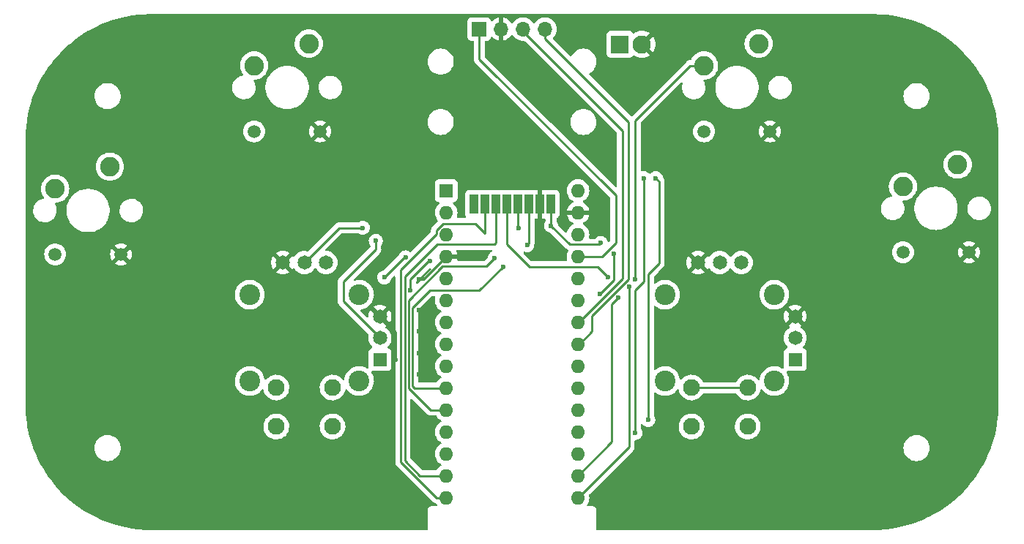
<source format=gbl>
%TF.GenerationSoftware,KiCad,Pcbnew,(6.0.9)*%
%TF.CreationDate,2023-05-29T17:24:41+10:00*%
%TF.ProjectId,Joysticks,4a6f7973-7469-4636-9b73-2e6b69636164,rev?*%
%TF.SameCoordinates,PX3d09000PY568bc30*%
%TF.FileFunction,Copper,L2,Bot*%
%TF.FilePolarity,Positive*%
%FSLAX46Y46*%
G04 Gerber Fmt 4.6, Leading zero omitted, Abs format (unit mm)*
G04 Created by KiCad (PCBNEW (6.0.9)) date 2023-05-29 17:24:41*
%MOMM*%
%LPD*%
G01*
G04 APERTURE LIST*
%TA.AperFunction,ComponentPad*%
%ADD10C,1.950000*%
%TD*%
%TA.AperFunction,ComponentPad*%
%ADD11C,2.400000*%
%TD*%
%TA.AperFunction,ComponentPad*%
%ADD12R,1.650000X1.650000*%
%TD*%
%TA.AperFunction,ComponentPad*%
%ADD13C,1.650000*%
%TD*%
%TA.AperFunction,ComponentPad*%
%ADD14C,1.508000*%
%TD*%
%TA.AperFunction,ComponentPad*%
%ADD15C,2.250000*%
%TD*%
%TA.AperFunction,ComponentPad*%
%ADD16R,1.600000X1.600000*%
%TD*%
%TA.AperFunction,ComponentPad*%
%ADD17O,1.600000X1.600000*%
%TD*%
%TA.AperFunction,ComponentPad*%
%ADD18R,2.100000X2.100000*%
%TD*%
%TA.AperFunction,ComponentPad*%
%ADD19C,2.100000*%
%TD*%
%TA.AperFunction,ComponentPad*%
%ADD20R,1.700000X1.700000*%
%TD*%
%TA.AperFunction,ComponentPad*%
%ADD21O,1.700000X1.700000*%
%TD*%
%TA.AperFunction,SMDPad,CuDef*%
%ADD22R,1.000000X2.286000*%
%TD*%
%TA.AperFunction,ViaPad*%
%ADD23C,0.600000*%
%TD*%
%TA.AperFunction,Conductor*%
%ADD24C,0.250000*%
%TD*%
G04 APERTURE END LIST*
D10*
%TO.P,U1,A*%
%TO.N,Net-(A1-Pad12)*%
X8750000Y-25750000D03*
%TO.P,U1,B*%
X15250000Y-25750000D03*
%TO.P,U1,C*%
%TO.N,+6V*%
X8750000Y-30250000D03*
%TO.P,U1,D*%
X15250000Y-30250000D03*
D11*
%TO.P,U1,S1*%
%TO.N,N/C*%
X18325000Y-15000000D03*
%TO.P,U1,S2*%
X5675000Y-15000000D03*
%TO.P,U1,S3*%
X5675000Y-25000000D03*
%TO.P,U1,S4*%
X18325000Y-25000000D03*
D12*
%TO.P,U1,VR1_1*%
%TO.N,+6V*%
X20730000Y-22500000D03*
D13*
%TO.P,U1,VR1_2*%
%TO.N,Net-(A1-Pad19)*%
X20730000Y-20000000D03*
%TO.P,U1,VR1_3*%
%TO.N,GND*%
X20730000Y-17500000D03*
%TO.P,U1,VR2_1*%
%TO.N,+6V*%
X14500000Y-11270000D03*
%TO.P,U1,VR2_2*%
%TO.N,Net-(A1-Pad20)*%
X12000000Y-11270000D03*
%TO.P,U1,VR2_3*%
%TO.N,GND*%
X9500000Y-11270000D03*
%TD*%
D10*
%TO.P,U11,A*%
%TO.N,Net-(A1-Pad13)*%
X56750000Y-25750000D03*
%TO.P,U11,B*%
X63250000Y-25750000D03*
%TO.P,U11,C*%
%TO.N,+6V*%
X56750000Y-30250000D03*
%TO.P,U11,D*%
X63250000Y-30250000D03*
D11*
%TO.P,U11,S1*%
%TO.N,N/C*%
X66325000Y-15000000D03*
%TO.P,U11,S2*%
X53675000Y-15000000D03*
%TO.P,U11,S3*%
X53675000Y-25000000D03*
%TO.P,U11,S4*%
X66325000Y-25000000D03*
D12*
%TO.P,U11,VR1_1*%
%TO.N,+6V*%
X68730000Y-22500000D03*
D13*
%TO.P,U11,VR1_2*%
%TO.N,Net-(A1-Pad21)*%
X68730000Y-20000000D03*
%TO.P,U11,VR1_3*%
%TO.N,GND*%
X68730000Y-17500000D03*
%TO.P,U11,VR2_1*%
%TO.N,+6V*%
X62500000Y-11270000D03*
%TO.P,U11,VR2_2*%
%TO.N,Net-(A1-Pad22)*%
X60000000Y-11270000D03*
%TO.P,U11,VR2_3*%
%TO.N,GND*%
X57500000Y-11270000D03*
%TD*%
D14*
%TO.P,U2,BR1,A*%
%TO.N,Net-(R1-Pad1)*%
X58190000Y3920000D03*
%TO.P,U2,BR2,K*%
%TO.N,GND*%
X65810000Y3920000D03*
D15*
%TO.P,U2,P$1*%
%TO.N,+6V*%
X64510000Y14080000D03*
%TO.P,U2,P$2*%
%TO.N,Net-(A1-Pad6)*%
X58190000Y11540000D03*
%TD*%
D14*
%TO.P,U3,BR1,A*%
%TO.N,Net-(R2-Pad1)*%
X-16810000Y-10330000D03*
%TO.P,U3,BR2,K*%
%TO.N,GND*%
X-9190000Y-10330000D03*
D15*
%TO.P,U3,P$1*%
%TO.N,+6V*%
X-10490000Y-170000D03*
%TO.P,U3,P$2*%
%TO.N,Net-(A1-Pad7)*%
X-16810000Y-2710000D03*
%TD*%
D16*
%TO.P,A1,1,D1/TX*%
%TO.N,unconnected-(A1-Pad1)*%
X28390000Y-2950000D03*
D17*
%TO.P,A1,2,D0/RX*%
%TO.N,unconnected-(A1-Pad2)*%
X28390000Y-5490000D03*
%TO.P,A1,3,~{RESET}*%
%TO.N,unconnected-(A1-Pad3)*%
X28390000Y-8030000D03*
%TO.P,A1,4,GND*%
%TO.N,GND*%
X28390000Y-10570000D03*
%TO.P,A1,5,D2*%
%TO.N,unconnected-(A1-Pad5)*%
X28390000Y-13110000D03*
%TO.P,A1,6,D3*%
%TO.N,Net-(A1-Pad6)*%
X28390000Y-15650000D03*
%TO.P,A1,7,D4*%
%TO.N,Net-(A1-Pad7)*%
X28390000Y-18190000D03*
%TO.P,A1,8,D5*%
%TO.N,Net-(A1-Pad8)*%
X28390000Y-20730000D03*
%TO.P,A1,9,D6*%
%TO.N,Net-(A1-Pad9)*%
X28390000Y-23270000D03*
%TO.P,A1,10,D7*%
%TO.N,Net-(A1-Pad10)*%
X28390000Y-25810000D03*
%TO.P,A1,11,D8*%
%TO.N,Net-(A1-Pad11)*%
X28390000Y-28350000D03*
%TO.P,A1,12,D9*%
%TO.N,Net-(A1-Pad12)*%
X28390000Y-30890000D03*
%TO.P,A1,13,D10*%
%TO.N,Net-(A1-Pad13)*%
X28390000Y-33430000D03*
%TO.P,A1,14,D11*%
%TO.N,Net-(A1-Pad14)*%
X28390000Y-35970000D03*
%TO.P,A1,15,D12*%
%TO.N,Net-(A1-Pad15)*%
X28390000Y-38510000D03*
%TO.P,A1,16,D13*%
%TO.N,Net-(A1-Pad16)*%
X43630000Y-38510000D03*
%TO.P,A1,17,3V3*%
%TO.N,+3.3V*%
X43630000Y-35970000D03*
%TO.P,A1,18,AREF*%
%TO.N,unconnected-(A1-Pad18)*%
X43630000Y-33430000D03*
%TO.P,A1,19,A0*%
%TO.N,Net-(A1-Pad19)*%
X43630000Y-30890000D03*
%TO.P,A1,20,A1*%
%TO.N,Net-(A1-Pad20)*%
X43630000Y-28350000D03*
%TO.P,A1,21,A2*%
%TO.N,Net-(A1-Pad21)*%
X43630000Y-25810000D03*
%TO.P,A1,22,A3*%
%TO.N,Net-(A1-Pad22)*%
X43630000Y-23270000D03*
%TO.P,A1,23,A4*%
%TO.N,/SDA*%
X43630000Y-20730000D03*
%TO.P,A1,24,A5*%
%TO.N,/SCL*%
X43630000Y-18190000D03*
%TO.P,A1,25,A6*%
%TO.N,unconnected-(A1-Pad25)*%
X43630000Y-15650000D03*
%TO.P,A1,26,A7*%
%TO.N,unconnected-(A1-Pad26)*%
X43630000Y-13110000D03*
%TO.P,A1,27,+5V*%
%TO.N,+5V*%
X43630000Y-10570000D03*
%TO.P,A1,28,~{RESET}*%
%TO.N,unconnected-(A1-Pad28)*%
X43630000Y-8030000D03*
%TO.P,A1,29,GND*%
%TO.N,GND*%
X43630000Y-5490000D03*
%TO.P,A1,30,VIN*%
%TO.N,+6V*%
X43630000Y-2950000D03*
%TD*%
D18*
%TO.P,J1,1,Pin_1*%
%TO.N,+6V*%
X48480000Y14000000D03*
D19*
%TO.P,J1,2,Pin_2*%
%TO.N,GND*%
X51020000Y14000000D03*
%TD*%
D14*
%TO.P,U4,BR1,A*%
%TO.N,Net-(R3-Pad1)*%
X81190000Y-10080000D03*
%TO.P,U4,BR2,K*%
%TO.N,GND*%
X88810000Y-10080000D03*
D15*
%TO.P,U4,P$1*%
%TO.N,+6V*%
X87510000Y80000D03*
%TO.P,U4,P$2*%
%TO.N,Net-(A1-Pad8)*%
X81190000Y-2460000D03*
%TD*%
D14*
%TO.P,U5,BR1,A*%
%TO.N,Net-(R4-Pad1)*%
X6190000Y3920000D03*
%TO.P,U5,BR2,K*%
%TO.N,GND*%
X13810000Y3920000D03*
D15*
%TO.P,U5,P$1*%
%TO.N,+6V*%
X12510000Y14080000D03*
%TO.P,U5,P$2*%
%TO.N,Net-(A1-Pad9)*%
X6190000Y11540000D03*
%TD*%
D20*
%TO.P,J4,1,Pin_1*%
%TO.N,+5V*%
X32200000Y15775000D03*
D21*
%TO.P,J4,2,Pin_2*%
%TO.N,GND*%
X34740000Y15775000D03*
%TO.P,J4,3,Pin_3*%
%TO.N,/SCL*%
X37280000Y15775000D03*
%TO.P,J4,4,Pin_4*%
%TO.N,/SDA*%
X39820000Y15775000D03*
%TD*%
D22*
%TO.P,U6,1,GND*%
%TO.N,GND*%
X39220000Y-4500000D03*
%TO.P,U6,2,VCC*%
%TO.N,+3.3V*%
X40490000Y-4500000D03*
%TO.P,U6,3,CE*%
%TO.N,Net-(A1-Pad10)*%
X37950000Y-4500000D03*
%TO.P,U6,4,~{CSN}*%
%TO.N,Net-(A1-Pad11)*%
X36680000Y-4500000D03*
%TO.P,U6,5,SCK*%
%TO.N,Net-(A1-Pad16)*%
X35410000Y-4500000D03*
%TO.P,U6,6,MOSI*%
%TO.N,Net-(A1-Pad14)*%
X34140000Y-4500000D03*
%TO.P,U6,7,MISO*%
%TO.N,Net-(A1-Pad15)*%
X32870000Y-4500000D03*
%TO.P,U6,8,IRQ*%
%TO.N,unconnected-(U6-Pad8)*%
X31600000Y-4500000D03*
%TD*%
D23*
%TO.N,GND*%
X22525500Y-22500000D03*
X25250000Y-19250000D03*
X25250000Y-16750000D03*
X24750000Y-27750000D03*
X25250000Y-32000000D03*
X25250000Y-21750000D03*
X46250000Y-7000000D03*
X25250000Y-13250000D03*
X25250000Y-24250000D03*
X25250000Y-34500000D03*
%TO.N,Net-(A1-Pad10)*%
X37750000Y-9250000D03*
X35000000Y-11750000D03*
%TO.N,Net-(A1-Pad11)*%
X36750000Y-7250000D03*
X34000000Y-10750000D03*
%TO.N,Net-(A1-Pad16)*%
X49533118Y-14033118D03*
X47125500Y-13000000D03*
%TO.N,+3.3V*%
X46138411Y-14888411D03*
X40500000Y-7000000D03*
X48250000Y-15374500D03*
X46250000Y-9000000D03*
X47750000Y-10250000D03*
%TO.N,Net-(A1-Pad6)*%
X50250000Y-13250000D03*
%TO.N,Net-(A1-Pad7)*%
X26500000Y-11125500D03*
X24242915Y-14492916D03*
X21250000Y-13000000D03*
X23683411Y-10683411D03*
%TO.N,Net-(A1-Pad19)*%
X20250000Y-8750000D03*
X50250000Y-31000000D03*
X51250000Y-1500000D03*
%TO.N,Net-(A1-Pad20)*%
X18750000Y-7250000D03*
X52624500Y-1500000D03*
X51750000Y-29500000D03*
%TD*%
D24*
%TO.N,GND*%
X22525500Y-19295500D02*
X22525500Y-22500000D01*
X25710000Y-13250000D02*
X28390000Y-10570000D01*
X20730000Y-17500000D02*
X22525500Y-19295500D01*
X25250000Y-13250000D02*
X25710000Y-13250000D01*
%TO.N,Net-(A1-Pad10)*%
X26475000Y-14525000D02*
X24500000Y-16500000D01*
X37950000Y-9050000D02*
X37750000Y-9250000D01*
X37950000Y-4500000D02*
X37950000Y-9050000D01*
X24500000Y-16500000D02*
X24500000Y-25613604D01*
X24696396Y-25810000D02*
X28390000Y-25810000D01*
X24500000Y-25613604D02*
X24696396Y-25810000D01*
X32225000Y-14525000D02*
X26475000Y-14525000D01*
X35000000Y-11750000D02*
X32225000Y-14525000D01*
%TO.N,Net-(A1-Pad11)*%
X24050000Y-25800000D02*
X26600000Y-28350000D01*
X34000000Y-10750000D02*
X33055000Y-11695000D01*
X33055000Y-11695000D02*
X27989504Y-11695000D01*
X24050000Y-15634504D02*
X24050000Y-25800000D01*
X26600000Y-28350000D02*
X28390000Y-28350000D01*
X27989504Y-11695000D02*
X24050000Y-15634504D01*
X36680000Y-7180000D02*
X36750000Y-7250000D01*
X36680000Y-4500000D02*
X36680000Y-7180000D01*
%TO.N,Net-(A1-Pad13)*%
X63250000Y-25750000D02*
X56750000Y-25750000D01*
%TO.N,Net-(A1-Pad14)*%
X34140000Y-8950991D02*
X33935991Y-9155000D01*
X27345000Y-9155000D02*
X23600000Y-12900000D01*
X23600000Y-12900000D02*
X23600000Y-34214974D01*
X25355026Y-35970000D02*
X28390000Y-35970000D01*
X34140000Y-4500000D02*
X34140000Y-8950991D01*
X23600000Y-34214974D02*
X25355026Y-35970000D01*
X33935991Y-9155000D02*
X27345000Y-9155000D01*
%TO.N,Net-(A1-Pad15)*%
X32870000Y-7880000D02*
X31740000Y-6750000D01*
X23150000Y-12100000D02*
X23150000Y-34401370D01*
X27265000Y-7985000D02*
X23150000Y-12100000D01*
X23150000Y-34401370D02*
X27258630Y-38510000D01*
X32870000Y-4500000D02*
X32870000Y-7880000D01*
X27265000Y-7564009D02*
X27265000Y-7985000D01*
X27258630Y-38510000D02*
X28390000Y-38510000D01*
X31740000Y-6750000D02*
X28079009Y-6750000D01*
X28079009Y-6750000D02*
X27265000Y-7564009D01*
%TO.N,Net-(A1-Pad16)*%
X38000000Y-11750000D02*
X35410000Y-9160000D01*
X47125500Y-13000000D02*
X45875500Y-11750000D01*
X45875500Y-11750000D02*
X38000000Y-11750000D01*
X35410000Y-9160000D02*
X35410000Y-4500000D01*
X49533118Y-14033118D02*
X49533118Y-32606882D01*
X49533118Y-32606882D02*
X43630000Y-38510000D01*
%TO.N,+3.3V*%
X46138411Y-14888411D02*
X47750000Y-13276822D01*
X40490000Y-6990000D02*
X40490000Y-4500000D01*
X40500000Y-7000000D02*
X42655000Y-9155000D01*
X46095000Y-9155000D02*
X46250000Y-9000000D01*
X42655000Y-9155000D02*
X46095000Y-9155000D01*
X40500000Y-7000000D02*
X40490000Y-6990000D01*
X47750000Y-13276822D02*
X47750000Y-10250000D01*
X48250000Y-15374500D02*
X47550000Y-16074500D01*
X47550000Y-16074500D02*
X47550000Y-32050000D01*
X47550000Y-32050000D02*
X43630000Y-35970000D01*
%TO.N,Net-(A1-Pad6)*%
X56599010Y11540000D02*
X58190000Y11540000D01*
X50250000Y5190990D02*
X56599010Y11540000D01*
X50250000Y-13250000D02*
X50250000Y5190990D01*
%TO.N,+5V*%
X32200000Y12300000D02*
X48000000Y-3500000D01*
X48000000Y-9000000D02*
X46430000Y-10570000D01*
X32200000Y15775000D02*
X32200000Y12300000D01*
X46430000Y-10570000D02*
X43630000Y-10570000D01*
X48000000Y-3500000D02*
X48000000Y-9000000D01*
%TO.N,/SDA*%
X49500000Y5000000D02*
X49500000Y-13183058D01*
X49500000Y-13183058D02*
X45250000Y-17433058D01*
X43770000Y-20730000D02*
X43630000Y-20730000D01*
X45250000Y-17433058D02*
X45250000Y-19250000D01*
X39820000Y16025000D02*
X39820000Y14680000D01*
X39820000Y14680000D02*
X49500000Y5000000D01*
X45250000Y-19250000D02*
X43770000Y-20730000D01*
%TO.N,/SCL*%
X37280000Y15470000D02*
X48750000Y4000000D01*
X48750000Y4000000D02*
X48750000Y-13160000D01*
X43720000Y-18190000D02*
X43630000Y-18190000D01*
X37280000Y16025000D02*
X37280000Y15470000D01*
X48750000Y-13160000D02*
X43720000Y-18190000D01*
%TO.N,Net-(A1-Pad7)*%
X21250000Y-13000000D02*
X23566589Y-10683411D01*
X24242915Y-13257085D02*
X24242915Y-14492916D01*
X26374500Y-11125500D02*
X24242915Y-13257085D01*
X26500000Y-11125500D02*
X26374500Y-11125500D01*
X23566589Y-10683411D02*
X23683411Y-10683411D01*
%TO.N,Net-(A1-Pad19)*%
X20250000Y-8750000D02*
X20250000Y-9750000D01*
X50250000Y-31000000D02*
X50250000Y-14500000D01*
X16500000Y-15770000D02*
X20730000Y-20000000D01*
X50250000Y-14500000D02*
X51250000Y-13500000D01*
X16500000Y-13500000D02*
X16500000Y-15770000D01*
X20250000Y-9750000D02*
X16500000Y-13500000D01*
X51250000Y-13500000D02*
X51250000Y-1500000D01*
%TO.N,Net-(A1-Pad20)*%
X16020000Y-7250000D02*
X12000000Y-11270000D01*
X18750000Y-7250000D02*
X16020000Y-7250000D01*
X53000000Y-1875500D02*
X52624500Y-1500000D01*
X51750000Y-12633884D02*
X53000000Y-11383884D01*
X51750000Y-29500000D02*
X51750000Y-12633884D01*
X53000000Y-11383884D02*
X53000000Y-1875500D01*
%TD*%
%TA.AperFunction,Conductor*%
%TO.N,GND*%
G36*
X77720018Y17490000D02*
G01*
X77734851Y17487690D01*
X77734855Y17487690D01*
X77743724Y17486309D01*
X77768272Y17489519D01*
X77787793Y17490543D01*
X78480822Y17472980D01*
X78487159Y17472658D01*
X78943127Y17437935D01*
X79212899Y17417391D01*
X79219250Y17416745D01*
X79941236Y17324794D01*
X79947546Y17323828D01*
X80663975Y17195421D01*
X80670228Y17194136D01*
X81379237Y17029608D01*
X81385380Y17028018D01*
X82085196Y16827775D01*
X82091231Y16825880D01*
X82644991Y16636599D01*
X82779946Y16590470D01*
X82785933Y16588253D01*
X83461838Y16318263D01*
X83467704Y16315746D01*
X84129075Y16011865D01*
X84134806Y16009053D01*
X84779927Y15672070D01*
X84785498Y15668978D01*
X84989361Y15548971D01*
X85412729Y15299748D01*
X85418147Y15296371D01*
X86025861Y14895854D01*
X86031100Y14892208D01*
X86617757Y14461419D01*
X86622806Y14457511D01*
X86672943Y14416630D01*
X87186913Y13997541D01*
X87191720Y13993415D01*
X87713643Y13521875D01*
X87731802Y13505469D01*
X87736429Y13501070D01*
X88251070Y12986429D01*
X88255469Y12981802D01*
X88743415Y12441720D01*
X88747541Y12436913D01*
X89059753Y12054017D01*
X89207511Y11872806D01*
X89211419Y11867757D01*
X89642208Y11281100D01*
X89645854Y11275861D01*
X90046371Y10668147D01*
X90049748Y10662729D01*
X90253658Y10316337D01*
X90403049Y10062559D01*
X90418972Y10035509D01*
X90422070Y10029927D01*
X90759053Y9384806D01*
X90761865Y9379075D01*
X91065746Y8717704D01*
X91068263Y8711838D01*
X91338253Y8035933D01*
X91340470Y8029946D01*
X91510535Y7532406D01*
X91575877Y7341241D01*
X91577775Y7335196D01*
X91778018Y6635380D01*
X91779608Y6629237D01*
X91944136Y5920228D01*
X91945421Y5913975D01*
X92073828Y5197546D01*
X92074794Y5191236D01*
X92166745Y4469250D01*
X92167391Y4462899D01*
X92178455Y4317611D01*
X92222658Y3737159D01*
X92222980Y3730822D01*
X92229292Y3481740D01*
X92240349Y3045424D01*
X92238889Y3022846D01*
X92237690Y3015149D01*
X92237690Y3015144D01*
X92236309Y3006276D01*
X92237473Y2997374D01*
X92237473Y2997372D01*
X92240436Y2974717D01*
X92241500Y2958379D01*
X92241500Y-27700633D01*
X92240000Y-27720018D01*
X92237690Y-27734851D01*
X92237690Y-27734855D01*
X92236309Y-27743724D01*
X92239519Y-27768266D01*
X92240543Y-27787793D01*
X92226296Y-28350000D01*
X92222981Y-28480804D01*
X92222658Y-28487159D01*
X92191619Y-28894757D01*
X92167391Y-29212899D01*
X92166745Y-29219250D01*
X92074794Y-29941236D01*
X92073828Y-29947546D01*
X91945421Y-30663975D01*
X91944136Y-30670228D01*
X91779608Y-31379237D01*
X91778018Y-31385380D01*
X91577775Y-32085196D01*
X91575880Y-32091231D01*
X91382583Y-32656740D01*
X91340470Y-32779946D01*
X91338253Y-32785933D01*
X91068263Y-33461838D01*
X91065746Y-33467704D01*
X90761865Y-34129075D01*
X90759053Y-34134806D01*
X90422070Y-34779927D01*
X90418978Y-34785498D01*
X90391323Y-34832477D01*
X90049748Y-35412729D01*
X90046371Y-35418147D01*
X89645854Y-36025861D01*
X89642208Y-36031100D01*
X89211419Y-36617757D01*
X89207511Y-36622806D01*
X89204296Y-36626749D01*
X88747541Y-37186913D01*
X88743415Y-37191720D01*
X88362451Y-37613389D01*
X88255469Y-37731802D01*
X88251070Y-37736429D01*
X87736429Y-38251070D01*
X87731802Y-38255469D01*
X87191720Y-38743415D01*
X87186913Y-38747541D01*
X86886804Y-38992249D01*
X86622806Y-39207511D01*
X86617757Y-39211419D01*
X86031100Y-39642208D01*
X86025861Y-39645854D01*
X85418147Y-40046371D01*
X85412729Y-40049748D01*
X85140890Y-40209771D01*
X84785498Y-40418978D01*
X84779927Y-40422070D01*
X84134806Y-40759053D01*
X84129075Y-40761865D01*
X83467704Y-41065746D01*
X83461838Y-41068263D01*
X82785933Y-41338253D01*
X82779946Y-41340470D01*
X82091231Y-41575880D01*
X82085196Y-41577775D01*
X81385380Y-41778018D01*
X81379237Y-41779608D01*
X80670228Y-41944136D01*
X80663975Y-41945421D01*
X79947546Y-42073828D01*
X79941236Y-42074794D01*
X79219250Y-42166745D01*
X79212899Y-42167391D01*
X78943127Y-42187935D01*
X78487159Y-42222658D01*
X78480822Y-42222980D01*
X78032105Y-42234351D01*
X77795424Y-42240349D01*
X77772846Y-42238889D01*
X77765149Y-42237690D01*
X77765144Y-42237690D01*
X77756276Y-42236309D01*
X77747374Y-42237473D01*
X77747372Y-42237473D01*
X77732323Y-42239441D01*
X77724714Y-42240436D01*
X77708379Y-42241500D01*
X45884500Y-42241500D01*
X45816379Y-42221498D01*
X45769886Y-42167842D01*
X45758500Y-42115500D01*
X45758500Y-40008623D01*
X45758502Y-40007853D01*
X45758800Y-39959102D01*
X45758976Y-39930279D01*
X45750850Y-39901847D01*
X45747272Y-39885085D01*
X45744352Y-39864698D01*
X45743080Y-39855813D01*
X45732451Y-39832436D01*
X45726004Y-39814913D01*
X45721416Y-39798862D01*
X45718949Y-39790229D01*
X45714156Y-39782632D01*
X45703170Y-39765220D01*
X45695030Y-39750135D01*
X45692564Y-39744711D01*
X45682792Y-39723218D01*
X45666030Y-39703765D01*
X45654927Y-39688761D01*
X45641224Y-39667042D01*
X45634499Y-39661103D01*
X45634496Y-39661099D01*
X45619062Y-39647468D01*
X45607018Y-39635276D01*
X45593573Y-39619673D01*
X45593570Y-39619671D01*
X45587713Y-39612873D01*
X45574009Y-39603990D01*
X45566165Y-39598906D01*
X45551291Y-39587615D01*
X45538783Y-39576569D01*
X45538782Y-39576568D01*
X45532049Y-39570622D01*
X45505287Y-39558057D01*
X45490309Y-39549737D01*
X45473017Y-39538529D01*
X45473012Y-39538527D01*
X45465485Y-39533648D01*
X45456892Y-39531078D01*
X45456887Y-39531076D01*
X45440880Y-39526289D01*
X45423436Y-39519628D01*
X45408324Y-39512533D01*
X45408322Y-39512532D01*
X45400200Y-39508719D01*
X45391333Y-39507338D01*
X45391332Y-39507338D01*
X45380478Y-39505648D01*
X45370983Y-39504170D01*
X45354268Y-39500387D01*
X45334534Y-39494485D01*
X45334528Y-39494484D01*
X45325934Y-39491914D01*
X45316963Y-39491859D01*
X45316962Y-39491859D01*
X45306903Y-39491798D01*
X45291494Y-39491704D01*
X45290711Y-39491671D01*
X45289614Y-39491500D01*
X45258623Y-39491500D01*
X45257853Y-39491498D01*
X45184215Y-39491048D01*
X45184214Y-39491048D01*
X45180279Y-39491024D01*
X45178935Y-39491408D01*
X45177590Y-39491500D01*
X44782173Y-39491500D01*
X44714052Y-39471498D01*
X44667559Y-39417842D01*
X44657455Y-39347568D01*
X44678960Y-39293229D01*
X44713080Y-39244502D01*
X44767523Y-39166749D01*
X44769846Y-39161767D01*
X44769849Y-39161762D01*
X44861961Y-38964225D01*
X44861961Y-38964224D01*
X44864284Y-38959243D01*
X44923543Y-38738087D01*
X44943498Y-38510000D01*
X44923543Y-38281913D01*
X44922120Y-38276602D01*
X44922118Y-38276591D01*
X44906541Y-38218459D01*
X44908230Y-38147483D01*
X44939152Y-38096752D01*
X49925365Y-33110539D01*
X49933655Y-33102995D01*
X49940136Y-33098882D01*
X49986777Y-33049214D01*
X49989531Y-33046373D01*
X50009253Y-33026651D01*
X50011730Y-33023458D01*
X50019435Y-33014437D01*
X50044277Y-32987982D01*
X50049704Y-32982203D01*
X50053525Y-32975253D01*
X50059464Y-32964450D01*
X50070320Y-32947923D01*
X50077875Y-32938184D01*
X50077876Y-32938182D01*
X50082732Y-32931922D01*
X50100292Y-32891342D01*
X50105509Y-32880694D01*
X50122993Y-32848891D01*
X50122994Y-32848889D01*
X50126813Y-32841942D01*
X50131851Y-32822319D01*
X50138255Y-32803616D01*
X50143151Y-32792302D01*
X50143151Y-32792301D01*
X50146299Y-32785027D01*
X50147538Y-32777204D01*
X50147541Y-32777194D01*
X50151848Y-32750000D01*
X81236835Y-32750000D01*
X81255465Y-32986711D01*
X81256619Y-32991518D01*
X81256620Y-32991524D01*
X81270128Y-33047787D01*
X81310895Y-33217594D01*
X81312788Y-33222165D01*
X81312789Y-33222167D01*
X81398876Y-33430000D01*
X81401760Y-33436963D01*
X81404346Y-33441183D01*
X81523241Y-33635202D01*
X81523245Y-33635208D01*
X81525824Y-33639416D01*
X81680031Y-33819969D01*
X81860584Y-33974176D01*
X81864792Y-33976755D01*
X81864798Y-33976759D01*
X82036147Y-34081762D01*
X82063037Y-34098240D01*
X82067607Y-34100133D01*
X82067611Y-34100135D01*
X82277833Y-34187211D01*
X82282406Y-34189105D01*
X82362609Y-34208360D01*
X82508476Y-34243380D01*
X82508482Y-34243381D01*
X82513289Y-34244535D01*
X82750000Y-34263165D01*
X82986711Y-34244535D01*
X82991518Y-34243381D01*
X82991524Y-34243380D01*
X83137391Y-34208360D01*
X83217594Y-34189105D01*
X83222167Y-34187211D01*
X83432389Y-34100135D01*
X83432393Y-34100133D01*
X83436963Y-34098240D01*
X83463853Y-34081762D01*
X83635202Y-33976759D01*
X83635208Y-33976755D01*
X83639416Y-33974176D01*
X83819969Y-33819969D01*
X83974176Y-33639416D01*
X83976755Y-33635208D01*
X83976759Y-33635202D01*
X84095654Y-33441183D01*
X84098240Y-33436963D01*
X84101125Y-33430000D01*
X84187211Y-33222167D01*
X84187212Y-33222165D01*
X84189105Y-33217594D01*
X84229872Y-33047787D01*
X84243380Y-32991524D01*
X84243381Y-32991518D01*
X84244535Y-32986711D01*
X84263165Y-32750000D01*
X84244535Y-32513289D01*
X84239162Y-32490905D01*
X84191477Y-32292288D01*
X84189105Y-32282406D01*
X84187211Y-32277833D01*
X84100135Y-32067611D01*
X84100133Y-32067607D01*
X84098240Y-32063037D01*
X84076477Y-32027523D01*
X83976759Y-31864798D01*
X83976755Y-31864792D01*
X83974176Y-31860584D01*
X83819969Y-31680031D01*
X83639416Y-31525824D01*
X83635208Y-31523245D01*
X83635202Y-31523241D01*
X83441183Y-31404346D01*
X83436963Y-31401760D01*
X83432393Y-31399867D01*
X83432389Y-31399865D01*
X83222167Y-31312789D01*
X83222165Y-31312788D01*
X83217594Y-31310895D01*
X83137391Y-31291640D01*
X82991524Y-31256620D01*
X82991518Y-31256619D01*
X82986711Y-31255465D01*
X82750000Y-31236835D01*
X82513289Y-31255465D01*
X82508482Y-31256619D01*
X82508476Y-31256620D01*
X82362609Y-31291640D01*
X82282406Y-31310895D01*
X82277835Y-31312788D01*
X82277833Y-31312789D01*
X82067611Y-31399865D01*
X82067607Y-31399867D01*
X82063037Y-31401760D01*
X82058817Y-31404346D01*
X81864798Y-31523241D01*
X81864792Y-31523245D01*
X81860584Y-31525824D01*
X81680031Y-31680031D01*
X81525824Y-31860584D01*
X81523245Y-31864792D01*
X81523241Y-31864798D01*
X81423523Y-32027523D01*
X81401760Y-32063037D01*
X81399867Y-32067607D01*
X81399865Y-32067611D01*
X81312789Y-32277833D01*
X81310895Y-32282406D01*
X81308523Y-32292288D01*
X81260839Y-32490905D01*
X81255465Y-32513289D01*
X81237308Y-32743995D01*
X81236835Y-32750000D01*
X50151848Y-32750000D01*
X50153217Y-32741358D01*
X50155623Y-32729738D01*
X50164646Y-32694593D01*
X50164646Y-32694592D01*
X50166618Y-32686912D01*
X50166618Y-32666658D01*
X50168169Y-32646947D01*
X50170098Y-32634768D01*
X50171338Y-32626939D01*
X50167177Y-32582920D01*
X50166618Y-32571063D01*
X50166618Y-31934529D01*
X50186620Y-31866408D01*
X50240276Y-31819915D01*
X50281198Y-31809048D01*
X50341872Y-31803526D01*
X50413600Y-31796998D01*
X50420302Y-31794820D01*
X50420304Y-31794820D01*
X50579409Y-31743124D01*
X50579412Y-31743123D01*
X50586108Y-31740947D01*
X50682513Y-31683478D01*
X50735860Y-31651677D01*
X50735862Y-31651676D01*
X50741912Y-31648069D01*
X50873266Y-31522982D01*
X50973643Y-31371902D01*
X51031943Y-31218429D01*
X51035555Y-31208920D01*
X51035556Y-31208918D01*
X51038055Y-31202338D01*
X51063299Y-31022717D01*
X51063616Y-31000000D01*
X51043397Y-30819745D01*
X51001674Y-30699933D01*
X50986064Y-30655106D01*
X50986062Y-30655103D01*
X50983745Y-30648448D01*
X50902646Y-30518661D01*
X50883500Y-30451892D01*
X50883500Y-30077143D01*
X50903502Y-30009022D01*
X50957158Y-29962529D01*
X51027432Y-29952425D01*
X51092012Y-29981919D01*
X51104800Y-29995466D01*
X51105380Y-29996424D01*
X51231382Y-30126902D01*
X51383159Y-30226222D01*
X51389763Y-30228678D01*
X51389765Y-30228679D01*
X51546558Y-30286990D01*
X51546560Y-30286990D01*
X51553168Y-30289448D01*
X51636995Y-30300633D01*
X51725980Y-30312507D01*
X51725984Y-30312507D01*
X51732961Y-30313438D01*
X51739972Y-30312800D01*
X51739976Y-30312800D01*
X51882459Y-30299832D01*
X51913600Y-30296998D01*
X51920302Y-30294820D01*
X51920304Y-30294820D01*
X52079409Y-30243124D01*
X52079412Y-30243123D01*
X52086108Y-30240947D01*
X52131931Y-30213631D01*
X55261860Y-30213631D01*
X55262157Y-30218783D01*
X55262157Y-30218787D01*
X55273558Y-30416499D01*
X55275903Y-30457171D01*
X55277040Y-30462217D01*
X55277041Y-30462223D01*
X55300107Y-30564575D01*
X55329533Y-30695147D01*
X55331475Y-30699929D01*
X55331476Y-30699933D01*
X55410878Y-30895475D01*
X55421311Y-30921169D01*
X55548772Y-31129166D01*
X55708492Y-31313553D01*
X55896183Y-31469377D01*
X56106804Y-31592453D01*
X56334698Y-31679478D01*
X56339764Y-31680509D01*
X56339765Y-31680509D01*
X56568667Y-31727080D01*
X56568671Y-31727080D01*
X56573746Y-31728113D01*
X56578922Y-31728303D01*
X56578924Y-31728303D01*
X56812363Y-31736863D01*
X56812367Y-31736863D01*
X56817527Y-31737052D01*
X56822647Y-31736396D01*
X56822649Y-31736396D01*
X56899377Y-31726567D01*
X57059494Y-31706055D01*
X57064443Y-31704570D01*
X57064449Y-31704569D01*
X57288200Y-31637440D01*
X57288199Y-31637440D01*
X57293150Y-31635955D01*
X57512219Y-31528634D01*
X57516424Y-31525634D01*
X57516430Y-31525631D01*
X57706614Y-31389974D01*
X57706616Y-31389972D01*
X57710818Y-31386975D01*
X57883614Y-31214781D01*
X58025966Y-31016677D01*
X58034209Y-31000000D01*
X58131756Y-30802626D01*
X58131757Y-30802624D01*
X58134050Y-30797984D01*
X58177007Y-30656598D01*
X58203462Y-30569527D01*
X58203463Y-30569521D01*
X58204966Y-30564575D01*
X58236807Y-30322717D01*
X58238584Y-30250000D01*
X58235594Y-30213631D01*
X61761860Y-30213631D01*
X61762157Y-30218783D01*
X61762157Y-30218787D01*
X61773558Y-30416499D01*
X61775903Y-30457171D01*
X61777040Y-30462217D01*
X61777041Y-30462223D01*
X61800107Y-30564575D01*
X61829533Y-30695147D01*
X61831475Y-30699929D01*
X61831476Y-30699933D01*
X61910878Y-30895475D01*
X61921311Y-30921169D01*
X62048772Y-31129166D01*
X62208492Y-31313553D01*
X62396183Y-31469377D01*
X62606804Y-31592453D01*
X62834698Y-31679478D01*
X62839764Y-31680509D01*
X62839765Y-31680509D01*
X63068667Y-31727080D01*
X63068671Y-31727080D01*
X63073746Y-31728113D01*
X63078922Y-31728303D01*
X63078924Y-31728303D01*
X63312363Y-31736863D01*
X63312367Y-31736863D01*
X63317527Y-31737052D01*
X63322647Y-31736396D01*
X63322649Y-31736396D01*
X63399377Y-31726567D01*
X63559494Y-31706055D01*
X63564443Y-31704570D01*
X63564449Y-31704569D01*
X63788200Y-31637440D01*
X63788199Y-31637440D01*
X63793150Y-31635955D01*
X64012219Y-31528634D01*
X64016424Y-31525634D01*
X64016430Y-31525631D01*
X64206614Y-31389974D01*
X64206616Y-31389972D01*
X64210818Y-31386975D01*
X64383614Y-31214781D01*
X64525966Y-31016677D01*
X64534209Y-31000000D01*
X64631756Y-30802626D01*
X64631757Y-30802624D01*
X64634050Y-30797984D01*
X64677007Y-30656598D01*
X64703462Y-30569527D01*
X64703463Y-30569521D01*
X64704966Y-30564575D01*
X64736807Y-30322717D01*
X64738584Y-30250000D01*
X64718596Y-30006876D01*
X64659167Y-29770280D01*
X64593389Y-29619001D01*
X64563954Y-29551305D01*
X64563952Y-29551302D01*
X64561894Y-29546568D01*
X64436217Y-29352301D01*
X64432200Y-29346091D01*
X64432198Y-29346088D01*
X64429390Y-29341748D01*
X64417789Y-29328998D01*
X64268690Y-29165141D01*
X64268688Y-29165140D01*
X64265212Y-29161319D01*
X64261161Y-29158120D01*
X64261157Y-29158116D01*
X64077825Y-29013329D01*
X64077821Y-29013327D01*
X64073770Y-29010127D01*
X64034086Y-28988220D01*
X63988727Y-28963181D01*
X63860205Y-28892233D01*
X63855336Y-28890509D01*
X63855332Y-28890507D01*
X63635127Y-28812528D01*
X63635123Y-28812527D01*
X63630252Y-28810802D01*
X63625159Y-28809895D01*
X63625156Y-28809894D01*
X63395177Y-28768928D01*
X63395171Y-28768927D01*
X63390088Y-28768022D01*
X63310380Y-28767048D01*
X63151332Y-28765105D01*
X63151330Y-28765105D01*
X63146162Y-28765042D01*
X62905024Y-28801941D01*
X62673150Y-28877729D01*
X62668558Y-28880119D01*
X62668559Y-28880119D01*
X62466987Y-28985051D01*
X62456769Y-28990370D01*
X62452636Y-28993473D01*
X62452633Y-28993475D01*
X62265825Y-29133735D01*
X62261690Y-29136840D01*
X62093153Y-29313204D01*
X62090239Y-29317476D01*
X62090238Y-29317477D01*
X61996699Y-29454600D01*
X61955684Y-29514726D01*
X61938827Y-29551041D01*
X61865542Y-29708920D01*
X61852974Y-29735995D01*
X61787783Y-29971067D01*
X61761860Y-30213631D01*
X58235594Y-30213631D01*
X58218596Y-30006876D01*
X58159167Y-29770280D01*
X58093389Y-29619001D01*
X58063954Y-29551305D01*
X58063952Y-29551302D01*
X58061894Y-29546568D01*
X57936217Y-29352301D01*
X57932200Y-29346091D01*
X57932198Y-29346088D01*
X57929390Y-29341748D01*
X57917789Y-29328998D01*
X57768690Y-29165141D01*
X57768688Y-29165140D01*
X57765212Y-29161319D01*
X57761161Y-29158120D01*
X57761157Y-29158116D01*
X57577825Y-29013329D01*
X57577821Y-29013327D01*
X57573770Y-29010127D01*
X57534086Y-28988220D01*
X57488727Y-28963181D01*
X57360205Y-28892233D01*
X57355336Y-28890509D01*
X57355332Y-28890507D01*
X57135127Y-28812528D01*
X57135123Y-28812527D01*
X57130252Y-28810802D01*
X57125159Y-28809895D01*
X57125156Y-28809894D01*
X56895177Y-28768928D01*
X56895171Y-28768927D01*
X56890088Y-28768022D01*
X56810380Y-28767048D01*
X56651332Y-28765105D01*
X56651330Y-28765105D01*
X56646162Y-28765042D01*
X56405024Y-28801941D01*
X56173150Y-28877729D01*
X56168558Y-28880119D01*
X56168559Y-28880119D01*
X55966987Y-28985051D01*
X55956769Y-28990370D01*
X55952636Y-28993473D01*
X55952633Y-28993475D01*
X55765825Y-29133735D01*
X55761690Y-29136840D01*
X55593153Y-29313204D01*
X55590239Y-29317476D01*
X55590238Y-29317477D01*
X55496699Y-29454600D01*
X55455684Y-29514726D01*
X55438827Y-29551041D01*
X55365542Y-29708920D01*
X55352974Y-29735995D01*
X55287783Y-29971067D01*
X55261860Y-30213631D01*
X52131931Y-30213631D01*
X52241912Y-30148069D01*
X52373266Y-30022982D01*
X52473643Y-29871902D01*
X52538055Y-29702338D01*
X52544607Y-29655716D01*
X52562748Y-29526639D01*
X52562748Y-29526636D01*
X52563299Y-29522717D01*
X52563616Y-29500000D01*
X52543397Y-29319745D01*
X52539818Y-29309467D01*
X52486064Y-29155106D01*
X52486062Y-29155103D01*
X52483745Y-29148448D01*
X52402646Y-29018661D01*
X52383500Y-28951892D01*
X52383500Y-26420319D01*
X52403502Y-26352198D01*
X52457158Y-26305705D01*
X52527432Y-26295601D01*
X52584005Y-26318707D01*
X52763323Y-26450188D01*
X52767094Y-26452953D01*
X52771229Y-26455129D01*
X52771233Y-26455131D01*
X52879396Y-26512038D01*
X52991827Y-26571191D01*
X53063680Y-26596283D01*
X53157843Y-26629166D01*
X53231568Y-26654912D01*
X53481050Y-26702278D01*
X53601532Y-26707011D01*
X53730125Y-26712064D01*
X53730130Y-26712064D01*
X53734793Y-26712247D01*
X53833774Y-26701407D01*
X53982569Y-26685112D01*
X53982575Y-26685111D01*
X53987222Y-26684602D01*
X54096680Y-26655784D01*
X54228273Y-26621138D01*
X54232793Y-26619948D01*
X54351353Y-26569011D01*
X54461807Y-26521557D01*
X54461810Y-26521555D01*
X54466110Y-26519708D01*
X54470090Y-26517245D01*
X54470094Y-26517243D01*
X54678064Y-26388547D01*
X54678066Y-26388545D01*
X54682047Y-26386082D01*
X54761634Y-26318707D01*
X54872289Y-26225031D01*
X54872291Y-26225029D01*
X54875862Y-26222006D01*
X55043295Y-26031084D01*
X55048619Y-26022807D01*
X55065139Y-25997125D01*
X55118813Y-25950654D01*
X55189091Y-25940579D01*
X55253660Y-25970098D01*
X55292020Y-26029840D01*
X55294025Y-26037586D01*
X55329533Y-26195147D01*
X55331475Y-26199929D01*
X55331476Y-26199933D01*
X55413310Y-26401466D01*
X55421311Y-26421169D01*
X55548772Y-26629166D01*
X55708492Y-26813553D01*
X55800542Y-26889974D01*
X55891881Y-26965805D01*
X55896183Y-26969377D01*
X56106804Y-27092453D01*
X56334698Y-27179478D01*
X56339764Y-27180509D01*
X56339765Y-27180509D01*
X56568667Y-27227080D01*
X56568671Y-27227080D01*
X56573746Y-27228113D01*
X56578922Y-27228303D01*
X56578924Y-27228303D01*
X56812363Y-27236863D01*
X56812367Y-27236863D01*
X56817527Y-27237052D01*
X56822647Y-27236396D01*
X56822649Y-27236396D01*
X56899377Y-27226567D01*
X57059494Y-27206055D01*
X57064443Y-27204570D01*
X57064449Y-27204569D01*
X57288200Y-27137440D01*
X57288199Y-27137440D01*
X57293150Y-27135955D01*
X57512219Y-27028634D01*
X57516424Y-27025634D01*
X57516430Y-27025631D01*
X57706614Y-26889974D01*
X57706616Y-26889972D01*
X57710818Y-26886975D01*
X57883614Y-26714781D01*
X58025966Y-26516677D01*
X58057105Y-26453672D01*
X58105217Y-26401466D01*
X58170061Y-26383500D01*
X61827664Y-26383500D01*
X61895785Y-26403502D01*
X61935096Y-26443664D01*
X62048772Y-26629166D01*
X62208492Y-26813553D01*
X62300542Y-26889974D01*
X62391881Y-26965805D01*
X62396183Y-26969377D01*
X62606804Y-27092453D01*
X62834698Y-27179478D01*
X62839764Y-27180509D01*
X62839765Y-27180509D01*
X63068667Y-27227080D01*
X63068671Y-27227080D01*
X63073746Y-27228113D01*
X63078922Y-27228303D01*
X63078924Y-27228303D01*
X63312363Y-27236863D01*
X63312367Y-27236863D01*
X63317527Y-27237052D01*
X63322647Y-27236396D01*
X63322649Y-27236396D01*
X63399377Y-27226567D01*
X63559494Y-27206055D01*
X63564443Y-27204570D01*
X63564449Y-27204569D01*
X63788200Y-27137440D01*
X63788199Y-27137440D01*
X63793150Y-27135955D01*
X64012219Y-27028634D01*
X64016424Y-27025634D01*
X64016430Y-27025631D01*
X64206614Y-26889974D01*
X64206616Y-26889972D01*
X64210818Y-26886975D01*
X64383614Y-26714781D01*
X64525966Y-26516677D01*
X64553107Y-26461762D01*
X64631756Y-26302626D01*
X64631757Y-26302624D01*
X64634050Y-26297984D01*
X64666827Y-26190105D01*
X64703462Y-26069527D01*
X64703463Y-26069521D01*
X64704966Y-26064575D01*
X64705641Y-26059450D01*
X64705642Y-26059444D01*
X64706871Y-26050105D01*
X64735592Y-25985177D01*
X64794856Y-25946085D01*
X64865848Y-25945238D01*
X64926027Y-25982907D01*
X64932751Y-25991160D01*
X65029171Y-26120282D01*
X65029176Y-26120288D01*
X65031963Y-26124020D01*
X65035272Y-26127300D01*
X65035277Y-26127306D01*
X65168371Y-26259243D01*
X65212307Y-26302797D01*
X65216069Y-26305555D01*
X65216072Y-26305558D01*
X65413323Y-26450188D01*
X65417094Y-26452953D01*
X65421229Y-26455129D01*
X65421233Y-26455131D01*
X65529396Y-26512038D01*
X65641827Y-26571191D01*
X65713680Y-26596283D01*
X65807843Y-26629166D01*
X65881568Y-26654912D01*
X66131050Y-26702278D01*
X66251532Y-26707011D01*
X66380125Y-26712064D01*
X66380130Y-26712064D01*
X66384793Y-26712247D01*
X66483774Y-26701407D01*
X66632569Y-26685112D01*
X66632575Y-26685111D01*
X66637222Y-26684602D01*
X66746680Y-26655784D01*
X66878273Y-26621138D01*
X66882793Y-26619948D01*
X67001353Y-26569011D01*
X67111807Y-26521557D01*
X67111810Y-26521555D01*
X67116110Y-26519708D01*
X67120090Y-26517245D01*
X67120094Y-26517243D01*
X67328064Y-26388547D01*
X67328066Y-26388545D01*
X67332047Y-26386082D01*
X67411634Y-26318707D01*
X67522289Y-26225031D01*
X67522291Y-26225029D01*
X67525862Y-26222006D01*
X67693295Y-26031084D01*
X67695825Y-26027152D01*
X67828141Y-25821442D01*
X67830669Y-25817512D01*
X67934967Y-25585980D01*
X68003896Y-25341575D01*
X68023404Y-25188234D01*
X68035545Y-25092798D01*
X68035545Y-25092792D01*
X68035943Y-25089667D01*
X68038291Y-25000000D01*
X68035742Y-24965700D01*
X68019818Y-24751411D01*
X68019817Y-24751407D01*
X68019472Y-24746759D01*
X68018441Y-24742200D01*
X67964459Y-24503639D01*
X67963428Y-24499082D01*
X67953177Y-24472722D01*
X67873084Y-24266762D01*
X67873083Y-24266760D01*
X67871391Y-24262409D01*
X67850866Y-24226498D01*
X67747702Y-24045997D01*
X67747700Y-24045995D01*
X67745383Y-24041940D01*
X67741026Y-24036413D01*
X67740715Y-24035638D01*
X67739873Y-24034390D01*
X67740141Y-24034209D01*
X67714560Y-23970533D01*
X67727913Y-23900804D01*
X67776844Y-23849362D01*
X67845819Y-23832542D01*
X67853332Y-23833124D01*
X67853477Y-23833132D01*
X67856866Y-23833500D01*
X69603134Y-23833500D01*
X69665316Y-23826745D01*
X69801705Y-23775615D01*
X69918261Y-23688261D01*
X70005615Y-23571705D01*
X70056745Y-23435316D01*
X70063500Y-23373134D01*
X70063500Y-21626866D01*
X70056745Y-21564684D01*
X70005615Y-21428295D01*
X69918261Y-21311739D01*
X69801705Y-21224385D01*
X69793296Y-21221233D01*
X69793295Y-21221232D01*
X69686573Y-21181224D01*
X69629808Y-21138583D01*
X69605108Y-21072021D01*
X69620315Y-21002672D01*
X69641707Y-20974147D01*
X69755422Y-20860432D01*
X69846752Y-20730000D01*
X69886099Y-20673806D01*
X69886100Y-20673804D01*
X69889256Y-20669297D01*
X69891579Y-20664315D01*
X69891582Y-20664310D01*
X69985544Y-20462808D01*
X69985545Y-20462806D01*
X69987867Y-20457826D01*
X70036648Y-20275775D01*
X70046834Y-20237759D01*
X70046834Y-20237757D01*
X70048258Y-20232444D01*
X70068594Y-20000000D01*
X70048258Y-19767556D01*
X70044531Y-19753647D01*
X69989290Y-19547484D01*
X69989289Y-19547482D01*
X69987867Y-19542174D01*
X69957655Y-19477384D01*
X69891582Y-19335690D01*
X69891579Y-19335685D01*
X69889256Y-19330703D01*
X69852273Y-19277886D01*
X69758581Y-19144079D01*
X69758579Y-19144076D01*
X69755422Y-19139568D01*
X69590432Y-18974578D01*
X69585924Y-18971421D01*
X69585921Y-18971419D01*
X69416669Y-18852908D01*
X69372341Y-18797451D01*
X69365032Y-18726832D01*
X69397063Y-18663471D01*
X69416669Y-18646482D01*
X69461000Y-18615441D01*
X69469375Y-18604964D01*
X69462307Y-18591517D01*
X68742812Y-17872022D01*
X68728868Y-17864408D01*
X68727035Y-17864539D01*
X68720420Y-17868790D01*
X67996972Y-18592238D01*
X67990542Y-18604013D01*
X67999838Y-18616028D01*
X68043331Y-18646482D01*
X68087659Y-18701939D01*
X68094968Y-18772558D01*
X68062937Y-18835919D01*
X68043331Y-18852908D01*
X67874079Y-18971419D01*
X67874076Y-18971421D01*
X67869568Y-18974578D01*
X67704578Y-19139568D01*
X67701421Y-19144076D01*
X67701419Y-19144079D01*
X67607727Y-19277886D01*
X67570744Y-19330703D01*
X67568421Y-19335685D01*
X67568418Y-19335690D01*
X67502345Y-19477384D01*
X67472133Y-19542174D01*
X67470711Y-19547482D01*
X67470710Y-19547484D01*
X67415469Y-19753647D01*
X67411742Y-19767556D01*
X67391406Y-20000000D01*
X67411742Y-20232444D01*
X67413166Y-20237757D01*
X67413166Y-20237759D01*
X67423353Y-20275775D01*
X67472133Y-20457826D01*
X67474455Y-20462806D01*
X67474456Y-20462808D01*
X67568418Y-20664310D01*
X67568421Y-20664315D01*
X67570744Y-20669297D01*
X67573900Y-20673804D01*
X67573901Y-20673806D01*
X67613249Y-20730000D01*
X67704578Y-20860432D01*
X67818293Y-20974147D01*
X67852319Y-21036459D01*
X67847254Y-21107274D01*
X67804707Y-21164110D01*
X67773427Y-21181224D01*
X67666705Y-21221232D01*
X67666704Y-21221233D01*
X67658295Y-21224385D01*
X67541739Y-21311739D01*
X67454385Y-21428295D01*
X67403255Y-21564684D01*
X67396500Y-21626866D01*
X67396500Y-23373134D01*
X67400833Y-23413018D01*
X67388305Y-23482899D01*
X67339985Y-23534915D01*
X67271214Y-23552550D01*
X67203755Y-23530156D01*
X67198400Y-23526441D01*
X67198388Y-23526434D01*
X67194561Y-23523779D01*
X67190384Y-23521719D01*
X67190377Y-23521715D01*
X66970996Y-23413528D01*
X66970992Y-23413527D01*
X66966810Y-23411464D01*
X66724960Y-23334047D01*
X66720355Y-23333297D01*
X66478935Y-23293980D01*
X66478934Y-23293980D01*
X66474323Y-23293229D01*
X66347365Y-23291567D01*
X66225083Y-23289966D01*
X66225080Y-23289966D01*
X66220406Y-23289905D01*
X65968787Y-23324149D01*
X65724993Y-23395208D01*
X65494380Y-23501522D01*
X65490471Y-23504085D01*
X65285928Y-23638189D01*
X65285923Y-23638193D01*
X65282015Y-23640755D01*
X65092562Y-23809848D01*
X64930183Y-24005087D01*
X64798447Y-24222182D01*
X64796638Y-24226496D01*
X64796637Y-24226498D01*
X64713061Y-24425805D01*
X64700246Y-24456365D01*
X64699095Y-24460897D01*
X64699094Y-24460900D01*
X64691610Y-24490370D01*
X64637738Y-24702490D01*
X64633281Y-24746759D01*
X64632674Y-24752784D01*
X64605948Y-24818558D01*
X64547905Y-24859442D01*
X64476972Y-24862455D01*
X64414115Y-24824961D01*
X64268690Y-24665141D01*
X64268688Y-24665140D01*
X64265212Y-24661319D01*
X64261161Y-24658120D01*
X64261157Y-24658116D01*
X64077825Y-24513329D01*
X64077821Y-24513327D01*
X64073770Y-24510127D01*
X64063186Y-24504284D01*
X63976380Y-24456365D01*
X63860205Y-24392233D01*
X63855336Y-24390509D01*
X63855332Y-24390507D01*
X63635127Y-24312528D01*
X63635123Y-24312527D01*
X63630252Y-24310802D01*
X63625159Y-24309895D01*
X63625156Y-24309894D01*
X63395177Y-24268928D01*
X63395171Y-24268927D01*
X63390088Y-24268022D01*
X63310380Y-24267048D01*
X63151332Y-24265105D01*
X63151330Y-24265105D01*
X63146162Y-24265042D01*
X62905024Y-24301941D01*
X62673150Y-24377729D01*
X62668558Y-24380119D01*
X62668559Y-24380119D01*
X62493900Y-24471041D01*
X62456769Y-24490370D01*
X62452636Y-24493473D01*
X62452633Y-24493475D01*
X62265825Y-24633735D01*
X62261690Y-24636840D01*
X62258118Y-24640578D01*
X62105157Y-24800643D01*
X62093153Y-24813204D01*
X62090239Y-24817476D01*
X62090238Y-24817477D01*
X62059556Y-24862455D01*
X61955684Y-25014726D01*
X61953508Y-25019413D01*
X61953505Y-25019419D01*
X61942304Y-25043550D01*
X61895480Y-25096917D01*
X61828016Y-25116500D01*
X58174320Y-25116500D01*
X58106199Y-25096498D01*
X58063520Y-25050307D01*
X58061894Y-25046568D01*
X58044331Y-25019419D01*
X57932200Y-24846091D01*
X57932198Y-24846088D01*
X57929390Y-24841748D01*
X57910314Y-24820783D01*
X57768690Y-24665141D01*
X57768688Y-24665140D01*
X57765212Y-24661319D01*
X57761161Y-24658120D01*
X57761157Y-24658116D01*
X57577825Y-24513329D01*
X57577821Y-24513327D01*
X57573770Y-24510127D01*
X57563186Y-24504284D01*
X57476380Y-24456365D01*
X57360205Y-24392233D01*
X57355336Y-24390509D01*
X57355332Y-24390507D01*
X57135127Y-24312528D01*
X57135123Y-24312527D01*
X57130252Y-24310802D01*
X57125159Y-24309895D01*
X57125156Y-24309894D01*
X56895177Y-24268928D01*
X56895171Y-24268927D01*
X56890088Y-24268022D01*
X56810380Y-24267048D01*
X56651332Y-24265105D01*
X56651330Y-24265105D01*
X56646162Y-24265042D01*
X56405024Y-24301941D01*
X56173150Y-24377729D01*
X56168558Y-24380119D01*
X56168559Y-24380119D01*
X55993900Y-24471041D01*
X55956769Y-24490370D01*
X55952636Y-24493473D01*
X55952633Y-24493475D01*
X55765825Y-24633735D01*
X55761690Y-24636840D01*
X55758118Y-24640578D01*
X55605157Y-24800643D01*
X55593153Y-24813204D01*
X55591973Y-24814934D01*
X55534300Y-24854781D01*
X55463343Y-24857151D01*
X55402369Y-24820783D01*
X55370170Y-24753768D01*
X55369818Y-24751411D01*
X55369472Y-24746759D01*
X55313428Y-24499082D01*
X55303177Y-24472722D01*
X55223084Y-24266762D01*
X55223083Y-24266760D01*
X55221391Y-24262409D01*
X55200866Y-24226498D01*
X55097702Y-24045997D01*
X55097700Y-24045995D01*
X55095383Y-24041940D01*
X54938171Y-23842517D01*
X54807126Y-23719243D01*
X54756610Y-23671722D01*
X54756608Y-23671720D01*
X54753209Y-23668523D01*
X54709483Y-23638189D01*
X54548393Y-23526437D01*
X54548390Y-23526435D01*
X54544561Y-23523779D01*
X54540384Y-23521719D01*
X54540377Y-23521715D01*
X54320996Y-23413528D01*
X54320992Y-23413527D01*
X54316810Y-23411464D01*
X54074960Y-23334047D01*
X54070355Y-23333297D01*
X53828935Y-23293980D01*
X53828934Y-23293980D01*
X53824323Y-23293229D01*
X53697365Y-23291567D01*
X53575083Y-23289966D01*
X53575080Y-23289966D01*
X53570406Y-23289905D01*
X53318787Y-23324149D01*
X53074993Y-23395208D01*
X52844380Y-23501522D01*
X52840471Y-23504085D01*
X52635928Y-23638189D01*
X52635923Y-23638193D01*
X52632015Y-23640755D01*
X52593399Y-23675221D01*
X52529260Y-23705657D01*
X52458845Y-23696585D01*
X52404513Y-23650885D01*
X52383500Y-23581216D01*
X52383500Y-17505475D01*
X67392387Y-17505475D01*
X67411758Y-17726877D01*
X67413661Y-17737672D01*
X67471182Y-17952344D01*
X67474928Y-17962636D01*
X67568852Y-18164059D01*
X67574335Y-18173554D01*
X67614559Y-18231000D01*
X67625036Y-18239375D01*
X67638483Y-18232307D01*
X68357978Y-17512812D01*
X68364356Y-17501132D01*
X69094408Y-17501132D01*
X69094539Y-17502965D01*
X69098790Y-17509580D01*
X69822238Y-18233028D01*
X69834013Y-18239458D01*
X69846028Y-18230162D01*
X69885665Y-18173554D01*
X69891148Y-18164059D01*
X69985072Y-17962636D01*
X69988818Y-17952344D01*
X70046339Y-17737672D01*
X70048242Y-17726877D01*
X70067613Y-17505475D01*
X70067613Y-17494525D01*
X70048242Y-17273123D01*
X70046339Y-17262328D01*
X69988818Y-17047656D01*
X69985072Y-17037364D01*
X69891148Y-16835941D01*
X69885665Y-16826446D01*
X69845441Y-16769000D01*
X69834964Y-16760625D01*
X69821517Y-16767693D01*
X69102022Y-17487188D01*
X69094408Y-17501132D01*
X68364356Y-17501132D01*
X68365592Y-17498868D01*
X68365461Y-17497035D01*
X68361210Y-17490420D01*
X67637762Y-16766972D01*
X67625987Y-16760542D01*
X67613972Y-16769838D01*
X67574335Y-16826446D01*
X67568852Y-16835941D01*
X67474928Y-17037364D01*
X67471182Y-17047656D01*
X67413661Y-17262328D01*
X67411758Y-17273123D01*
X67392387Y-17494525D01*
X67392387Y-17505475D01*
X52383500Y-17505475D01*
X52383500Y-16420319D01*
X52403502Y-16352198D01*
X52457158Y-16305705D01*
X52527432Y-16295601D01*
X52584005Y-16318707D01*
X52722587Y-16420319D01*
X52767094Y-16452953D01*
X52771229Y-16455129D01*
X52771233Y-16455131D01*
X52889289Y-16517243D01*
X52991827Y-16571191D01*
X53231568Y-16654912D01*
X53481050Y-16702278D01*
X53601532Y-16707011D01*
X53730125Y-16712064D01*
X53730130Y-16712064D01*
X53734793Y-16712247D01*
X53833774Y-16701407D01*
X53982569Y-16685112D01*
X53982575Y-16685111D01*
X53987222Y-16684602D01*
X54083109Y-16659357D01*
X54228273Y-16621138D01*
X54232793Y-16619948D01*
X54351353Y-16569011D01*
X54461807Y-16521557D01*
X54461810Y-16521555D01*
X54466110Y-16519708D01*
X54470090Y-16517245D01*
X54470094Y-16517243D01*
X54678064Y-16388547D01*
X54678066Y-16388545D01*
X54682047Y-16386082D01*
X54775759Y-16306749D01*
X54872289Y-16225031D01*
X54872291Y-16225029D01*
X54875862Y-16222006D01*
X55043295Y-16031084D01*
X55047577Y-16024428D01*
X55178141Y-15821442D01*
X55180669Y-15817512D01*
X55284967Y-15585980D01*
X55353896Y-15341575D01*
X55367816Y-15232158D01*
X55385545Y-15092798D01*
X55385545Y-15092792D01*
X55385943Y-15089667D01*
X55386609Y-15064255D01*
X55388208Y-15003160D01*
X55388291Y-15000000D01*
X55384958Y-14955151D01*
X64612296Y-14955151D01*
X64612520Y-14959817D01*
X64612520Y-14959822D01*
X64615181Y-15015221D01*
X64624480Y-15208798D01*
X64629127Y-15232158D01*
X64665815Y-15416601D01*
X64674021Y-15457857D01*
X64675600Y-15462255D01*
X64675602Y-15462262D01*
X64743007Y-15650000D01*
X64759831Y-15696858D01*
X64762048Y-15700984D01*
X64868371Y-15898861D01*
X64880025Y-15920551D01*
X64882820Y-15924294D01*
X64882822Y-15924297D01*
X65029171Y-16120282D01*
X65029176Y-16120288D01*
X65031963Y-16124020D01*
X65035272Y-16127300D01*
X65035277Y-16127306D01*
X65205048Y-16295601D01*
X65212307Y-16302797D01*
X65216069Y-16305555D01*
X65216072Y-16305558D01*
X65372587Y-16420319D01*
X65417094Y-16452953D01*
X65421229Y-16455129D01*
X65421233Y-16455131D01*
X65539289Y-16517243D01*
X65641827Y-16571191D01*
X65881568Y-16654912D01*
X66131050Y-16702278D01*
X66251532Y-16707011D01*
X66380125Y-16712064D01*
X66380130Y-16712064D01*
X66384793Y-16712247D01*
X66483774Y-16701407D01*
X66632569Y-16685112D01*
X66632575Y-16685111D01*
X66637222Y-16684602D01*
X66733109Y-16659357D01*
X66878273Y-16621138D01*
X66882793Y-16619948D01*
X67001353Y-16569011D01*
X67111807Y-16521557D01*
X67111810Y-16521555D01*
X67116110Y-16519708D01*
X67120090Y-16517245D01*
X67120094Y-16517243D01*
X67317578Y-16395036D01*
X67990625Y-16395036D01*
X67997693Y-16408483D01*
X68717188Y-17127978D01*
X68731132Y-17135592D01*
X68732965Y-17135461D01*
X68739580Y-17131210D01*
X69463028Y-16407762D01*
X69469458Y-16395987D01*
X69460162Y-16383972D01*
X69403554Y-16344335D01*
X69394059Y-16338852D01*
X69192636Y-16244928D01*
X69182344Y-16241182D01*
X68967672Y-16183661D01*
X68956877Y-16181758D01*
X68735475Y-16162387D01*
X68724525Y-16162387D01*
X68503123Y-16181758D01*
X68492328Y-16183661D01*
X68277656Y-16241182D01*
X68267364Y-16244928D01*
X68065941Y-16338852D01*
X68056446Y-16344335D01*
X67999000Y-16384559D01*
X67990625Y-16395036D01*
X67317578Y-16395036D01*
X67328064Y-16388547D01*
X67328066Y-16388545D01*
X67332047Y-16386082D01*
X67425759Y-16306749D01*
X67522289Y-16225031D01*
X67522291Y-16225029D01*
X67525862Y-16222006D01*
X67693295Y-16031084D01*
X67697577Y-16024428D01*
X67828141Y-15821442D01*
X67830669Y-15817512D01*
X67934967Y-15585980D01*
X68003896Y-15341575D01*
X68017816Y-15232158D01*
X68035545Y-15092798D01*
X68035545Y-15092792D01*
X68035943Y-15089667D01*
X68036609Y-15064255D01*
X68038208Y-15003160D01*
X68038291Y-15000000D01*
X68034398Y-14947616D01*
X68019818Y-14751411D01*
X68019817Y-14751407D01*
X68019472Y-14746759D01*
X68008235Y-14697096D01*
X67964459Y-14503639D01*
X67963428Y-14499082D01*
X67912941Y-14369254D01*
X67873084Y-14266762D01*
X67873083Y-14266760D01*
X67871391Y-14262409D01*
X67865560Y-14252206D01*
X67747702Y-14045997D01*
X67747700Y-14045995D01*
X67745383Y-14041940D01*
X67588171Y-13842517D01*
X67460444Y-13722364D01*
X67406610Y-13671722D01*
X67406608Y-13671720D01*
X67403209Y-13668523D01*
X67348674Y-13630691D01*
X67198393Y-13526437D01*
X67198390Y-13526435D01*
X67194561Y-13523779D01*
X67190384Y-13521719D01*
X67190377Y-13521715D01*
X66970996Y-13413528D01*
X66970992Y-13413527D01*
X66966810Y-13411464D01*
X66724960Y-13334047D01*
X66698194Y-13329688D01*
X66478935Y-13293980D01*
X66478934Y-13293980D01*
X66474323Y-13293229D01*
X66347364Y-13291567D01*
X66225083Y-13289966D01*
X66225080Y-13289966D01*
X66220406Y-13289905D01*
X65968787Y-13324149D01*
X65964301Y-13325457D01*
X65964299Y-13325457D01*
X65900184Y-13344145D01*
X65724993Y-13395208D01*
X65494380Y-13501522D01*
X65490471Y-13504085D01*
X65285928Y-13638189D01*
X65285923Y-13638193D01*
X65282015Y-13640755D01*
X65190580Y-13722364D01*
X65133501Y-13773309D01*
X65092562Y-13809848D01*
X64930183Y-14005087D01*
X64798447Y-14222182D01*
X64796638Y-14226496D01*
X64796637Y-14226498D01*
X64703352Y-14448959D01*
X64700246Y-14456365D01*
X64699095Y-14460897D01*
X64699094Y-14460900D01*
X64683901Y-14520723D01*
X64637738Y-14702490D01*
X64612296Y-14955151D01*
X55384958Y-14955151D01*
X55384398Y-14947616D01*
X55369818Y-14751411D01*
X55369817Y-14751407D01*
X55369472Y-14746759D01*
X55358235Y-14697096D01*
X55314459Y-14503639D01*
X55313428Y-14499082D01*
X55262941Y-14369254D01*
X55223084Y-14266762D01*
X55223083Y-14266760D01*
X55221391Y-14262409D01*
X55215560Y-14252206D01*
X55097702Y-14045997D01*
X55097700Y-14045995D01*
X55095383Y-14041940D01*
X54938171Y-13842517D01*
X54810444Y-13722364D01*
X54756610Y-13671722D01*
X54756608Y-13671720D01*
X54753209Y-13668523D01*
X54698674Y-13630691D01*
X54548393Y-13526437D01*
X54548390Y-13526435D01*
X54544561Y-13523779D01*
X54540384Y-13521719D01*
X54540377Y-13521715D01*
X54320996Y-13413528D01*
X54320992Y-13413527D01*
X54316810Y-13411464D01*
X54074960Y-13334047D01*
X54048194Y-13329688D01*
X53828935Y-13293980D01*
X53828934Y-13293980D01*
X53824323Y-13293229D01*
X53697364Y-13291567D01*
X53575083Y-13289966D01*
X53575080Y-13289966D01*
X53570406Y-13289905D01*
X53318787Y-13324149D01*
X53314301Y-13325457D01*
X53314299Y-13325457D01*
X53250184Y-13344145D01*
X53074993Y-13395208D01*
X52844380Y-13501522D01*
X52840471Y-13504085D01*
X52635928Y-13638189D01*
X52635923Y-13638193D01*
X52632015Y-13640755D01*
X52593399Y-13675221D01*
X52529260Y-13705657D01*
X52458845Y-13696585D01*
X52404513Y-13650885D01*
X52383500Y-13581216D01*
X52383500Y-12948478D01*
X52403502Y-12880357D01*
X52420401Y-12859387D01*
X52905775Y-12374013D01*
X56760542Y-12374013D01*
X56769838Y-12386028D01*
X56826446Y-12425665D01*
X56835941Y-12431148D01*
X57037364Y-12525072D01*
X57047656Y-12528818D01*
X57262328Y-12586339D01*
X57273123Y-12588242D01*
X57494525Y-12607613D01*
X57505475Y-12607613D01*
X57726877Y-12588242D01*
X57737672Y-12586339D01*
X57952344Y-12528818D01*
X57962636Y-12525072D01*
X58164059Y-12431148D01*
X58173554Y-12425665D01*
X58231000Y-12385441D01*
X58239375Y-12374964D01*
X58232307Y-12361517D01*
X57512812Y-11642022D01*
X57498868Y-11634408D01*
X57497035Y-11634539D01*
X57490420Y-11638790D01*
X56766972Y-12362238D01*
X56760542Y-12374013D01*
X52905775Y-12374013D01*
X53392264Y-11887525D01*
X53400538Y-11879996D01*
X53407018Y-11875884D01*
X53453644Y-11826232D01*
X53456398Y-11823391D01*
X53476135Y-11803654D01*
X53478615Y-11800457D01*
X53486320Y-11791435D01*
X53511159Y-11764984D01*
X53516586Y-11759205D01*
X53520405Y-11752259D01*
X53520407Y-11752256D01*
X53526348Y-11741450D01*
X53537199Y-11724931D01*
X53539072Y-11722516D01*
X53549614Y-11708925D01*
X53567173Y-11668349D01*
X53572395Y-11657690D01*
X53589875Y-11625894D01*
X53589877Y-11625889D01*
X53593695Y-11618944D01*
X53598733Y-11599321D01*
X53605137Y-11580618D01*
X53610033Y-11569304D01*
X53610033Y-11569303D01*
X53613181Y-11562029D01*
X53614420Y-11554206D01*
X53614423Y-11554196D01*
X53620099Y-11518360D01*
X53622505Y-11506740D01*
X53631528Y-11471595D01*
X53631528Y-11471594D01*
X53633500Y-11463914D01*
X53633500Y-11443660D01*
X53635051Y-11423949D01*
X53636980Y-11411770D01*
X53638220Y-11403941D01*
X53634059Y-11359922D01*
X53633500Y-11348065D01*
X53633500Y-11275475D01*
X56162387Y-11275475D01*
X56181758Y-11496877D01*
X56183661Y-11507672D01*
X56241182Y-11722344D01*
X56244928Y-11732636D01*
X56338852Y-11934059D01*
X56344335Y-11943554D01*
X56384559Y-12001000D01*
X56395036Y-12009375D01*
X56408483Y-12002307D01*
X57127979Y-11282811D01*
X57134356Y-11271132D01*
X57864408Y-11271132D01*
X57864539Y-11272965D01*
X57868790Y-11279580D01*
X58592238Y-12003028D01*
X58604013Y-12009458D01*
X58616028Y-12000162D01*
X58646482Y-11956669D01*
X58701939Y-11912341D01*
X58772558Y-11905032D01*
X58835919Y-11937063D01*
X58852908Y-11956669D01*
X58974578Y-12130432D01*
X59139568Y-12295422D01*
X59144076Y-12298579D01*
X59144079Y-12298581D01*
X59326194Y-12426099D01*
X59330703Y-12429256D01*
X59335685Y-12431579D01*
X59335690Y-12431582D01*
X59536180Y-12525072D01*
X59542174Y-12527867D01*
X59547482Y-12529289D01*
X59547484Y-12529290D01*
X59762241Y-12586834D01*
X59762243Y-12586834D01*
X59767556Y-12588258D01*
X60000000Y-12608594D01*
X60232444Y-12588258D01*
X60237757Y-12586834D01*
X60237759Y-12586834D01*
X60452516Y-12529290D01*
X60452518Y-12529289D01*
X60457826Y-12527867D01*
X60463820Y-12525072D01*
X60664310Y-12431582D01*
X60664315Y-12431579D01*
X60669297Y-12429256D01*
X60673806Y-12426099D01*
X60855921Y-12298581D01*
X60855924Y-12298579D01*
X60860432Y-12295422D01*
X61025422Y-12130432D01*
X61146787Y-11957105D01*
X61202244Y-11912777D01*
X61272863Y-11905468D01*
X61336224Y-11937499D01*
X61353213Y-11957105D01*
X61474578Y-12130432D01*
X61639568Y-12295422D01*
X61644076Y-12298579D01*
X61644079Y-12298581D01*
X61826194Y-12426099D01*
X61830703Y-12429256D01*
X61835685Y-12431579D01*
X61835690Y-12431582D01*
X62036180Y-12525072D01*
X62042174Y-12527867D01*
X62047482Y-12529289D01*
X62047484Y-12529290D01*
X62262241Y-12586834D01*
X62262243Y-12586834D01*
X62267556Y-12588258D01*
X62500000Y-12608594D01*
X62732444Y-12588258D01*
X62737757Y-12586834D01*
X62737759Y-12586834D01*
X62952516Y-12529290D01*
X62952518Y-12529289D01*
X62957826Y-12527867D01*
X62963820Y-12525072D01*
X63164310Y-12431582D01*
X63164315Y-12431579D01*
X63169297Y-12429256D01*
X63173806Y-12426099D01*
X63355921Y-12298581D01*
X63355924Y-12298579D01*
X63360432Y-12295422D01*
X63525422Y-12130432D01*
X63655007Y-11945366D01*
X63656099Y-11943806D01*
X63656100Y-11943804D01*
X63659256Y-11939297D01*
X63661579Y-11934315D01*
X63661582Y-11934310D01*
X63755544Y-11732808D01*
X63755545Y-11732806D01*
X63757867Y-11727826D01*
X63789100Y-11611265D01*
X63816834Y-11507759D01*
X63816834Y-11507757D01*
X63818258Y-11502444D01*
X63838594Y-11270000D01*
X63818258Y-11037556D01*
X63815929Y-11028865D01*
X63759290Y-10817484D01*
X63759289Y-10817482D01*
X63757867Y-10812174D01*
X63755544Y-10807192D01*
X63661582Y-10605690D01*
X63661579Y-10605685D01*
X63659256Y-10600703D01*
X63610129Y-10530542D01*
X63528581Y-10414079D01*
X63528579Y-10414076D01*
X63525422Y-10409568D01*
X63360432Y-10244578D01*
X63355924Y-10241421D01*
X63355921Y-10241419D01*
X63173806Y-10113901D01*
X63173804Y-10113900D01*
X63169297Y-10110744D01*
X63164315Y-10108421D01*
X63164310Y-10108418D01*
X63103367Y-10080000D01*
X79922677Y-10080000D01*
X79941930Y-10300068D01*
X79999106Y-10513450D01*
X80001428Y-10518431D01*
X80001429Y-10518432D01*
X80087039Y-10702022D01*
X80092466Y-10713661D01*
X80219174Y-10894620D01*
X80375380Y-11050826D01*
X80379888Y-11053983D01*
X80379891Y-11053985D01*
X80551208Y-11173942D01*
X80556338Y-11177534D01*
X80561320Y-11179857D01*
X80561325Y-11179860D01*
X80751568Y-11268571D01*
X80756550Y-11270894D01*
X80761858Y-11272316D01*
X80761860Y-11272317D01*
X80773646Y-11275475D01*
X80969932Y-11328070D01*
X81190000Y-11347323D01*
X81410068Y-11328070D01*
X81606354Y-11275475D01*
X81618140Y-11272317D01*
X81618142Y-11272316D01*
X81623450Y-11270894D01*
X81628432Y-11268571D01*
X81818675Y-11179860D01*
X81818680Y-11179857D01*
X81823662Y-11177534D01*
X81828792Y-11173942D01*
X81887215Y-11133034D01*
X88121521Y-11133034D01*
X88130817Y-11145049D01*
X88172081Y-11173942D01*
X88181576Y-11179425D01*
X88371740Y-11268099D01*
X88382032Y-11271845D01*
X88584704Y-11326151D01*
X88595499Y-11328054D01*
X88804525Y-11346342D01*
X88815475Y-11346342D01*
X89024501Y-11328054D01*
X89035296Y-11326151D01*
X89237968Y-11271845D01*
X89248260Y-11268099D01*
X89438424Y-11179425D01*
X89447919Y-11173942D01*
X89490021Y-11144462D01*
X89498396Y-11133985D01*
X89491328Y-11120538D01*
X88822812Y-10452022D01*
X88808868Y-10444408D01*
X88807035Y-10444539D01*
X88800420Y-10448790D01*
X88127951Y-11121259D01*
X88121521Y-11133034D01*
X81887215Y-11133034D01*
X82000109Y-11053985D01*
X82000112Y-11053983D01*
X82004620Y-11050826D01*
X82160826Y-10894620D01*
X82287534Y-10713661D01*
X82292962Y-10702022D01*
X82378571Y-10518432D01*
X82378572Y-10518431D01*
X82380894Y-10513450D01*
X82438070Y-10300068D01*
X82456844Y-10085475D01*
X87543658Y-10085475D01*
X87561946Y-10294501D01*
X87563849Y-10305296D01*
X87618155Y-10507968D01*
X87621901Y-10518260D01*
X87710577Y-10708425D01*
X87716055Y-10717915D01*
X87745539Y-10760022D01*
X87756015Y-10768396D01*
X87769463Y-10761327D01*
X88437978Y-10092812D01*
X88444356Y-10081132D01*
X89174408Y-10081132D01*
X89174539Y-10082965D01*
X89178790Y-10089580D01*
X89851259Y-10762049D01*
X89863033Y-10768479D01*
X89875049Y-10759183D01*
X89903945Y-10717915D01*
X89909423Y-10708425D01*
X89998099Y-10518260D01*
X90001845Y-10507968D01*
X90056151Y-10305296D01*
X90058054Y-10294501D01*
X90076342Y-10085475D01*
X90076342Y-10074525D01*
X90058054Y-9865499D01*
X90056151Y-9854704D01*
X90001845Y-9652032D01*
X89998099Y-9641740D01*
X89909423Y-9451575D01*
X89903945Y-9442085D01*
X89874461Y-9399978D01*
X89863985Y-9391604D01*
X89850537Y-9398673D01*
X89182022Y-10067188D01*
X89174408Y-10081132D01*
X88444356Y-10081132D01*
X88445592Y-10078868D01*
X88445461Y-10077035D01*
X88441210Y-10070420D01*
X87768741Y-9397951D01*
X87756967Y-9391521D01*
X87744951Y-9400817D01*
X87716055Y-9442085D01*
X87710577Y-9451575D01*
X87621901Y-9641740D01*
X87618155Y-9652032D01*
X87563849Y-9854704D01*
X87561946Y-9865499D01*
X87543658Y-10074525D01*
X87543658Y-10085475D01*
X82456844Y-10085475D01*
X82457323Y-10080000D01*
X82438070Y-9859932D01*
X82388626Y-9675406D01*
X82382317Y-9651860D01*
X82382316Y-9651858D01*
X82380894Y-9646550D01*
X82374710Y-9633288D01*
X82289857Y-9451320D01*
X82289855Y-9451317D01*
X82287534Y-9446339D01*
X82160826Y-9265380D01*
X82004620Y-9109174D01*
X82000112Y-9106017D01*
X82000109Y-9106015D01*
X81885857Y-9026015D01*
X88121604Y-9026015D01*
X88128673Y-9039463D01*
X88797188Y-9707978D01*
X88811132Y-9715592D01*
X88812965Y-9715461D01*
X88819580Y-9711210D01*
X89492049Y-9038741D01*
X89498479Y-9026966D01*
X89489183Y-9014951D01*
X89447919Y-8986058D01*
X89438424Y-8980575D01*
X89248260Y-8891901D01*
X89237968Y-8888155D01*
X89035296Y-8833849D01*
X89024501Y-8831946D01*
X88815475Y-8813658D01*
X88804525Y-8813658D01*
X88595499Y-8831946D01*
X88584704Y-8833849D01*
X88382032Y-8888155D01*
X88371740Y-8891901D01*
X88181575Y-8980577D01*
X88172085Y-8986055D01*
X88129978Y-9015539D01*
X88121604Y-9026015D01*
X81885857Y-9026015D01*
X81828171Y-8985623D01*
X81828168Y-8985621D01*
X81823662Y-8982466D01*
X81818680Y-8980143D01*
X81818675Y-8980140D01*
X81628432Y-8891429D01*
X81628431Y-8891429D01*
X81623450Y-8889106D01*
X81618142Y-8887684D01*
X81618140Y-8887683D01*
X81552748Y-8870161D01*
X81410068Y-8831930D01*
X81190000Y-8812677D01*
X80969932Y-8831930D01*
X80827252Y-8870161D01*
X80761860Y-8887683D01*
X80761858Y-8887684D01*
X80756550Y-8889106D01*
X80751569Y-8891428D01*
X80751568Y-8891429D01*
X80561320Y-8980143D01*
X80561317Y-8980145D01*
X80556339Y-8982466D01*
X80375380Y-9109174D01*
X80219174Y-9265380D01*
X80092466Y-9446339D01*
X80090145Y-9451317D01*
X80090143Y-9451320D01*
X80005290Y-9633288D01*
X79999106Y-9646550D01*
X79997684Y-9651858D01*
X79997683Y-9651860D01*
X79991374Y-9675406D01*
X79941930Y-9859932D01*
X79922677Y-10080000D01*
X63103367Y-10080000D01*
X62962808Y-10014456D01*
X62962806Y-10014455D01*
X62957826Y-10012133D01*
X62952518Y-10010711D01*
X62952516Y-10010710D01*
X62737759Y-9953166D01*
X62737757Y-9953166D01*
X62732444Y-9951742D01*
X62500000Y-9931406D01*
X62267556Y-9951742D01*
X62262243Y-9953166D01*
X62262241Y-9953166D01*
X62047484Y-10010710D01*
X62047482Y-10010711D01*
X62042174Y-10012133D01*
X62037194Y-10014455D01*
X62037192Y-10014456D01*
X61835690Y-10108418D01*
X61835685Y-10108421D01*
X61830703Y-10110744D01*
X61826196Y-10113900D01*
X61826194Y-10113901D01*
X61644079Y-10241419D01*
X61644076Y-10241421D01*
X61639568Y-10244578D01*
X61474578Y-10409568D01*
X61471421Y-10414076D01*
X61471419Y-10414079D01*
X61353213Y-10582895D01*
X61297756Y-10627223D01*
X61227137Y-10634532D01*
X61163776Y-10602501D01*
X61146787Y-10582895D01*
X61028581Y-10414079D01*
X61028579Y-10414076D01*
X61025422Y-10409568D01*
X60860432Y-10244578D01*
X60855924Y-10241421D01*
X60855921Y-10241419D01*
X60673806Y-10113901D01*
X60673804Y-10113900D01*
X60669297Y-10110744D01*
X60664315Y-10108421D01*
X60664310Y-10108418D01*
X60462808Y-10014456D01*
X60462806Y-10014455D01*
X60457826Y-10012133D01*
X60452518Y-10010711D01*
X60452516Y-10010710D01*
X60237759Y-9953166D01*
X60237757Y-9953166D01*
X60232444Y-9951742D01*
X60000000Y-9931406D01*
X59767556Y-9951742D01*
X59762243Y-9953166D01*
X59762241Y-9953166D01*
X59547484Y-10010710D01*
X59547482Y-10010711D01*
X59542174Y-10012133D01*
X59537194Y-10014455D01*
X59537192Y-10014456D01*
X59335690Y-10108418D01*
X59335685Y-10108421D01*
X59330703Y-10110744D01*
X59326196Y-10113900D01*
X59326194Y-10113901D01*
X59144079Y-10241419D01*
X59144076Y-10241421D01*
X59139568Y-10244578D01*
X58974578Y-10409568D01*
X58971421Y-10414076D01*
X58971419Y-10414079D01*
X58852908Y-10583331D01*
X58797451Y-10627659D01*
X58726832Y-10634968D01*
X58663471Y-10602937D01*
X58646482Y-10583331D01*
X58615441Y-10539000D01*
X58604964Y-10530625D01*
X58591517Y-10537693D01*
X57872022Y-11257188D01*
X57864408Y-11271132D01*
X57134356Y-11271132D01*
X57135592Y-11268868D01*
X57135461Y-11267035D01*
X57131210Y-11260420D01*
X56407762Y-10536972D01*
X56395987Y-10530542D01*
X56383972Y-10539838D01*
X56344335Y-10596446D01*
X56338852Y-10605941D01*
X56244928Y-10807364D01*
X56241182Y-10817656D01*
X56183661Y-11032328D01*
X56181758Y-11043123D01*
X56162387Y-11264525D01*
X56162387Y-11275475D01*
X53633500Y-11275475D01*
X53633500Y-10165036D01*
X56760625Y-10165036D01*
X56767693Y-10178483D01*
X57487188Y-10897978D01*
X57501132Y-10905592D01*
X57502965Y-10905461D01*
X57509580Y-10901210D01*
X58233028Y-10177762D01*
X58239458Y-10165987D01*
X58230162Y-10153972D01*
X58173554Y-10114335D01*
X58164059Y-10108852D01*
X57962636Y-10014928D01*
X57952344Y-10011182D01*
X57737672Y-9953661D01*
X57726877Y-9951758D01*
X57505475Y-9932387D01*
X57494525Y-9932387D01*
X57273123Y-9951758D01*
X57262328Y-9953661D01*
X57047656Y-10011182D01*
X57037364Y-10014928D01*
X56835941Y-10108852D01*
X56826446Y-10114335D01*
X56769000Y-10154559D01*
X56760625Y-10165036D01*
X53633500Y-10165036D01*
X53633500Y-4935774D01*
X78638102Y-4935774D01*
X78646751Y-5166158D01*
X78694093Y-5391791D01*
X78696051Y-5396750D01*
X78696052Y-5396752D01*
X78730716Y-5484525D01*
X78778776Y-5606221D01*
X78781543Y-5610780D01*
X78781544Y-5610783D01*
X78832364Y-5694531D01*
X78898377Y-5803317D01*
X78901874Y-5807347D01*
X79041679Y-5968458D01*
X79049477Y-5977445D01*
X79075864Y-5999081D01*
X79223627Y-6120240D01*
X79223633Y-6120244D01*
X79227755Y-6123624D01*
X79232391Y-6126263D01*
X79232394Y-6126265D01*
X79377527Y-6208879D01*
X79428114Y-6237675D01*
X79644825Y-6316337D01*
X79650074Y-6317286D01*
X79650077Y-6317287D01*
X79867608Y-6356623D01*
X79867615Y-6356624D01*
X79871692Y-6357361D01*
X79889414Y-6358197D01*
X79894356Y-6358430D01*
X79894363Y-6358430D01*
X79895844Y-6358500D01*
X80057890Y-6358500D01*
X80126174Y-6352706D01*
X80224409Y-6344371D01*
X80224413Y-6344370D01*
X80229720Y-6343920D01*
X80234875Y-6342582D01*
X80234881Y-6342581D01*
X80447703Y-6287343D01*
X80447707Y-6287342D01*
X80452872Y-6286001D01*
X80457738Y-6283809D01*
X80457741Y-6283808D01*
X80658202Y-6193507D01*
X80663075Y-6191312D01*
X80854319Y-6062559D01*
X80866622Y-6050823D01*
X80952962Y-5968458D01*
X81021135Y-5903424D01*
X81158754Y-5718458D01*
X81172647Y-5691134D01*
X81218342Y-5601256D01*
X81263240Y-5512949D01*
X81299321Y-5396752D01*
X81330024Y-5297871D01*
X81331607Y-5292773D01*
X81345082Y-5191105D01*
X81349544Y-5157438D01*
X82497600Y-5157438D01*
X82537064Y-5469830D01*
X82615370Y-5774813D01*
X82731284Y-6067577D01*
X82733186Y-6071036D01*
X82733187Y-6071039D01*
X82868723Y-6317577D01*
X82882976Y-6343504D01*
X82950472Y-6436404D01*
X83063941Y-6592581D01*
X83068055Y-6598244D01*
X83283602Y-6827778D01*
X83526218Y-7028487D01*
X83589026Y-7068346D01*
X83769548Y-7182909D01*
X83792076Y-7197206D01*
X83795655Y-7198890D01*
X83795662Y-7198894D01*
X84073394Y-7329584D01*
X84073398Y-7329586D01*
X84076984Y-7331273D01*
X84080756Y-7332499D01*
X84080757Y-7332499D01*
X84205660Y-7373082D01*
X84376448Y-7428575D01*
X84685746Y-7487577D01*
X84779300Y-7493463D01*
X84919358Y-7502275D01*
X84919374Y-7502276D01*
X84921353Y-7502400D01*
X85078647Y-7502400D01*
X85080626Y-7502276D01*
X85080642Y-7502275D01*
X85220700Y-7493463D01*
X85314254Y-7487577D01*
X85623552Y-7428575D01*
X85794340Y-7373082D01*
X85919243Y-7332499D01*
X85919244Y-7332499D01*
X85923016Y-7331273D01*
X85926602Y-7329586D01*
X85926606Y-7329584D01*
X86204338Y-7198894D01*
X86204345Y-7198890D01*
X86207924Y-7197206D01*
X86230453Y-7182909D01*
X86410974Y-7068346D01*
X86473782Y-7028487D01*
X86716398Y-6827778D01*
X86931945Y-6598244D01*
X86936060Y-6592581D01*
X87049528Y-6436404D01*
X87117024Y-6343504D01*
X87131278Y-6317577D01*
X87266813Y-6071039D01*
X87266814Y-6071036D01*
X87268716Y-6067577D01*
X87384630Y-5774813D01*
X87462936Y-5469830D01*
X87502400Y-5157438D01*
X87502400Y-4935774D01*
X88638102Y-4935774D01*
X88646751Y-5166158D01*
X88694093Y-5391791D01*
X88696051Y-5396750D01*
X88696052Y-5396752D01*
X88730716Y-5484525D01*
X88778776Y-5606221D01*
X88781543Y-5610780D01*
X88781544Y-5610783D01*
X88832364Y-5694531D01*
X88898377Y-5803317D01*
X88901874Y-5807347D01*
X89041679Y-5968458D01*
X89049477Y-5977445D01*
X89075864Y-5999081D01*
X89223627Y-6120240D01*
X89223633Y-6120244D01*
X89227755Y-6123624D01*
X89232391Y-6126263D01*
X89232394Y-6126265D01*
X89377527Y-6208879D01*
X89428114Y-6237675D01*
X89644825Y-6316337D01*
X89650074Y-6317286D01*
X89650077Y-6317287D01*
X89867608Y-6356623D01*
X89867615Y-6356624D01*
X89871692Y-6357361D01*
X89889414Y-6358197D01*
X89894356Y-6358430D01*
X89894363Y-6358430D01*
X89895844Y-6358500D01*
X90057890Y-6358500D01*
X90126174Y-6352706D01*
X90224409Y-6344371D01*
X90224413Y-6344370D01*
X90229720Y-6343920D01*
X90234875Y-6342582D01*
X90234881Y-6342581D01*
X90447703Y-6287343D01*
X90447707Y-6287342D01*
X90452872Y-6286001D01*
X90457738Y-6283809D01*
X90457741Y-6283808D01*
X90658202Y-6193507D01*
X90663075Y-6191312D01*
X90854319Y-6062559D01*
X90866622Y-6050823D01*
X90952962Y-5968458D01*
X91021135Y-5903424D01*
X91158754Y-5718458D01*
X91172647Y-5691134D01*
X91218342Y-5601256D01*
X91263240Y-5512949D01*
X91299321Y-5396752D01*
X91330024Y-5297871D01*
X91331607Y-5292773D01*
X91345082Y-5191105D01*
X91361198Y-5069511D01*
X91361198Y-5069506D01*
X91361898Y-5064226D01*
X91353249Y-4833842D01*
X91305907Y-4608209D01*
X91303948Y-4603248D01*
X91223185Y-4398744D01*
X91223184Y-4398742D01*
X91221224Y-4393779D01*
X91197881Y-4355310D01*
X91104390Y-4201243D01*
X91101623Y-4196683D01*
X91086245Y-4178961D01*
X90954023Y-4026588D01*
X90954021Y-4026586D01*
X90950523Y-4022555D01*
X90908742Y-3988297D01*
X90776373Y-3879760D01*
X90776367Y-3879756D01*
X90772245Y-3876376D01*
X90767609Y-3873737D01*
X90767606Y-3873735D01*
X90576529Y-3764968D01*
X90571886Y-3762325D01*
X90355175Y-3683663D01*
X90349926Y-3682714D01*
X90349923Y-3682713D01*
X90132392Y-3643377D01*
X90132385Y-3643376D01*
X90128308Y-3642639D01*
X90110586Y-3641803D01*
X90105644Y-3641570D01*
X90105637Y-3641570D01*
X90104156Y-3641500D01*
X89942110Y-3641500D01*
X89875191Y-3647178D01*
X89775591Y-3655629D01*
X89775587Y-3655630D01*
X89770280Y-3656080D01*
X89765125Y-3657418D01*
X89765119Y-3657419D01*
X89552297Y-3712657D01*
X89552293Y-3712658D01*
X89547128Y-3713999D01*
X89542262Y-3716191D01*
X89542259Y-3716192D01*
X89439672Y-3762404D01*
X89336925Y-3808688D01*
X89145681Y-3937441D01*
X89141824Y-3941120D01*
X89141822Y-3941122D01*
X89122707Y-3959357D01*
X88978865Y-4096576D01*
X88841246Y-4281542D01*
X88838830Y-4286293D01*
X88838828Y-4286297D01*
X88789003Y-4384296D01*
X88736760Y-4487051D01*
X88735178Y-4492145D01*
X88735177Y-4492148D01*
X88689511Y-4639217D01*
X88668393Y-4707227D01*
X88667692Y-4712516D01*
X88647691Y-4863428D01*
X88638102Y-4935774D01*
X87502400Y-4935774D01*
X87502400Y-4842562D01*
X87462936Y-4530170D01*
X87384630Y-4225187D01*
X87268716Y-3932423D01*
X87262906Y-3921855D01*
X87118933Y-3659968D01*
X87118931Y-3659965D01*
X87117024Y-3656496D01*
X86966497Y-3449313D01*
X86934273Y-3404960D01*
X86934272Y-3404958D01*
X86931945Y-3401756D01*
X86716398Y-3172222D01*
X86473782Y-2971513D01*
X86207924Y-2802794D01*
X86204345Y-2801110D01*
X86204338Y-2801106D01*
X85926606Y-2670416D01*
X85926602Y-2670414D01*
X85923016Y-2668727D01*
X85623552Y-2571425D01*
X85314254Y-2512423D01*
X85220700Y-2506537D01*
X85080642Y-2497725D01*
X85080626Y-2497724D01*
X85078647Y-2497600D01*
X84921353Y-2497600D01*
X84919374Y-2497724D01*
X84919358Y-2497725D01*
X84779300Y-2506537D01*
X84685746Y-2512423D01*
X84376448Y-2571425D01*
X84076984Y-2668727D01*
X84073398Y-2670414D01*
X84073394Y-2670416D01*
X83795662Y-2801106D01*
X83795655Y-2801110D01*
X83792076Y-2802794D01*
X83526218Y-2971513D01*
X83283602Y-3172222D01*
X83068055Y-3401756D01*
X83065728Y-3404958D01*
X83065727Y-3404960D01*
X83033503Y-3449313D01*
X82882976Y-3656496D01*
X82881069Y-3659965D01*
X82881067Y-3659968D01*
X82737094Y-3921855D01*
X82731284Y-3932423D01*
X82615370Y-4225187D01*
X82537064Y-4530170D01*
X82497600Y-4842562D01*
X82497600Y-5157438D01*
X81349544Y-5157438D01*
X81361198Y-5069511D01*
X81361198Y-5069506D01*
X81361898Y-5064226D01*
X81353249Y-4833842D01*
X81305907Y-4608209D01*
X81303948Y-4603248D01*
X81223185Y-4398744D01*
X81223184Y-4398742D01*
X81221224Y-4393779D01*
X81154964Y-4284585D01*
X81136725Y-4215973D01*
X81158476Y-4148391D01*
X81213312Y-4103296D01*
X81252797Y-4093609D01*
X81330126Y-4087523D01*
X81446326Y-4078378D01*
X81451133Y-4077224D01*
X81451139Y-4077223D01*
X81637838Y-4032400D01*
X81696340Y-4018355D01*
X81710898Y-4012325D01*
X81929313Y-3921855D01*
X81929317Y-3921853D01*
X81933887Y-3919960D01*
X82153116Y-3785616D01*
X82348631Y-3618631D01*
X82515616Y-3423116D01*
X82649960Y-3203887D01*
X82658446Y-3183402D01*
X82746461Y-2970913D01*
X82746462Y-2970911D01*
X82748355Y-2966340D01*
X82775229Y-2854401D01*
X82807223Y-2721139D01*
X82807224Y-2721133D01*
X82808378Y-2716326D01*
X82828551Y-2460000D01*
X82808378Y-2203674D01*
X82793178Y-2140359D01*
X82752443Y-1970687D01*
X82748355Y-1953660D01*
X82712672Y-1867514D01*
X82651855Y-1720687D01*
X82651853Y-1720683D01*
X82649960Y-1716113D01*
X82637778Y-1696233D01*
X82601174Y-1636502D01*
X82515616Y-1496884D01*
X82348631Y-1301369D01*
X82153116Y-1134384D01*
X81933887Y-1000040D01*
X81929317Y-998147D01*
X81929313Y-998145D01*
X81700913Y-903539D01*
X81700911Y-903538D01*
X81696340Y-901645D01*
X81568357Y-870919D01*
X81451139Y-842777D01*
X81451133Y-842776D01*
X81446326Y-841622D01*
X81190000Y-821449D01*
X80933674Y-841622D01*
X80928867Y-842776D01*
X80928861Y-842777D01*
X80811643Y-870919D01*
X80683660Y-901645D01*
X80679089Y-903538D01*
X80679087Y-903539D01*
X80450687Y-998145D01*
X80450683Y-998147D01*
X80446113Y-1000040D01*
X80226884Y-1134384D01*
X80031369Y-1301369D01*
X79864384Y-1496884D01*
X79778826Y-1636502D01*
X79742223Y-1696233D01*
X79730040Y-1716113D01*
X79728147Y-1720683D01*
X79728145Y-1720687D01*
X79667328Y-1867514D01*
X79631645Y-1953660D01*
X79627557Y-1970687D01*
X79586823Y-2140359D01*
X79571622Y-2203674D01*
X79551449Y-2460000D01*
X79571622Y-2716326D01*
X79572776Y-2721133D01*
X79572777Y-2721139D01*
X79604771Y-2854401D01*
X79631645Y-2966340D01*
X79633538Y-2970911D01*
X79633539Y-2970913D01*
X79721555Y-3183402D01*
X79730040Y-3203887D01*
X79864384Y-3423116D01*
X79884156Y-3446266D01*
X79913186Y-3511051D01*
X79902582Y-3581251D01*
X79855708Y-3634574D01*
X79798998Y-3653643D01*
X79775591Y-3655629D01*
X79775587Y-3655630D01*
X79770280Y-3656080D01*
X79765125Y-3657418D01*
X79765119Y-3657419D01*
X79552297Y-3712657D01*
X79552293Y-3712658D01*
X79547128Y-3713999D01*
X79542262Y-3716191D01*
X79542259Y-3716192D01*
X79439672Y-3762404D01*
X79336925Y-3808688D01*
X79145681Y-3937441D01*
X79141824Y-3941120D01*
X79141822Y-3941122D01*
X79122707Y-3959357D01*
X78978865Y-4096576D01*
X78841246Y-4281542D01*
X78838830Y-4286293D01*
X78838828Y-4286297D01*
X78789003Y-4384296D01*
X78736760Y-4487051D01*
X78735178Y-4492145D01*
X78735177Y-4492148D01*
X78689511Y-4639217D01*
X78668393Y-4707227D01*
X78667692Y-4712516D01*
X78647691Y-4863428D01*
X78638102Y-4935774D01*
X53633500Y-4935774D01*
X53633500Y-1954267D01*
X53634027Y-1943084D01*
X53635702Y-1935591D01*
X53633562Y-1867514D01*
X53633500Y-1863555D01*
X53633500Y-1835644D01*
X53632995Y-1831644D01*
X53632062Y-1819801D01*
X53631709Y-1808551D01*
X53630673Y-1775610D01*
X53625022Y-1756158D01*
X53621014Y-1736806D01*
X53619467Y-1724563D01*
X53618474Y-1716703D01*
X53613750Y-1704771D01*
X53602200Y-1675597D01*
X53598355Y-1664370D01*
X53593425Y-1647402D01*
X53586018Y-1621907D01*
X53581984Y-1615085D01*
X53581981Y-1615079D01*
X53575706Y-1604468D01*
X53567010Y-1586718D01*
X53562472Y-1575256D01*
X53562469Y-1575251D01*
X53559552Y-1567883D01*
X53545220Y-1548156D01*
X53533573Y-1532125D01*
X53527057Y-1522207D01*
X53512859Y-1498200D01*
X53504542Y-1484137D01*
X53490218Y-1469813D01*
X53477376Y-1454778D01*
X53470127Y-1444800D01*
X53465472Y-1438393D01*
X53459372Y-1433346D01*
X53455433Y-1429152D01*
X53423383Y-1365801D01*
X53422070Y-1356947D01*
X53418682Y-1326745D01*
X53417897Y-1319745D01*
X53358245Y-1148448D01*
X53354509Y-1142469D01*
X53265859Y-1000598D01*
X53262126Y-994624D01*
X53223174Y-955399D01*
X53139278Y-870915D01*
X53139274Y-870912D01*
X53134315Y-865918D01*
X53123197Y-858862D01*
X53064243Y-821449D01*
X52981166Y-768727D01*
X52951963Y-758328D01*
X52816925Y-710243D01*
X52816920Y-710242D01*
X52810290Y-707881D01*
X52803302Y-707048D01*
X52803299Y-707047D01*
X52680198Y-692368D01*
X52630180Y-686404D01*
X52623177Y-687140D01*
X52623176Y-687140D01*
X52456788Y-704628D01*
X52456786Y-704629D01*
X52449788Y-705364D01*
X52278079Y-763818D01*
X52272075Y-767512D01*
X52129595Y-855166D01*
X52129592Y-855168D01*
X52123588Y-858862D01*
X52118553Y-863793D01*
X52118550Y-863795D01*
X52025008Y-955399D01*
X51962343Y-988770D01*
X51891584Y-982964D01*
X51847445Y-954160D01*
X51764783Y-870919D01*
X51764774Y-870912D01*
X51759815Y-865918D01*
X51748697Y-858862D01*
X51689743Y-821449D01*
X51606666Y-768727D01*
X51577463Y-758328D01*
X51442425Y-710243D01*
X51442420Y-710242D01*
X51435790Y-707881D01*
X51428802Y-707048D01*
X51428799Y-707047D01*
X51305698Y-692368D01*
X51255680Y-686404D01*
X51248677Y-687140D01*
X51248676Y-687140D01*
X51082288Y-704628D01*
X51082286Y-704629D01*
X51075288Y-705364D01*
X51050105Y-713937D01*
X50979173Y-716955D01*
X50917869Y-681145D01*
X50885658Y-617876D01*
X50883500Y-594659D01*
X50883500Y80000D01*
X85871449Y80000D01*
X85891622Y-176326D01*
X85951645Y-426340D01*
X85953538Y-430911D01*
X85953539Y-430913D01*
X86030982Y-617876D01*
X86050040Y-663887D01*
X86184384Y-883116D01*
X86351369Y-1078631D01*
X86546884Y-1245616D01*
X86766113Y-1379960D01*
X86770683Y-1381853D01*
X86770687Y-1381855D01*
X86999087Y-1476461D01*
X87003660Y-1478355D01*
X87062162Y-1492400D01*
X87248861Y-1537223D01*
X87248867Y-1537224D01*
X87253674Y-1538378D01*
X87510000Y-1558551D01*
X87766326Y-1538378D01*
X87771133Y-1537224D01*
X87771139Y-1537223D01*
X87957838Y-1492400D01*
X88016340Y-1478355D01*
X88020913Y-1476461D01*
X88249313Y-1381855D01*
X88249317Y-1381853D01*
X88253887Y-1379960D01*
X88473116Y-1245616D01*
X88668631Y-1078631D01*
X88835616Y-883116D01*
X88969960Y-663887D01*
X88989019Y-617876D01*
X89066461Y-430913D01*
X89066462Y-430911D01*
X89068355Y-426340D01*
X89128378Y-176326D01*
X89148551Y80000D01*
X89128378Y336326D01*
X89068355Y586340D01*
X89066461Y590913D01*
X88971855Y819313D01*
X88971853Y819317D01*
X88969960Y823887D01*
X88835616Y1043116D01*
X88668631Y1238631D01*
X88473116Y1405616D01*
X88253887Y1539960D01*
X88249317Y1541853D01*
X88249313Y1541855D01*
X88020913Y1636461D01*
X88020911Y1636462D01*
X88016340Y1638355D01*
X87929498Y1659204D01*
X87771139Y1697223D01*
X87771133Y1697224D01*
X87766326Y1698378D01*
X87510000Y1718551D01*
X87253674Y1698378D01*
X87248867Y1697224D01*
X87248861Y1697223D01*
X87090502Y1659204D01*
X87003660Y1638355D01*
X86999089Y1636462D01*
X86999087Y1636461D01*
X86770687Y1541855D01*
X86770683Y1541853D01*
X86766113Y1539960D01*
X86546884Y1405616D01*
X86351369Y1238631D01*
X86184384Y1043116D01*
X86050040Y823887D01*
X86048147Y819317D01*
X86048145Y819313D01*
X85953539Y590913D01*
X85951645Y586340D01*
X85891622Y336326D01*
X85871449Y80000D01*
X50883500Y80000D01*
X50883500Y3920000D01*
X56922677Y3920000D01*
X56941930Y3699932D01*
X56999106Y3486550D01*
X57092466Y3286339D01*
X57219174Y3105380D01*
X57375380Y2949174D01*
X57379888Y2946017D01*
X57379891Y2946015D01*
X57551208Y2826058D01*
X57556338Y2822466D01*
X57561320Y2820143D01*
X57561325Y2820140D01*
X57750556Y2731901D01*
X57756550Y2729106D01*
X57761858Y2727684D01*
X57761860Y2727683D01*
X57827252Y2710161D01*
X57969932Y2671930D01*
X58190000Y2652677D01*
X58410068Y2671930D01*
X58552748Y2710161D01*
X58618140Y2727683D01*
X58618142Y2727684D01*
X58623450Y2729106D01*
X58629444Y2731901D01*
X58818675Y2820140D01*
X58818680Y2820143D01*
X58823662Y2822466D01*
X58828792Y2826058D01*
X58887215Y2866966D01*
X65121521Y2866966D01*
X65130817Y2854951D01*
X65172081Y2826058D01*
X65181576Y2820575D01*
X65371740Y2731901D01*
X65382032Y2728155D01*
X65584704Y2673849D01*
X65595499Y2671946D01*
X65804525Y2653658D01*
X65815475Y2653658D01*
X66024501Y2671946D01*
X66035296Y2673849D01*
X66237968Y2728155D01*
X66248260Y2731901D01*
X66438424Y2820575D01*
X66447919Y2826058D01*
X66490021Y2855538D01*
X66498396Y2866015D01*
X66491328Y2879462D01*
X65822812Y3547978D01*
X65808868Y3555592D01*
X65807035Y3555461D01*
X65800420Y3551210D01*
X65127951Y2878741D01*
X65121521Y2866966D01*
X58887215Y2866966D01*
X59000109Y2946015D01*
X59000112Y2946017D01*
X59004620Y2949174D01*
X59160826Y3105380D01*
X59287534Y3286339D01*
X59380894Y3486550D01*
X59438070Y3699932D01*
X59456844Y3914525D01*
X64543658Y3914525D01*
X64561946Y3705499D01*
X64563849Y3694704D01*
X64618155Y3492032D01*
X64621901Y3481740D01*
X64710577Y3291575D01*
X64716055Y3282085D01*
X64745539Y3239978D01*
X64756015Y3231604D01*
X64769463Y3238673D01*
X65437978Y3907188D01*
X65444356Y3918868D01*
X66174408Y3918868D01*
X66174539Y3917035D01*
X66178790Y3910420D01*
X66851259Y3237951D01*
X66863033Y3231521D01*
X66875049Y3240817D01*
X66903945Y3282085D01*
X66909423Y3291575D01*
X66998099Y3481740D01*
X67001845Y3492032D01*
X67056151Y3694704D01*
X67058054Y3705499D01*
X67076342Y3914525D01*
X67076342Y3925475D01*
X67058054Y4134501D01*
X67056151Y4145296D01*
X67001845Y4347968D01*
X66998099Y4358260D01*
X66909423Y4548425D01*
X66903945Y4557915D01*
X66874461Y4600022D01*
X66863985Y4608396D01*
X66850537Y4601327D01*
X66182022Y3932812D01*
X66174408Y3918868D01*
X65444356Y3918868D01*
X65445592Y3921132D01*
X65445461Y3922965D01*
X65441210Y3929580D01*
X64768741Y4602049D01*
X64756967Y4608479D01*
X64744951Y4599183D01*
X64716055Y4557915D01*
X64710577Y4548425D01*
X64621901Y4358260D01*
X64618155Y4347968D01*
X64563849Y4145296D01*
X64561946Y4134501D01*
X64543658Y3925475D01*
X64543658Y3914525D01*
X59456844Y3914525D01*
X59457323Y3920000D01*
X59438070Y4140068D01*
X59397354Y4292022D01*
X59382317Y4348140D01*
X59382316Y4348142D01*
X59380894Y4353450D01*
X59329857Y4462899D01*
X59289857Y4548680D01*
X59289855Y4548683D01*
X59287534Y4553661D01*
X59160826Y4734620D01*
X59004620Y4890826D01*
X59000112Y4893983D01*
X59000109Y4893985D01*
X58885857Y4973985D01*
X65121604Y4973985D01*
X65128673Y4960537D01*
X65797188Y4292022D01*
X65811132Y4284408D01*
X65812965Y4284539D01*
X65819580Y4288790D01*
X66492049Y4961259D01*
X66498479Y4973034D01*
X66489183Y4985049D01*
X66447919Y5013942D01*
X66438424Y5019425D01*
X66248260Y5108099D01*
X66237968Y5111845D01*
X66035296Y5166151D01*
X66024501Y5168054D01*
X65815475Y5186342D01*
X65804525Y5186342D01*
X65595499Y5168054D01*
X65584704Y5166151D01*
X65382032Y5111845D01*
X65371740Y5108099D01*
X65181575Y5019423D01*
X65172085Y5013945D01*
X65129978Y4984461D01*
X65121604Y4973985D01*
X58885857Y4973985D01*
X58828171Y5014377D01*
X58828168Y5014379D01*
X58823662Y5017534D01*
X58818680Y5019857D01*
X58818675Y5019860D01*
X58628432Y5108571D01*
X58628431Y5108571D01*
X58623450Y5110894D01*
X58618142Y5112316D01*
X58618140Y5112317D01*
X58522484Y5137948D01*
X58410068Y5168070D01*
X58190000Y5187323D01*
X57969932Y5168070D01*
X57857516Y5137948D01*
X57761860Y5112317D01*
X57761858Y5112316D01*
X57756550Y5110894D01*
X57751569Y5108572D01*
X57751568Y5108571D01*
X57561320Y5019857D01*
X57561317Y5019855D01*
X57556339Y5017534D01*
X57375380Y4890826D01*
X57219174Y4734620D01*
X57092466Y4553661D01*
X57090145Y4548683D01*
X57090143Y4548680D01*
X57050143Y4462899D01*
X56999106Y4353450D01*
X56997684Y4348142D01*
X56997683Y4348140D01*
X56982646Y4292022D01*
X56941930Y4140068D01*
X56922677Y3920000D01*
X50883500Y3920000D01*
X50883500Y4876396D01*
X50903502Y4944517D01*
X50920405Y4965491D01*
X55497164Y9542249D01*
X55559476Y9576275D01*
X55630291Y9571210D01*
X55687127Y9528663D01*
X55711938Y9462143D01*
X55706591Y9415790D01*
X55668393Y9292773D01*
X55667692Y9287484D01*
X55652304Y9171377D01*
X55638102Y9064226D01*
X55646751Y8833842D01*
X55694093Y8608209D01*
X55696051Y8603250D01*
X55696052Y8603248D01*
X55741980Y8486953D01*
X55778776Y8393779D01*
X55781543Y8389220D01*
X55781544Y8389217D01*
X55792977Y8370376D01*
X55898377Y8196683D01*
X55901874Y8192653D01*
X55988438Y8092897D01*
X56049477Y8022555D01*
X56069661Y8006005D01*
X56223627Y7879760D01*
X56223633Y7879756D01*
X56227755Y7876376D01*
X56232391Y7873737D01*
X56232394Y7873735D01*
X56242775Y7867826D01*
X56428114Y7762325D01*
X56644825Y7683663D01*
X56650074Y7682714D01*
X56650077Y7682713D01*
X56867608Y7643377D01*
X56867615Y7643376D01*
X56871692Y7642639D01*
X56889414Y7641803D01*
X56894356Y7641570D01*
X56894363Y7641570D01*
X56895844Y7641500D01*
X57057890Y7641500D01*
X57124809Y7647178D01*
X57224409Y7655629D01*
X57224413Y7655630D01*
X57229720Y7656080D01*
X57234875Y7657418D01*
X57234881Y7657419D01*
X57447703Y7712657D01*
X57447707Y7712658D01*
X57452872Y7713999D01*
X57457738Y7716191D01*
X57457741Y7716192D01*
X57658202Y7806493D01*
X57663075Y7808688D01*
X57854319Y7937441D01*
X57914727Y7995067D01*
X58017278Y8092897D01*
X58021135Y8096576D01*
X58158754Y8281542D01*
X58203920Y8370376D01*
X58218342Y8398744D01*
X58263240Y8487051D01*
X58299321Y8603248D01*
X58330024Y8702129D01*
X58331607Y8707227D01*
X58332996Y8717704D01*
X58349544Y8842562D01*
X59497600Y8842562D01*
X59537064Y8530170D01*
X59615370Y8225187D01*
X59731284Y7932423D01*
X59733186Y7928964D01*
X59733187Y7928961D01*
X59867040Y7685484D01*
X59882976Y7656496D01*
X60068055Y7401756D01*
X60283602Y7172222D01*
X60526218Y6971513D01*
X60792076Y6802794D01*
X60795655Y6801110D01*
X60795662Y6801106D01*
X61073394Y6670416D01*
X61073398Y6670414D01*
X61076984Y6668727D01*
X61376448Y6571425D01*
X61685746Y6512423D01*
X61777983Y6506620D01*
X61919358Y6497725D01*
X61919374Y6497724D01*
X61921353Y6497600D01*
X62078647Y6497600D01*
X62080626Y6497724D01*
X62080642Y6497725D01*
X62222017Y6506620D01*
X62314254Y6512423D01*
X62623552Y6571425D01*
X62923016Y6668727D01*
X62926602Y6670414D01*
X62926606Y6670416D01*
X63204338Y6801106D01*
X63204345Y6801110D01*
X63207924Y6802794D01*
X63473782Y6971513D01*
X63716398Y7172222D01*
X63931945Y7401756D01*
X64117024Y7656496D01*
X64132961Y7685484D01*
X64266813Y7928961D01*
X64266814Y7928964D01*
X64268716Y7932423D01*
X64384630Y8225187D01*
X64462936Y8530170D01*
X64502400Y8842562D01*
X64502400Y9064226D01*
X65638102Y9064226D01*
X65646751Y8833842D01*
X65694093Y8608209D01*
X65696051Y8603250D01*
X65696052Y8603248D01*
X65741980Y8486953D01*
X65778776Y8393779D01*
X65781543Y8389220D01*
X65781544Y8389217D01*
X65792977Y8370376D01*
X65898377Y8196683D01*
X65901874Y8192653D01*
X65988438Y8092897D01*
X66049477Y8022555D01*
X66069661Y8006005D01*
X66223627Y7879760D01*
X66223633Y7879756D01*
X66227755Y7876376D01*
X66232391Y7873737D01*
X66232394Y7873735D01*
X66242775Y7867826D01*
X66428114Y7762325D01*
X66644825Y7683663D01*
X66650074Y7682714D01*
X66650077Y7682713D01*
X66867608Y7643377D01*
X66867615Y7643376D01*
X66871692Y7642639D01*
X66889414Y7641803D01*
X66894356Y7641570D01*
X66894363Y7641570D01*
X66895844Y7641500D01*
X67057890Y7641500D01*
X67124809Y7647178D01*
X67224409Y7655629D01*
X67224413Y7655630D01*
X67229720Y7656080D01*
X67234875Y7657418D01*
X67234881Y7657419D01*
X67447703Y7712657D01*
X67447707Y7712658D01*
X67452872Y7713999D01*
X67457738Y7716191D01*
X67457741Y7716192D01*
X67658202Y7806493D01*
X67663075Y7808688D01*
X67854319Y7937441D01*
X67914727Y7995067D01*
X67919898Y8000000D01*
X81236835Y8000000D01*
X81237223Y7995070D01*
X81237223Y7995067D01*
X81242426Y7928961D01*
X81255465Y7763289D01*
X81256619Y7758482D01*
X81256620Y7758476D01*
X81281312Y7655629D01*
X81310895Y7532406D01*
X81312788Y7527835D01*
X81312789Y7527833D01*
X81392601Y7335150D01*
X81401760Y7313037D01*
X81404346Y7308817D01*
X81523241Y7114798D01*
X81523245Y7114792D01*
X81525824Y7110584D01*
X81680031Y6930031D01*
X81860584Y6775824D01*
X81864792Y6773245D01*
X81864798Y6773241D01*
X82037350Y6667501D01*
X82063037Y6651760D01*
X82067607Y6649867D01*
X82067611Y6649865D01*
X82256984Y6571425D01*
X82282406Y6560895D01*
X82362609Y6541640D01*
X82508476Y6506620D01*
X82508482Y6506619D01*
X82513289Y6505465D01*
X82750000Y6486835D01*
X82986711Y6505465D01*
X82991518Y6506619D01*
X82991524Y6506620D01*
X83137391Y6541640D01*
X83217594Y6560895D01*
X83243016Y6571425D01*
X83432389Y6649865D01*
X83432393Y6649867D01*
X83436963Y6651760D01*
X83462650Y6667501D01*
X83635202Y6773241D01*
X83635208Y6773245D01*
X83639416Y6775824D01*
X83819969Y6930031D01*
X83974176Y7110584D01*
X83976755Y7114792D01*
X83976759Y7114798D01*
X84095654Y7308817D01*
X84098240Y7313037D01*
X84107400Y7335150D01*
X84187211Y7527833D01*
X84187212Y7527835D01*
X84189105Y7532406D01*
X84218688Y7655629D01*
X84243380Y7758476D01*
X84243381Y7758482D01*
X84244535Y7763289D01*
X84263165Y8000000D01*
X84244535Y8236711D01*
X84236581Y8269845D01*
X84190260Y8462782D01*
X84189105Y8467594D01*
X84181046Y8487051D01*
X84100135Y8682389D01*
X84100133Y8682393D01*
X84098240Y8686963D01*
X84082581Y8712516D01*
X83976759Y8885202D01*
X83976755Y8885208D01*
X83974176Y8889416D01*
X83819969Y9069969D01*
X83639416Y9224176D01*
X83635208Y9226755D01*
X83635202Y9226759D01*
X83441183Y9345654D01*
X83436963Y9348240D01*
X83432393Y9350133D01*
X83432389Y9350135D01*
X83222167Y9437211D01*
X83222165Y9437212D01*
X83217594Y9439105D01*
X83106010Y9465894D01*
X82991524Y9493380D01*
X82991518Y9493381D01*
X82986711Y9494535D01*
X82750000Y9513165D01*
X82513289Y9494535D01*
X82508482Y9493381D01*
X82508476Y9493380D01*
X82393990Y9465894D01*
X82282406Y9439105D01*
X82277835Y9437212D01*
X82277833Y9437211D01*
X82067611Y9350135D01*
X82067607Y9350133D01*
X82063037Y9348240D01*
X82058817Y9345654D01*
X81864798Y9226759D01*
X81864792Y9226755D01*
X81860584Y9224176D01*
X81680031Y9069969D01*
X81525824Y8889416D01*
X81523245Y8885208D01*
X81523241Y8885202D01*
X81417419Y8712516D01*
X81401760Y8686963D01*
X81399867Y8682393D01*
X81399865Y8682389D01*
X81318954Y8487051D01*
X81310895Y8467594D01*
X81309740Y8462782D01*
X81263420Y8269845D01*
X81255465Y8236711D01*
X81237308Y8006005D01*
X81236835Y8000000D01*
X67919898Y8000000D01*
X68017278Y8092897D01*
X68021135Y8096576D01*
X68158754Y8281542D01*
X68203920Y8370376D01*
X68218342Y8398744D01*
X68263240Y8487051D01*
X68299321Y8603248D01*
X68330024Y8702129D01*
X68331607Y8707227D01*
X68332996Y8717704D01*
X68361198Y8930489D01*
X68361198Y8930494D01*
X68361898Y8935774D01*
X68353249Y9166158D01*
X68305907Y9391791D01*
X68286766Y9440260D01*
X68223185Y9601256D01*
X68223184Y9601258D01*
X68221224Y9606221D01*
X68205135Y9632736D01*
X68104390Y9798757D01*
X68101623Y9803317D01*
X68098126Y9807347D01*
X67954023Y9973412D01*
X67954021Y9973414D01*
X67950523Y9977445D01*
X67879709Y10035509D01*
X67776373Y10120240D01*
X67776367Y10120244D01*
X67772245Y10123624D01*
X67767609Y10126263D01*
X67767606Y10126265D01*
X67576529Y10235032D01*
X67571886Y10237675D01*
X67355175Y10316337D01*
X67349926Y10317286D01*
X67349923Y10317287D01*
X67132392Y10356623D01*
X67132385Y10356624D01*
X67128308Y10357361D01*
X67110586Y10358197D01*
X67105644Y10358430D01*
X67105637Y10358430D01*
X67104156Y10358500D01*
X66942110Y10358500D01*
X66875191Y10352822D01*
X66775591Y10344371D01*
X66775587Y10344370D01*
X66770280Y10343920D01*
X66765125Y10342582D01*
X66765119Y10342581D01*
X66552297Y10287343D01*
X66552293Y10287342D01*
X66547128Y10286001D01*
X66542262Y10283809D01*
X66542259Y10283808D01*
X66433980Y10235032D01*
X66336925Y10191312D01*
X66145681Y10062559D01*
X65978865Y9903424D01*
X65841246Y9718458D01*
X65736760Y9512949D01*
X65735178Y9507855D01*
X65735177Y9507852D01*
X65685616Y9348240D01*
X65668393Y9292773D01*
X65667692Y9287484D01*
X65652304Y9171377D01*
X65638102Y9064226D01*
X64502400Y9064226D01*
X64502400Y9157438D01*
X64462936Y9469830D01*
X64384630Y9774813D01*
X64268716Y10067577D01*
X64262906Y10078145D01*
X64118933Y10340032D01*
X64118931Y10340035D01*
X64117024Y10343504D01*
X63983131Y10527792D01*
X63934273Y10595040D01*
X63934272Y10595042D01*
X63931945Y10598244D01*
X63716398Y10827778D01*
X63473782Y11028487D01*
X63207924Y11197206D01*
X63204345Y11198890D01*
X63204338Y11198894D01*
X62926606Y11329584D01*
X62926602Y11329586D01*
X62923016Y11331273D01*
X62623552Y11428575D01*
X62314254Y11487577D01*
X62220700Y11493463D01*
X62080642Y11502275D01*
X62080626Y11502276D01*
X62078647Y11502400D01*
X61921353Y11502400D01*
X61919374Y11502276D01*
X61919358Y11502275D01*
X61779300Y11493463D01*
X61685746Y11487577D01*
X61376448Y11428575D01*
X61076984Y11331273D01*
X61073398Y11329586D01*
X61073394Y11329584D01*
X60795662Y11198894D01*
X60795655Y11198890D01*
X60792076Y11197206D01*
X60526218Y11028487D01*
X60283602Y10827778D01*
X60068055Y10598244D01*
X60065728Y10595042D01*
X60065727Y10595040D01*
X60016869Y10527792D01*
X59882976Y10343504D01*
X59881069Y10340035D01*
X59881067Y10340032D01*
X59737094Y10078145D01*
X59731284Y10067577D01*
X59615370Y9774813D01*
X59537064Y9469830D01*
X59497600Y9157438D01*
X59497600Y8842562D01*
X58349544Y8842562D01*
X58361198Y8930489D01*
X58361198Y8930494D01*
X58361898Y8935774D01*
X58353249Y9166158D01*
X58305907Y9391791D01*
X58286766Y9440260D01*
X58223185Y9601256D01*
X58223184Y9601258D01*
X58221224Y9606221D01*
X58154964Y9715415D01*
X58136725Y9784027D01*
X58158476Y9851609D01*
X58213312Y9896704D01*
X58252797Y9906391D01*
X58316965Y9911441D01*
X58446326Y9921622D01*
X58451133Y9922776D01*
X58451139Y9922777D01*
X58609498Y9960796D01*
X58696340Y9981645D01*
X58700913Y9983539D01*
X58929313Y10078145D01*
X58929317Y10078147D01*
X58933887Y10080040D01*
X59153116Y10214384D01*
X59348631Y10381369D01*
X59515616Y10576884D01*
X59649960Y10796113D01*
X59661881Y10824891D01*
X59746461Y11029087D01*
X59746462Y11029089D01*
X59748355Y11033660D01*
X59788024Y11198894D01*
X59807223Y11278861D01*
X59807224Y11278867D01*
X59808378Y11283674D01*
X59828551Y11540000D01*
X59808378Y11796326D01*
X59793610Y11857842D01*
X59766348Y11971395D01*
X59748355Y12046340D01*
X59745175Y12054017D01*
X59651855Y12279313D01*
X59651853Y12279317D01*
X59649960Y12283887D01*
X59515616Y12503116D01*
X59348631Y12698631D01*
X59153116Y12865616D01*
X58933887Y12999960D01*
X58929317Y13001853D01*
X58929313Y13001855D01*
X58700913Y13096461D01*
X58700911Y13096462D01*
X58696340Y13098355D01*
X58601596Y13121101D01*
X58451139Y13157223D01*
X58451133Y13157224D01*
X58446326Y13158378D01*
X58190000Y13178551D01*
X57933674Y13158378D01*
X57928867Y13157224D01*
X57928861Y13157223D01*
X57778404Y13121101D01*
X57683660Y13098355D01*
X57679089Y13096462D01*
X57679087Y13096461D01*
X57450687Y13001855D01*
X57450683Y13001853D01*
X57446113Y12999960D01*
X57226884Y12865616D01*
X57031369Y12698631D01*
X56864384Y12503116D01*
X56730040Y12283887D01*
X56728147Y12279317D01*
X56728145Y12279313D01*
X56722136Y12264806D01*
X56718549Y12256144D01*
X56716707Y12251698D01*
X56672159Y12196417D01*
X56604257Y12173978D01*
X56591024Y12173562D01*
X56587065Y12173500D01*
X56559154Y12173500D01*
X56555220Y12173003D01*
X56555219Y12173003D01*
X56555154Y12172995D01*
X56543317Y12172062D01*
X56511059Y12171048D01*
X56507040Y12170922D01*
X56499121Y12170673D01*
X56479667Y12165021D01*
X56460310Y12161013D01*
X56448080Y12159468D01*
X56448079Y12159468D01*
X56440213Y12158474D01*
X56432842Y12155555D01*
X56432840Y12155555D01*
X56399098Y12142196D01*
X56387868Y12138351D01*
X56353027Y12128229D01*
X56353026Y12128229D01*
X56345417Y12126018D01*
X56338598Y12121985D01*
X56338593Y12121983D01*
X56327982Y12115707D01*
X56310234Y12107012D01*
X56291393Y12099552D01*
X56284977Y12094890D01*
X56284976Y12094890D01*
X56255623Y12073564D01*
X56245703Y12067048D01*
X56214475Y12048580D01*
X56214472Y12048578D01*
X56207648Y12044542D01*
X56193327Y12030221D01*
X56178294Y12017381D01*
X56161903Y12005472D01*
X56151075Y11992383D01*
X56133712Y11971395D01*
X56125722Y11962616D01*
X49868600Y5705495D01*
X49806288Y5671469D01*
X49735473Y5676534D01*
X49690410Y5705495D01*
X44930425Y10465480D01*
X44896399Y10527792D01*
X44901464Y10598607D01*
X44944011Y10655443D01*
X44953674Y10662001D01*
X45139416Y10775824D01*
X45319969Y10930031D01*
X45474176Y11110584D01*
X45476755Y11114792D01*
X45476759Y11114798D01*
X45595654Y11308817D01*
X45598240Y11313037D01*
X45606302Y11332499D01*
X45687211Y11527833D01*
X45687212Y11527835D01*
X45689105Y11532406D01*
X45713399Y11633599D01*
X45743380Y11758476D01*
X45743381Y11758482D01*
X45744535Y11763289D01*
X45763165Y12000000D01*
X45744535Y12236711D01*
X45738910Y12260144D01*
X45695382Y12441449D01*
X45689105Y12467594D01*
X45681086Y12486953D01*
X45600135Y12682389D01*
X45600133Y12682393D01*
X45598240Y12686963D01*
X45577338Y12721072D01*
X45476759Y12885202D01*
X45476755Y12885208D01*
X45474176Y12889416D01*
X45463543Y12901866D01*
X46921500Y12901866D01*
X46928255Y12839684D01*
X46979385Y12703295D01*
X47066739Y12586739D01*
X47183295Y12499385D01*
X47319684Y12448255D01*
X47381866Y12441500D01*
X49578134Y12441500D01*
X49640316Y12448255D01*
X49776705Y12499385D01*
X49893261Y12586739D01*
X49966430Y12684367D01*
X50023288Y12726882D01*
X50094107Y12731908D01*
X50133090Y12716234D01*
X50306272Y12610107D01*
X50315067Y12605625D01*
X50532490Y12515566D01*
X50541875Y12512517D01*
X50770708Y12457578D01*
X50780455Y12456035D01*
X51015070Y12437570D01*
X51024930Y12437570D01*
X51259545Y12456035D01*
X51269292Y12457578D01*
X51498125Y12512517D01*
X51507510Y12515566D01*
X51724933Y12605625D01*
X51733728Y12610107D01*
X51914805Y12721072D01*
X51924267Y12731530D01*
X51920484Y12740306D01*
X50749885Y13910905D01*
X50715859Y13973217D01*
X50717694Y13998868D01*
X51384408Y13998868D01*
X51384539Y13997035D01*
X51388790Y13990420D01*
X52276650Y13102560D01*
X52289030Y13095800D01*
X52296680Y13101527D01*
X52409893Y13286272D01*
X52414375Y13295067D01*
X52504434Y13512490D01*
X52507483Y13521875D01*
X52562422Y13750708D01*
X52563965Y13760455D01*
X52582430Y13995070D01*
X52582430Y14004930D01*
X52576522Y14080000D01*
X62871449Y14080000D01*
X62891622Y13823674D01*
X62892776Y13818867D01*
X62892777Y13818861D01*
X62930796Y13660502D01*
X62951645Y13573660D01*
X62953538Y13569089D01*
X62953539Y13569087D01*
X63045017Y13348240D01*
X63050040Y13336113D01*
X63184384Y13116884D01*
X63351369Y12921369D01*
X63546884Y12754384D01*
X63766113Y12620040D01*
X63770683Y12618147D01*
X63770687Y12618145D01*
X63994353Y12525500D01*
X64003660Y12521645D01*
X64080839Y12503116D01*
X64248861Y12462777D01*
X64248867Y12462776D01*
X64253674Y12461622D01*
X64510000Y12441449D01*
X64766326Y12461622D01*
X64771133Y12462776D01*
X64771139Y12462777D01*
X64939161Y12503116D01*
X65016340Y12521645D01*
X65025647Y12525500D01*
X65249313Y12618145D01*
X65249317Y12618147D01*
X65253887Y12620040D01*
X65473116Y12754384D01*
X65668631Y12921369D01*
X65835616Y13116884D01*
X65969960Y13336113D01*
X65974984Y13348240D01*
X66066461Y13569087D01*
X66066462Y13569089D01*
X66068355Y13573660D01*
X66089204Y13660502D01*
X66127223Y13818861D01*
X66127224Y13818867D01*
X66128378Y13823674D01*
X66148551Y14080000D01*
X66128378Y14336326D01*
X66123026Y14358621D01*
X66077495Y14548269D01*
X66068355Y14586340D01*
X66066461Y14590913D01*
X65971855Y14819313D01*
X65971853Y14819317D01*
X65969960Y14823887D01*
X65835616Y15043116D01*
X65668631Y15238631D01*
X65473116Y15405616D01*
X65253887Y15539960D01*
X65249317Y15541853D01*
X65249313Y15541855D01*
X65020913Y15636461D01*
X65020911Y15636462D01*
X65016340Y15638355D01*
X64882055Y15670594D01*
X64771139Y15697223D01*
X64771133Y15697224D01*
X64766326Y15698378D01*
X64510000Y15718551D01*
X64253674Y15698378D01*
X64248867Y15697224D01*
X64248861Y15697223D01*
X64137945Y15670594D01*
X64003660Y15638355D01*
X63999089Y15636462D01*
X63999087Y15636461D01*
X63770687Y15541855D01*
X63770683Y15541853D01*
X63766113Y15539960D01*
X63546884Y15405616D01*
X63351369Y15238631D01*
X63184384Y15043116D01*
X63050040Y14823887D01*
X63048147Y14819317D01*
X63048145Y14819313D01*
X62953539Y14590913D01*
X62951645Y14586340D01*
X62942505Y14548269D01*
X62896975Y14358621D01*
X62891622Y14336326D01*
X62871449Y14080000D01*
X52576522Y14080000D01*
X52563965Y14239545D01*
X52562422Y14249292D01*
X52507483Y14478125D01*
X52504434Y14487510D01*
X52414375Y14704933D01*
X52409893Y14713728D01*
X52298928Y14894805D01*
X52288470Y14904267D01*
X52279694Y14900484D01*
X51392022Y14012812D01*
X51384408Y13998868D01*
X50717694Y13998868D01*
X50720924Y14044032D01*
X50749885Y14089095D01*
X51917440Y15256650D01*
X51924200Y15269030D01*
X51918473Y15276680D01*
X51733728Y15389893D01*
X51724933Y15394375D01*
X51507510Y15484434D01*
X51498125Y15487483D01*
X51269292Y15542422D01*
X51259545Y15543965D01*
X51024930Y15562430D01*
X51015070Y15562430D01*
X50780455Y15543965D01*
X50770708Y15542422D01*
X50541875Y15487483D01*
X50532490Y15484434D01*
X50315067Y15394375D01*
X50306272Y15389893D01*
X50133090Y15283766D01*
X50064557Y15265227D01*
X49996880Y15286683D01*
X49966429Y15315633D01*
X49898991Y15405616D01*
X49893261Y15413261D01*
X49776705Y15500615D01*
X49640316Y15551745D01*
X49578134Y15558500D01*
X47381866Y15558500D01*
X47319684Y15551745D01*
X47183295Y15500615D01*
X47066739Y15413261D01*
X46979385Y15296705D01*
X46928255Y15160316D01*
X46921500Y15098134D01*
X46921500Y12901866D01*
X45463543Y12901866D01*
X45319969Y13069969D01*
X45139416Y13224176D01*
X45135208Y13226755D01*
X45135202Y13226759D01*
X44941183Y13345654D01*
X44936963Y13348240D01*
X44932393Y13350133D01*
X44932389Y13350135D01*
X44722167Y13437211D01*
X44722165Y13437212D01*
X44717594Y13439105D01*
X44637391Y13458360D01*
X44491524Y13493380D01*
X44491518Y13493381D01*
X44486711Y13494535D01*
X44260796Y13512315D01*
X44254930Y13512777D01*
X44250000Y13513165D01*
X44245070Y13512777D01*
X44239204Y13512315D01*
X44013289Y13494535D01*
X44008482Y13493381D01*
X44008476Y13493380D01*
X43862609Y13458360D01*
X43782406Y13439105D01*
X43777835Y13437212D01*
X43777833Y13437211D01*
X43567611Y13350135D01*
X43567607Y13350133D01*
X43563037Y13348240D01*
X43558817Y13345654D01*
X43364798Y13226759D01*
X43364792Y13226755D01*
X43360584Y13224176D01*
X43180031Y13069969D01*
X43025824Y12889416D01*
X42912006Y12703684D01*
X42859360Y12656054D01*
X42789319Y12644447D01*
X42724121Y12672550D01*
X42715480Y12680425D01*
X40770187Y14625718D01*
X40736161Y14688030D01*
X40741226Y14758845D01*
X40770343Y14804064D01*
X40854430Y14887856D01*
X40854440Y14887868D01*
X40858096Y14891511D01*
X40988453Y15072923D01*
X41001995Y15100322D01*
X41085136Y15268547D01*
X41085137Y15268549D01*
X41087430Y15273189D01*
X41152370Y15486931D01*
X41181529Y15708410D01*
X41183156Y15775000D01*
X41164852Y15997639D01*
X41110431Y16214298D01*
X41021354Y16419160D01*
X40900014Y16606723D01*
X40749670Y16771949D01*
X40745619Y16775148D01*
X40745615Y16775152D01*
X40578414Y16907200D01*
X40578410Y16907202D01*
X40574359Y16910402D01*
X40538028Y16930458D01*
X40522136Y16939231D01*
X40378789Y17018362D01*
X40373920Y17020086D01*
X40373916Y17020088D01*
X40173087Y17091205D01*
X40173083Y17091206D01*
X40168212Y17092931D01*
X40163119Y17093838D01*
X40163116Y17093839D01*
X39953373Y17131200D01*
X39953367Y17131201D01*
X39948284Y17132106D01*
X39874452Y17133008D01*
X39730081Y17134772D01*
X39730079Y17134772D01*
X39724911Y17134835D01*
X39504091Y17101045D01*
X39291756Y17031643D01*
X39093607Y16928493D01*
X39089474Y16925390D01*
X39089471Y16925388D01*
X38956935Y16825877D01*
X38914965Y16794365D01*
X38760629Y16632862D01*
X38653201Y16475379D01*
X38598293Y16430379D01*
X38527768Y16422208D01*
X38464021Y16453462D01*
X38443324Y16477946D01*
X38362822Y16602383D01*
X38362820Y16602386D01*
X38360014Y16606723D01*
X38209670Y16771949D01*
X38205619Y16775148D01*
X38205615Y16775152D01*
X38038414Y16907200D01*
X38038410Y16907202D01*
X38034359Y16910402D01*
X37998028Y16930458D01*
X37982136Y16939231D01*
X37838789Y17018362D01*
X37833920Y17020086D01*
X37833916Y17020088D01*
X37633087Y17091205D01*
X37633083Y17091206D01*
X37628212Y17092931D01*
X37623119Y17093838D01*
X37623116Y17093839D01*
X37413373Y17131200D01*
X37413367Y17131201D01*
X37408284Y17132106D01*
X37334452Y17133008D01*
X37190081Y17134772D01*
X37190079Y17134772D01*
X37184911Y17134835D01*
X36964091Y17101045D01*
X36751756Y17031643D01*
X36553607Y16928493D01*
X36549474Y16925390D01*
X36549471Y16925388D01*
X36416935Y16825877D01*
X36374965Y16794365D01*
X36220629Y16632862D01*
X36113204Y16475382D01*
X36112898Y16474934D01*
X36057987Y16429931D01*
X35987462Y16421760D01*
X35923715Y16453014D01*
X35903018Y16477498D01*
X35822426Y16602074D01*
X35816136Y16610243D01*
X35672806Y16767760D01*
X35665273Y16774785D01*
X35498139Y16906778D01*
X35489552Y16912483D01*
X35303117Y17015401D01*
X35293705Y17019631D01*
X35092959Y17090720D01*
X35082988Y17093354D01*
X35011837Y17106028D01*
X34998540Y17104568D01*
X34994000Y17090011D01*
X34994000Y14456483D01*
X34998064Y14442641D01*
X35011478Y14440607D01*
X35018184Y14441466D01*
X35028262Y14443608D01*
X35232255Y14504809D01*
X35241842Y14508567D01*
X35433095Y14602261D01*
X35441945Y14607536D01*
X35615328Y14731208D01*
X35623200Y14737861D01*
X35774052Y14888188D01*
X35780730Y14896035D01*
X35908022Y15073181D01*
X35909279Y15072278D01*
X35956373Y15115638D01*
X36026311Y15127855D01*
X36091751Y15100322D01*
X36119579Y15068489D01*
X36179987Y14969912D01*
X36326250Y14801062D01*
X36498126Y14658368D01*
X36691000Y14545662D01*
X36899692Y14465970D01*
X36904760Y14464939D01*
X36904763Y14464938D01*
X36999862Y14445590D01*
X37118597Y14421433D01*
X37123772Y14421243D01*
X37123774Y14421243D01*
X37336673Y14413436D01*
X37336677Y14413436D01*
X37341837Y14413247D01*
X37368246Y14416630D01*
X37438355Y14405445D01*
X37473350Y14380746D01*
X48079595Y3774501D01*
X48113621Y3712189D01*
X48116500Y3685406D01*
X48116500Y-2416405D01*
X48096498Y-2484526D01*
X48042842Y-2531019D01*
X47972568Y-2541123D01*
X47907988Y-2511629D01*
X47901405Y-2505500D01*
X40395905Y5000000D01*
X42736835Y5000000D01*
X42737223Y4995070D01*
X42737223Y4995067D01*
X42744913Y4897358D01*
X42755465Y4763289D01*
X42756619Y4758482D01*
X42756620Y4758476D01*
X42786601Y4633599D01*
X42810895Y4532406D01*
X42812788Y4527835D01*
X42812789Y4527833D01*
X42885021Y4353450D01*
X42901760Y4313037D01*
X42904346Y4308817D01*
X43023241Y4114798D01*
X43023245Y4114792D01*
X43025824Y4110584D01*
X43180031Y3930031D01*
X43183787Y3926823D01*
X43204618Y3909032D01*
X43360584Y3775824D01*
X43364792Y3773245D01*
X43364798Y3773241D01*
X43508132Y3685406D01*
X43563037Y3651760D01*
X43567607Y3649867D01*
X43567611Y3649865D01*
X43777833Y3562789D01*
X43782406Y3560895D01*
X43862609Y3541640D01*
X44008476Y3506620D01*
X44008482Y3506619D01*
X44013289Y3505465D01*
X44250000Y3486835D01*
X44486711Y3505465D01*
X44491518Y3506619D01*
X44491524Y3506620D01*
X44637391Y3541640D01*
X44717594Y3560895D01*
X44722167Y3562789D01*
X44932389Y3649865D01*
X44932393Y3649867D01*
X44936963Y3651760D01*
X44991868Y3685406D01*
X45135202Y3773241D01*
X45135208Y3773245D01*
X45139416Y3775824D01*
X45295382Y3909032D01*
X45316213Y3926823D01*
X45319969Y3930031D01*
X45474176Y4110584D01*
X45476755Y4114792D01*
X45476759Y4114798D01*
X45595654Y4308817D01*
X45598240Y4313037D01*
X45614980Y4353450D01*
X45687211Y4527833D01*
X45687212Y4527835D01*
X45689105Y4532406D01*
X45713399Y4633599D01*
X45743380Y4758476D01*
X45743381Y4758482D01*
X45744535Y4763289D01*
X45763165Y5000000D01*
X45744535Y5236711D01*
X45736581Y5269845D01*
X45690260Y5462782D01*
X45689105Y5467594D01*
X45598240Y5686963D01*
X45586884Y5705495D01*
X45476759Y5885202D01*
X45476755Y5885208D01*
X45474176Y5889416D01*
X45319969Y6069969D01*
X45139416Y6224176D01*
X45135208Y6226755D01*
X45135202Y6226759D01*
X44941183Y6345654D01*
X44936963Y6348240D01*
X44932393Y6350133D01*
X44932389Y6350135D01*
X44722167Y6437211D01*
X44722165Y6437212D01*
X44717594Y6439105D01*
X44637391Y6458360D01*
X44491524Y6493380D01*
X44491518Y6493381D01*
X44486711Y6494535D01*
X44250000Y6513165D01*
X44013289Y6494535D01*
X44008482Y6493381D01*
X44008476Y6493380D01*
X43862609Y6458360D01*
X43782406Y6439105D01*
X43777835Y6437212D01*
X43777833Y6437211D01*
X43567611Y6350135D01*
X43567607Y6350133D01*
X43563037Y6348240D01*
X43558817Y6345654D01*
X43364798Y6226759D01*
X43364792Y6226755D01*
X43360584Y6224176D01*
X43180031Y6069969D01*
X43025824Y5889416D01*
X43023245Y5885208D01*
X43023241Y5885202D01*
X42913116Y5705495D01*
X42901760Y5686963D01*
X42810895Y5467594D01*
X42809740Y5462782D01*
X42763420Y5269845D01*
X42755465Y5236711D01*
X42737308Y5006005D01*
X42736835Y5000000D01*
X40395905Y5000000D01*
X32870405Y12525500D01*
X32836379Y12587812D01*
X32833500Y12614595D01*
X32833500Y14290500D01*
X32853502Y14358621D01*
X32907158Y14405114D01*
X32959500Y14416500D01*
X33098134Y14416500D01*
X33160316Y14423255D01*
X33296705Y14474385D01*
X33413261Y14561739D01*
X33500615Y14678295D01*
X33544798Y14796152D01*
X33587440Y14852916D01*
X33654001Y14877616D01*
X33723350Y14862408D01*
X33758017Y14834420D01*
X33783218Y14805327D01*
X33790580Y14798117D01*
X33954434Y14662084D01*
X33962881Y14656169D01*
X34146756Y14548721D01*
X34156042Y14544271D01*
X34355001Y14468297D01*
X34364899Y14465421D01*
X34468250Y14444394D01*
X34482299Y14445590D01*
X34486000Y14455935D01*
X34486000Y17091898D01*
X34482082Y17105242D01*
X34467806Y17107229D01*
X34429324Y17101340D01*
X34419288Y17098949D01*
X34216868Y17032788D01*
X34207359Y17028791D01*
X34018463Y16930458D01*
X34009738Y16924964D01*
X33839433Y16797095D01*
X33831726Y16790252D01*
X33754478Y16709416D01*
X33692954Y16673986D01*
X33622042Y16677443D01*
X33564255Y16718689D01*
X33545402Y16752237D01*
X33503767Y16863297D01*
X33500615Y16871705D01*
X33413261Y16988261D01*
X33296705Y17075615D01*
X33160316Y17126745D01*
X33098134Y17133500D01*
X31301866Y17133500D01*
X31239684Y17126745D01*
X31103295Y17075615D01*
X30986739Y16988261D01*
X30899385Y16871705D01*
X30848255Y16735316D01*
X30841500Y16673134D01*
X30841500Y14876866D01*
X30848255Y14814684D01*
X30899385Y14678295D01*
X30986739Y14561739D01*
X31103295Y14474385D01*
X31239684Y14423255D01*
X31301866Y14416500D01*
X31440500Y14416500D01*
X31508621Y14396498D01*
X31555114Y14342842D01*
X31566500Y14290500D01*
X31566500Y12378767D01*
X31565973Y12367584D01*
X31564298Y12360091D01*
X31564547Y12352165D01*
X31564547Y12352164D01*
X31566438Y12292014D01*
X31566500Y12288055D01*
X31566500Y12260144D01*
X31566997Y12256210D01*
X31566997Y12256209D01*
X31567005Y12256144D01*
X31567938Y12244307D01*
X31569327Y12200111D01*
X31574978Y12180661D01*
X31578987Y12161300D01*
X31581526Y12141203D01*
X31584445Y12133832D01*
X31584445Y12133830D01*
X31597804Y12100088D01*
X31601649Y12088858D01*
X31607985Y12067048D01*
X31613982Y12046407D01*
X31618015Y12039588D01*
X31618017Y12039583D01*
X31624293Y12028972D01*
X31632988Y12011224D01*
X31640448Y11992383D01*
X31645110Y11985967D01*
X31645110Y11985966D01*
X31666436Y11956613D01*
X31672952Y11946693D01*
X31695458Y11908638D01*
X31709779Y11894317D01*
X31722619Y11879284D01*
X31734528Y11862893D01*
X31768605Y11834702D01*
X31777384Y11826712D01*
X47329595Y-3725499D01*
X47363621Y-3787811D01*
X47366500Y-3814594D01*
X47366500Y-8685405D01*
X47346498Y-8753526D01*
X47329595Y-8774500D01*
X47247663Y-8856432D01*
X47185351Y-8890458D01*
X47114536Y-8885393D01*
X47057700Y-8842846D01*
X47039577Y-8808775D01*
X47014154Y-8735771D01*
X46983745Y-8648448D01*
X46904420Y-8521500D01*
X46891359Y-8500598D01*
X46887626Y-8494624D01*
X46878835Y-8485771D01*
X46764778Y-8370915D01*
X46764774Y-8370912D01*
X46759815Y-8365918D01*
X46748697Y-8358862D01*
X46700538Y-8328300D01*
X46606666Y-8268727D01*
X46576785Y-8258087D01*
X46442425Y-8210243D01*
X46442420Y-8210242D01*
X46435790Y-8207881D01*
X46428802Y-8207048D01*
X46428799Y-8207047D01*
X46305698Y-8192368D01*
X46255680Y-8186404D01*
X46248677Y-8187140D01*
X46248676Y-8187140D01*
X46082288Y-8204628D01*
X46082286Y-8204629D01*
X46075288Y-8205364D01*
X45903579Y-8263818D01*
X45897575Y-8267512D01*
X45755095Y-8355166D01*
X45755092Y-8355168D01*
X45749088Y-8358862D01*
X45619744Y-8485525D01*
X45557080Y-8518894D01*
X45531588Y-8521500D01*
X45017168Y-8521500D01*
X44949047Y-8501498D01*
X44902554Y-8447842D01*
X44892450Y-8377568D01*
X44895461Y-8362888D01*
X44895661Y-8362143D01*
X44923543Y-8258087D01*
X44943498Y-8030000D01*
X44923543Y-7801913D01*
X44920203Y-7789448D01*
X44865707Y-7586067D01*
X44865706Y-7586065D01*
X44864284Y-7580757D01*
X44837792Y-7523944D01*
X44769849Y-7378238D01*
X44769846Y-7378233D01*
X44767523Y-7373251D01*
X44683996Y-7253962D01*
X44639357Y-7190211D01*
X44639355Y-7190208D01*
X44636198Y-7185700D01*
X44474300Y-7023802D01*
X44469792Y-7020645D01*
X44469789Y-7020643D01*
X44352499Y-6938516D01*
X44286749Y-6892477D01*
X44281767Y-6890154D01*
X44281762Y-6890151D01*
X44246951Y-6873919D01*
X44193666Y-6827002D01*
X44174205Y-6758725D01*
X44194747Y-6690765D01*
X44246951Y-6645529D01*
X44281511Y-6629414D01*
X44291007Y-6623931D01*
X44469467Y-6498972D01*
X44477875Y-6491916D01*
X44631916Y-6337875D01*
X44638972Y-6329467D01*
X44763931Y-6151007D01*
X44769414Y-6141511D01*
X44861490Y-5944053D01*
X44865236Y-5933761D01*
X44911394Y-5761497D01*
X44911058Y-5747401D01*
X44903116Y-5744000D01*
X42362033Y-5744000D01*
X42348502Y-5747973D01*
X42347273Y-5756522D01*
X42394764Y-5933761D01*
X42398510Y-5944053D01*
X42490586Y-6141511D01*
X42496069Y-6151007D01*
X42621028Y-6329467D01*
X42628084Y-6337875D01*
X42782125Y-6491916D01*
X42790533Y-6498972D01*
X42968993Y-6623931D01*
X42978489Y-6629414D01*
X43013049Y-6645529D01*
X43066334Y-6692446D01*
X43085795Y-6760723D01*
X43065253Y-6828683D01*
X43013049Y-6873919D01*
X42978238Y-6890151D01*
X42978233Y-6890154D01*
X42973251Y-6892477D01*
X42907501Y-6938516D01*
X42790211Y-7020643D01*
X42790208Y-7020645D01*
X42785700Y-7023802D01*
X42623802Y-7185700D01*
X42620645Y-7190208D01*
X42620643Y-7190211D01*
X42576004Y-7253962D01*
X42492477Y-7373251D01*
X42490154Y-7378233D01*
X42490151Y-7378238D01*
X42422208Y-7523944D01*
X42395716Y-7580757D01*
X42394294Y-7586064D01*
X42394290Y-7586075D01*
X42363642Y-7700453D01*
X42326691Y-7761075D01*
X42262830Y-7792097D01*
X42192335Y-7783667D01*
X42152841Y-7756936D01*
X41334421Y-6938516D01*
X41300395Y-6876204D01*
X41298301Y-6863465D01*
X41293397Y-6819745D01*
X41249067Y-6692446D01*
X41236064Y-6655106D01*
X41236062Y-6655103D01*
X41233745Y-6648448D01*
X41142646Y-6502658D01*
X41123500Y-6435889D01*
X41123500Y-6223382D01*
X41143502Y-6155261D01*
X41197158Y-6108768D01*
X41205269Y-6105401D01*
X41228293Y-6096769D01*
X41228296Y-6096768D01*
X41236705Y-6093615D01*
X41353261Y-6006261D01*
X41440615Y-5889705D01*
X41491745Y-5753316D01*
X41498500Y-5691134D01*
X41498500Y-3308866D01*
X41491745Y-3246684D01*
X41440615Y-3110295D01*
X41353261Y-2993739D01*
X41294900Y-2950000D01*
X42316502Y-2950000D01*
X42336457Y-3178087D01*
X42337881Y-3183400D01*
X42337881Y-3183402D01*
X42354838Y-3246684D01*
X42395716Y-3399243D01*
X42398039Y-3404224D01*
X42398039Y-3404225D01*
X42490151Y-3601762D01*
X42490154Y-3601767D01*
X42492477Y-3606749D01*
X42535995Y-3668899D01*
X42619531Y-3788200D01*
X42623802Y-3794300D01*
X42785700Y-3956198D01*
X42790208Y-3959355D01*
X42790211Y-3959357D01*
X42831542Y-3988297D01*
X42973251Y-4087523D01*
X42978233Y-4089846D01*
X42978238Y-4089849D01*
X43013049Y-4106081D01*
X43066334Y-4152998D01*
X43085795Y-4221275D01*
X43065253Y-4289235D01*
X43013049Y-4334471D01*
X42978489Y-4350586D01*
X42968993Y-4356069D01*
X42790533Y-4481028D01*
X42782125Y-4488084D01*
X42628084Y-4642125D01*
X42621028Y-4650533D01*
X42496069Y-4828993D01*
X42490586Y-4838489D01*
X42398510Y-5035947D01*
X42394764Y-5046239D01*
X42348606Y-5218503D01*
X42348942Y-5232599D01*
X42356884Y-5236000D01*
X44897967Y-5236000D01*
X44911498Y-5232027D01*
X44912727Y-5223478D01*
X44865236Y-5046239D01*
X44861490Y-5035947D01*
X44769414Y-4838489D01*
X44763931Y-4828993D01*
X44638972Y-4650533D01*
X44631916Y-4642125D01*
X44477875Y-4488084D01*
X44469467Y-4481028D01*
X44291007Y-4356069D01*
X44281511Y-4350586D01*
X44246951Y-4334471D01*
X44193666Y-4287554D01*
X44174205Y-4219277D01*
X44194747Y-4151317D01*
X44246951Y-4106081D01*
X44281762Y-4089849D01*
X44281767Y-4089846D01*
X44286749Y-4087523D01*
X44428458Y-3988297D01*
X44469789Y-3959357D01*
X44469792Y-3959355D01*
X44474300Y-3956198D01*
X44636198Y-3794300D01*
X44640470Y-3788200D01*
X44724005Y-3668899D01*
X44767523Y-3606749D01*
X44769846Y-3601767D01*
X44769849Y-3601762D01*
X44861961Y-3404225D01*
X44861961Y-3404224D01*
X44864284Y-3399243D01*
X44905163Y-3246684D01*
X44922119Y-3183402D01*
X44922119Y-3183400D01*
X44923543Y-3178087D01*
X44943498Y-2950000D01*
X44923543Y-2721913D01*
X44908963Y-2667501D01*
X44865707Y-2506067D01*
X44865706Y-2506065D01*
X44864284Y-2500757D01*
X44861961Y-2495775D01*
X44769849Y-2298238D01*
X44769846Y-2298233D01*
X44767523Y-2293251D01*
X44660467Y-2140359D01*
X44639357Y-2110211D01*
X44639355Y-2110208D01*
X44636198Y-2105700D01*
X44474300Y-1943802D01*
X44469792Y-1940645D01*
X44469789Y-1940643D01*
X44325496Y-1839608D01*
X44286749Y-1812477D01*
X44281767Y-1810154D01*
X44281762Y-1810151D01*
X44084225Y-1718039D01*
X44084224Y-1718039D01*
X44079243Y-1715716D01*
X44073935Y-1714294D01*
X44073933Y-1714293D01*
X43863402Y-1657881D01*
X43863400Y-1657881D01*
X43858087Y-1656457D01*
X43630000Y-1636502D01*
X43401913Y-1656457D01*
X43396600Y-1657881D01*
X43396598Y-1657881D01*
X43186067Y-1714293D01*
X43186065Y-1714294D01*
X43180757Y-1715716D01*
X43175776Y-1718039D01*
X43175775Y-1718039D01*
X42978238Y-1810151D01*
X42978233Y-1810154D01*
X42973251Y-1812477D01*
X42934504Y-1839608D01*
X42790211Y-1940643D01*
X42790208Y-1940645D01*
X42785700Y-1943802D01*
X42623802Y-2105700D01*
X42620645Y-2110208D01*
X42620643Y-2110211D01*
X42599533Y-2140359D01*
X42492477Y-2293251D01*
X42490154Y-2298233D01*
X42490151Y-2298238D01*
X42398039Y-2495775D01*
X42395716Y-2500757D01*
X42394294Y-2506065D01*
X42394293Y-2506067D01*
X42351037Y-2667501D01*
X42336457Y-2721913D01*
X42316502Y-2950000D01*
X41294900Y-2950000D01*
X41236705Y-2906385D01*
X41100316Y-2855255D01*
X41038134Y-2848500D01*
X39941866Y-2848500D01*
X39938469Y-2848869D01*
X39887534Y-2854402D01*
X39887532Y-2854402D01*
X39879684Y-2855255D01*
X39879118Y-2855467D01*
X39830237Y-2855468D01*
X39830207Y-2855748D01*
X39827629Y-2855468D01*
X39824763Y-2855468D01*
X39822352Y-2854895D01*
X39771486Y-2849369D01*
X39764672Y-2849000D01*
X39492115Y-2849000D01*
X39476876Y-2853475D01*
X39475671Y-2854865D01*
X39474000Y-2862548D01*
X39474000Y-6132884D01*
X39478475Y-6148123D01*
X39479865Y-6149328D01*
X39487548Y-6150999D01*
X39730500Y-6150999D01*
X39798621Y-6171001D01*
X39845114Y-6224657D01*
X39856500Y-6276999D01*
X39856500Y-6468848D01*
X39836411Y-6537103D01*
X39775054Y-6632310D01*
X39775050Y-6632319D01*
X39771235Y-6638238D01*
X39768826Y-6644858D01*
X39768825Y-6644859D01*
X39722324Y-6772620D01*
X39709197Y-6808685D01*
X39686463Y-6988640D01*
X39704163Y-7169160D01*
X39761418Y-7341273D01*
X39765065Y-7347295D01*
X39765066Y-7347297D01*
X39849572Y-7486833D01*
X39855380Y-7496424D01*
X39860269Y-7501487D01*
X39860270Y-7501488D01*
X39908899Y-7551844D01*
X39981382Y-7626902D01*
X40133159Y-7726222D01*
X40139763Y-7728678D01*
X40139765Y-7728679D01*
X40296558Y-7786990D01*
X40296560Y-7786990D01*
X40303168Y-7789448D01*
X40310153Y-7790380D01*
X40310157Y-7790381D01*
X40345087Y-7795041D01*
X40365187Y-7797723D01*
X40430063Y-7826558D01*
X40437617Y-7833521D01*
X42151343Y-9547247D01*
X42158887Y-9555537D01*
X42163000Y-9562018D01*
X42168777Y-9567443D01*
X42212667Y-9608658D01*
X42215509Y-9611413D01*
X42235230Y-9631134D01*
X42238425Y-9633612D01*
X42247447Y-9641318D01*
X42279679Y-9671586D01*
X42286628Y-9675406D01*
X42297432Y-9681346D01*
X42313956Y-9692199D01*
X42329959Y-9704613D01*
X42370543Y-9722176D01*
X42381173Y-9727383D01*
X42419940Y-9748695D01*
X42423529Y-9749616D01*
X42478022Y-9792135D01*
X42501499Y-9859138D01*
X42489860Y-9918863D01*
X42398711Y-10114335D01*
X42395716Y-10120757D01*
X42394294Y-10126065D01*
X42394293Y-10126067D01*
X42338182Y-10335475D01*
X42336457Y-10341913D01*
X42316502Y-10570000D01*
X42336457Y-10798087D01*
X42337881Y-10803400D01*
X42337881Y-10803402D01*
X42379276Y-10957889D01*
X42377586Y-11028865D01*
X42337792Y-11087661D01*
X42272528Y-11115609D01*
X42257569Y-11116500D01*
X38314594Y-11116500D01*
X38246473Y-11096498D01*
X38225499Y-11079595D01*
X37376197Y-10230293D01*
X37342171Y-10167981D01*
X37347236Y-10097166D01*
X37389783Y-10040330D01*
X37456303Y-10015519D01*
X37509208Y-10023099D01*
X37553168Y-10039448D01*
X37633869Y-10050216D01*
X37725980Y-10062507D01*
X37725984Y-10062507D01*
X37732961Y-10063438D01*
X37739972Y-10062800D01*
X37739976Y-10062800D01*
X37887987Y-10049329D01*
X37913600Y-10046998D01*
X37920302Y-10044820D01*
X37920304Y-10044820D01*
X38079409Y-9993124D01*
X38079412Y-9993123D01*
X38086108Y-9990947D01*
X38216444Y-9913251D01*
X38235860Y-9901677D01*
X38235862Y-9901676D01*
X38241912Y-9898069D01*
X38373266Y-9772982D01*
X38473643Y-9621902D01*
X38524662Y-9487596D01*
X38535555Y-9458920D01*
X38535556Y-9458918D01*
X38538055Y-9452338D01*
X38539531Y-9441834D01*
X38562748Y-9276639D01*
X38562748Y-9276636D01*
X38563299Y-9272717D01*
X38563616Y-9250000D01*
X38563175Y-9246066D01*
X38563143Y-9245417D01*
X38564544Y-9219542D01*
X38570099Y-9184475D01*
X38572505Y-9172856D01*
X38581528Y-9137711D01*
X38581528Y-9137710D01*
X38583500Y-9130030D01*
X38583500Y-9109776D01*
X38585051Y-9090065D01*
X38586340Y-9081930D01*
X38588220Y-9070057D01*
X38584059Y-9026038D01*
X38583500Y-9014181D01*
X38583500Y-6277000D01*
X38603502Y-6208879D01*
X38657158Y-6162386D01*
X38709500Y-6151000D01*
X38947885Y-6151000D01*
X38963124Y-6146525D01*
X38964329Y-6145135D01*
X38966000Y-6137452D01*
X38966000Y-2867116D01*
X38961525Y-2851877D01*
X38960135Y-2850672D01*
X38952452Y-2849001D01*
X38675331Y-2849001D01*
X38668510Y-2849371D01*
X38617651Y-2854894D01*
X38615244Y-2855467D01*
X38612380Y-2855467D01*
X38609793Y-2855748D01*
X38609762Y-2855467D01*
X38560882Y-2855467D01*
X38560316Y-2855255D01*
X38552459Y-2854401D01*
X38552457Y-2854401D01*
X38501531Y-2848869D01*
X38498134Y-2848500D01*
X37401866Y-2848500D01*
X37398469Y-2848869D01*
X37356069Y-2853475D01*
X37339684Y-2855255D01*
X37339679Y-2855207D01*
X37290321Y-2855207D01*
X37290316Y-2855255D01*
X37289874Y-2855207D01*
X37273931Y-2853475D01*
X37231531Y-2848869D01*
X37228134Y-2848500D01*
X36131866Y-2848500D01*
X36128469Y-2848869D01*
X36086069Y-2853475D01*
X36069684Y-2855255D01*
X36069679Y-2855207D01*
X36020321Y-2855207D01*
X36020316Y-2855255D01*
X36019874Y-2855207D01*
X36003931Y-2853475D01*
X35961531Y-2848869D01*
X35958134Y-2848500D01*
X34861866Y-2848500D01*
X34858469Y-2848869D01*
X34816069Y-2853475D01*
X34799684Y-2855255D01*
X34799679Y-2855207D01*
X34750321Y-2855207D01*
X34750316Y-2855255D01*
X34749874Y-2855207D01*
X34733931Y-2853475D01*
X34691531Y-2848869D01*
X34688134Y-2848500D01*
X33591866Y-2848500D01*
X33588469Y-2848869D01*
X33546069Y-2853475D01*
X33529684Y-2855255D01*
X33529679Y-2855207D01*
X33480321Y-2855207D01*
X33480316Y-2855255D01*
X33479874Y-2855207D01*
X33463931Y-2853475D01*
X33421531Y-2848869D01*
X33418134Y-2848500D01*
X32321866Y-2848500D01*
X32318469Y-2848869D01*
X32276069Y-2853475D01*
X32259684Y-2855255D01*
X32259679Y-2855207D01*
X32210321Y-2855207D01*
X32210316Y-2855255D01*
X32209874Y-2855207D01*
X32193931Y-2853475D01*
X32151531Y-2848869D01*
X32148134Y-2848500D01*
X31051866Y-2848500D01*
X30989684Y-2855255D01*
X30853295Y-2906385D01*
X30736739Y-2993739D01*
X30649385Y-3110295D01*
X30598255Y-3246684D01*
X30591500Y-3308866D01*
X30591500Y-5691134D01*
X30598255Y-5753316D01*
X30649385Y-5889705D01*
X30654771Y-5896891D01*
X30668294Y-5914935D01*
X30693142Y-5981441D01*
X30678089Y-6050823D01*
X30627915Y-6101054D01*
X30567468Y-6116500D01*
X29739204Y-6116500D01*
X29671083Y-6096498D01*
X29624590Y-6042842D01*
X29614486Y-5972568D01*
X29620804Y-5947403D01*
X29621961Y-5944225D01*
X29624284Y-5939243D01*
X29676600Y-5744000D01*
X29682119Y-5723402D01*
X29682119Y-5723400D01*
X29683543Y-5718087D01*
X29703498Y-5490000D01*
X29683543Y-5261913D01*
X29664570Y-5191105D01*
X29625707Y-5046067D01*
X29625706Y-5046065D01*
X29624284Y-5040757D01*
X29585334Y-4957227D01*
X29529849Y-4838238D01*
X29529846Y-4838233D01*
X29527523Y-4833251D01*
X29396198Y-4645700D01*
X29234300Y-4483802D01*
X29229789Y-4480643D01*
X29225576Y-4477108D01*
X29226527Y-4475974D01*
X29186529Y-4425929D01*
X29179224Y-4355310D01*
X29211258Y-4291951D01*
X29272462Y-4255970D01*
X29289517Y-4252918D01*
X29300316Y-4251745D01*
X29436705Y-4200615D01*
X29553261Y-4113261D01*
X29640615Y-3996705D01*
X29691745Y-3860316D01*
X29698500Y-3798134D01*
X29698500Y-2101866D01*
X29691745Y-2039684D01*
X29640615Y-1903295D01*
X29553261Y-1786739D01*
X29436705Y-1699385D01*
X29300316Y-1648255D01*
X29238134Y-1641500D01*
X27541866Y-1641500D01*
X27479684Y-1648255D01*
X27343295Y-1699385D01*
X27226739Y-1786739D01*
X27139385Y-1903295D01*
X27088255Y-2039684D01*
X27081500Y-2101866D01*
X27081500Y-3798134D01*
X27088255Y-3860316D01*
X27139385Y-3996705D01*
X27226739Y-4113261D01*
X27343295Y-4200615D01*
X27479684Y-4251745D01*
X27490474Y-4252917D01*
X27492606Y-4253803D01*
X27495222Y-4254425D01*
X27495121Y-4254848D01*
X27556035Y-4280155D01*
X27596463Y-4338517D01*
X27598922Y-4409471D01*
X27562629Y-4470490D01*
X27553969Y-4477489D01*
X27550207Y-4480646D01*
X27545700Y-4483802D01*
X27383802Y-4645700D01*
X27252477Y-4833251D01*
X27250154Y-4838233D01*
X27250151Y-4838238D01*
X27194666Y-4957227D01*
X27155716Y-5040757D01*
X27154294Y-5046065D01*
X27154293Y-5046067D01*
X27115430Y-5191105D01*
X27096457Y-5261913D01*
X27076502Y-5490000D01*
X27096457Y-5718087D01*
X27097881Y-5723400D01*
X27097881Y-5723402D01*
X27149203Y-5914935D01*
X27155716Y-5939243D01*
X27158039Y-5944224D01*
X27158039Y-5944225D01*
X27250151Y-6141762D01*
X27250154Y-6141767D01*
X27252477Y-6146749D01*
X27290034Y-6200386D01*
X27374517Y-6321039D01*
X27383802Y-6334300D01*
X27402208Y-6352706D01*
X27436234Y-6415018D01*
X27431169Y-6485833D01*
X27402208Y-6530896D01*
X26872747Y-7060357D01*
X26864461Y-7067897D01*
X26857982Y-7072009D01*
X26852557Y-7077786D01*
X26811357Y-7121660D01*
X26808602Y-7124502D01*
X26788865Y-7144239D01*
X26786385Y-7147436D01*
X26778682Y-7156456D01*
X26748414Y-7188688D01*
X26744595Y-7195634D01*
X26744593Y-7195637D01*
X26738652Y-7206443D01*
X26727801Y-7222962D01*
X26715386Y-7238968D01*
X26712241Y-7246237D01*
X26712238Y-7246241D01*
X26697826Y-7279546D01*
X26692609Y-7290196D01*
X26671305Y-7328949D01*
X26669334Y-7336624D01*
X26669334Y-7336625D01*
X26666267Y-7348571D01*
X26659863Y-7367275D01*
X26651819Y-7385864D01*
X26650580Y-7393687D01*
X26650577Y-7393697D01*
X26644901Y-7429533D01*
X26642495Y-7441153D01*
X26637934Y-7458920D01*
X26631500Y-7483979D01*
X26631500Y-7504233D01*
X26629949Y-7523943D01*
X26626780Y-7543952D01*
X26627526Y-7551844D01*
X26630941Y-7587970D01*
X26631500Y-7599828D01*
X26631500Y-7670406D01*
X26611498Y-7738527D01*
X26594595Y-7759501D01*
X24332841Y-10021255D01*
X24270529Y-10055281D01*
X24199714Y-10050216D01*
X24176237Y-10038547D01*
X24091954Y-9985060D01*
X24046031Y-9955916D01*
X24046028Y-9955914D01*
X24040077Y-9952138D01*
X23965996Y-9925759D01*
X23875836Y-9893654D01*
X23875831Y-9893653D01*
X23869201Y-9891292D01*
X23862213Y-9890459D01*
X23862210Y-9890458D01*
X23714593Y-9872856D01*
X23689091Y-9869815D01*
X23682088Y-9870551D01*
X23682087Y-9870551D01*
X23515699Y-9888039D01*
X23515697Y-9888040D01*
X23508699Y-9888775D01*
X23336990Y-9947229D01*
X23307142Y-9965592D01*
X23188506Y-10038577D01*
X23188503Y-10038579D01*
X23182499Y-10042273D01*
X23177464Y-10047204D01*
X23177461Y-10047206D01*
X23057936Y-10164254D01*
X23052904Y-10169182D01*
X22954646Y-10321649D01*
X22952237Y-10328269D01*
X22952235Y-10328272D01*
X22919677Y-10417725D01*
X22890371Y-10463725D01*
X21188908Y-12165187D01*
X21126596Y-12199213D01*
X21112986Y-12201402D01*
X21104210Y-12202324D01*
X21082288Y-12204628D01*
X21082286Y-12204628D01*
X21075288Y-12205364D01*
X20903579Y-12263818D01*
X20883212Y-12276348D01*
X20755095Y-12355166D01*
X20755092Y-12355168D01*
X20749088Y-12358862D01*
X20744053Y-12363793D01*
X20744050Y-12363795D01*
X20624525Y-12480843D01*
X20619493Y-12485771D01*
X20521235Y-12638238D01*
X20518826Y-12644858D01*
X20518824Y-12644861D01*
X20511106Y-12666067D01*
X20459197Y-12808685D01*
X20436463Y-12988640D01*
X20454163Y-13169160D01*
X20511418Y-13341273D01*
X20515065Y-13347295D01*
X20515066Y-13347297D01*
X20595399Y-13479943D01*
X20605380Y-13496424D01*
X20610269Y-13501487D01*
X20610270Y-13501488D01*
X20660916Y-13553933D01*
X20731382Y-13626902D01*
X20752552Y-13640755D01*
X20861808Y-13712250D01*
X20883159Y-13726222D01*
X20889763Y-13728678D01*
X20889765Y-13728679D01*
X21046558Y-13786990D01*
X21046560Y-13786990D01*
X21053168Y-13789448D01*
X21136995Y-13800633D01*
X21225980Y-13812507D01*
X21225984Y-13812507D01*
X21232961Y-13813438D01*
X21239972Y-13812800D01*
X21239976Y-13812800D01*
X21382459Y-13799832D01*
X21413600Y-13796998D01*
X21420302Y-13794820D01*
X21420304Y-13794820D01*
X21579409Y-13743124D01*
X21579412Y-13743123D01*
X21586108Y-13740947D01*
X21741912Y-13648069D01*
X21873266Y-13522982D01*
X21973643Y-13371902D01*
X22021231Y-13246626D01*
X22035555Y-13208920D01*
X22035556Y-13208918D01*
X22038055Y-13202338D01*
X22041779Y-13175844D01*
X22047639Y-13134145D01*
X22076927Y-13069471D01*
X22083318Y-13062586D01*
X22301405Y-12844499D01*
X22363717Y-12810473D01*
X22434532Y-12815538D01*
X22491368Y-12858085D01*
X22516179Y-12924605D01*
X22516500Y-12933594D01*
X22516500Y-34322603D01*
X22515973Y-34333786D01*
X22514298Y-34341279D01*
X22514547Y-34349205D01*
X22514547Y-34349206D01*
X22516438Y-34409356D01*
X22516500Y-34413315D01*
X22516500Y-34441226D01*
X22516997Y-34445160D01*
X22516997Y-34445161D01*
X22517005Y-34445226D01*
X22517938Y-34457063D01*
X22519327Y-34501259D01*
X22524978Y-34520709D01*
X22528987Y-34540070D01*
X22531526Y-34560167D01*
X22534445Y-34567538D01*
X22534445Y-34567540D01*
X22547804Y-34601282D01*
X22551649Y-34612512D01*
X22561771Y-34647353D01*
X22563982Y-34654963D01*
X22568015Y-34661782D01*
X22568017Y-34661787D01*
X22574293Y-34672398D01*
X22582988Y-34690146D01*
X22590448Y-34708987D01*
X22595110Y-34715403D01*
X22595110Y-34715404D01*
X22616436Y-34744757D01*
X22622952Y-34754677D01*
X22631399Y-34768959D01*
X22645458Y-34792732D01*
X22659779Y-34807053D01*
X22672619Y-34822086D01*
X22684528Y-34838477D01*
X22690634Y-34843528D01*
X22718605Y-34866668D01*
X22727384Y-34874658D01*
X26754973Y-38902247D01*
X26762517Y-38910537D01*
X26766630Y-38917018D01*
X26772407Y-38922443D01*
X26816297Y-38963658D01*
X26819139Y-38966413D01*
X26838860Y-38986134D01*
X26842055Y-38988612D01*
X26851077Y-38996318D01*
X26883309Y-39026586D01*
X26890258Y-39030406D01*
X26901062Y-39036346D01*
X26917586Y-39047199D01*
X26933589Y-39059613D01*
X26974173Y-39077176D01*
X26984803Y-39082383D01*
X27023570Y-39103695D01*
X27031247Y-39105666D01*
X27031252Y-39105668D01*
X27043188Y-39108732D01*
X27061896Y-39115137D01*
X27080485Y-39123181D01*
X27088313Y-39124421D01*
X27088320Y-39124423D01*
X27124154Y-39130099D01*
X27135774Y-39132505D01*
X27170919Y-39141528D01*
X27178600Y-39143500D01*
X27185884Y-39143500D01*
X27250697Y-39171765D01*
X27273042Y-39196119D01*
X27306921Y-39244502D01*
X27341040Y-39293229D01*
X27363728Y-39360503D01*
X27346443Y-39429364D01*
X27294673Y-39477948D01*
X27237827Y-39491500D01*
X26758623Y-39491500D01*
X26757853Y-39491498D01*
X26757037Y-39491493D01*
X26680279Y-39491024D01*
X26657918Y-39497415D01*
X26651847Y-39499150D01*
X26635085Y-39502728D01*
X26605813Y-39506920D01*
X26597645Y-39510634D01*
X26597644Y-39510634D01*
X26582438Y-39517548D01*
X26564914Y-39523996D01*
X26540229Y-39531051D01*
X26532635Y-39535843D01*
X26532632Y-39535844D01*
X26515220Y-39546830D01*
X26500137Y-39554969D01*
X26473218Y-39567208D01*
X26466416Y-39573069D01*
X26453765Y-39583970D01*
X26438761Y-39595073D01*
X26417042Y-39608776D01*
X26411103Y-39615501D01*
X26411099Y-39615504D01*
X26397468Y-39630938D01*
X26385276Y-39642982D01*
X26369673Y-39656427D01*
X26369671Y-39656430D01*
X26362873Y-39662287D01*
X26357993Y-39669816D01*
X26357992Y-39669817D01*
X26348906Y-39683835D01*
X26337615Y-39698709D01*
X26326569Y-39711217D01*
X26320622Y-39717951D01*
X26314312Y-39731391D01*
X26308058Y-39744711D01*
X26299737Y-39759691D01*
X26288529Y-39776983D01*
X26288527Y-39776988D01*
X26283648Y-39784515D01*
X26281078Y-39793108D01*
X26281076Y-39793113D01*
X26276289Y-39809120D01*
X26269628Y-39826564D01*
X26262533Y-39841676D01*
X26258719Y-39849800D01*
X26257338Y-39858667D01*
X26257338Y-39858668D01*
X26254170Y-39879015D01*
X26250387Y-39895732D01*
X26244485Y-39915466D01*
X26244484Y-39915472D01*
X26241914Y-39924066D01*
X26241859Y-39933037D01*
X26241859Y-39933038D01*
X26241704Y-39958497D01*
X26241671Y-39959289D01*
X26241500Y-39960386D01*
X26241500Y-39991377D01*
X26241498Y-39992147D01*
X26241024Y-40069721D01*
X26241408Y-40071065D01*
X26241500Y-40072410D01*
X26241500Y-42115500D01*
X26221498Y-42183621D01*
X26167842Y-42230114D01*
X26115500Y-42241500D01*
X-5700633Y-42241500D01*
X-5720018Y-42240000D01*
X-5734851Y-42237690D01*
X-5734855Y-42237690D01*
X-5743724Y-42236309D01*
X-5768272Y-42239519D01*
X-5787793Y-42240543D01*
X-6480822Y-42222980D01*
X-6487159Y-42222658D01*
X-6943127Y-42187935D01*
X-7212899Y-42167391D01*
X-7219250Y-42166745D01*
X-7941236Y-42074794D01*
X-7947546Y-42073828D01*
X-8663975Y-41945421D01*
X-8670228Y-41944136D01*
X-9379237Y-41779608D01*
X-9385380Y-41778018D01*
X-10085196Y-41577775D01*
X-10091231Y-41575880D01*
X-10779946Y-41340470D01*
X-10785933Y-41338253D01*
X-11461838Y-41068263D01*
X-11467704Y-41065746D01*
X-12129075Y-40761865D01*
X-12134806Y-40759053D01*
X-12779927Y-40422070D01*
X-12785498Y-40418978D01*
X-13140890Y-40209771D01*
X-13412729Y-40049748D01*
X-13418147Y-40046371D01*
X-14025861Y-39645854D01*
X-14031100Y-39642208D01*
X-14617757Y-39211419D01*
X-14622806Y-39207511D01*
X-14886804Y-38992249D01*
X-15186913Y-38747541D01*
X-15191720Y-38743415D01*
X-15731802Y-38255469D01*
X-15736429Y-38251070D01*
X-16251070Y-37736429D01*
X-16255469Y-37731802D01*
X-16362451Y-37613389D01*
X-16743415Y-37191720D01*
X-16747541Y-37186913D01*
X-17204296Y-36626749D01*
X-17207511Y-36622806D01*
X-17211419Y-36617757D01*
X-17642208Y-36031100D01*
X-17645854Y-36025861D01*
X-18046371Y-35418147D01*
X-18049748Y-35412729D01*
X-18391323Y-34832477D01*
X-18418978Y-34785498D01*
X-18422070Y-34779927D01*
X-18759053Y-34134806D01*
X-18761865Y-34129075D01*
X-19065746Y-33467704D01*
X-19068263Y-33461838D01*
X-19338253Y-32785933D01*
X-19340470Y-32779946D01*
X-19350706Y-32750000D01*
X-12263165Y-32750000D01*
X-12244535Y-32986711D01*
X-12243381Y-32991518D01*
X-12243380Y-32991524D01*
X-12229872Y-33047787D01*
X-12189105Y-33217594D01*
X-12187212Y-33222165D01*
X-12187211Y-33222167D01*
X-12101124Y-33430000D01*
X-12098240Y-33436963D01*
X-12095654Y-33441183D01*
X-11976759Y-33635202D01*
X-11976755Y-33635208D01*
X-11974176Y-33639416D01*
X-11819969Y-33819969D01*
X-11639416Y-33974176D01*
X-11635208Y-33976755D01*
X-11635202Y-33976759D01*
X-11463853Y-34081762D01*
X-11436963Y-34098240D01*
X-11432393Y-34100133D01*
X-11432389Y-34100135D01*
X-11222167Y-34187211D01*
X-11217594Y-34189105D01*
X-11137391Y-34208360D01*
X-10991524Y-34243380D01*
X-10991518Y-34243381D01*
X-10986711Y-34244535D01*
X-10750000Y-34263165D01*
X-10513289Y-34244535D01*
X-10508482Y-34243381D01*
X-10508476Y-34243380D01*
X-10362609Y-34208360D01*
X-10282406Y-34189105D01*
X-10277833Y-34187211D01*
X-10067611Y-34100135D01*
X-10067607Y-34100133D01*
X-10063037Y-34098240D01*
X-10036147Y-34081762D01*
X-9864798Y-33976759D01*
X-9864792Y-33976755D01*
X-9860584Y-33974176D01*
X-9680031Y-33819969D01*
X-9525824Y-33639416D01*
X-9523245Y-33635208D01*
X-9523241Y-33635202D01*
X-9404346Y-33441183D01*
X-9401760Y-33436963D01*
X-9398875Y-33430000D01*
X-9312789Y-33222167D01*
X-9312788Y-33222165D01*
X-9310895Y-33217594D01*
X-9270128Y-33047787D01*
X-9256620Y-32991524D01*
X-9256619Y-32991518D01*
X-9255465Y-32986711D01*
X-9236835Y-32750000D01*
X-9255465Y-32513289D01*
X-9260838Y-32490905D01*
X-9308523Y-32292288D01*
X-9310895Y-32282406D01*
X-9312789Y-32277833D01*
X-9399865Y-32067611D01*
X-9399867Y-32067607D01*
X-9401760Y-32063037D01*
X-9423523Y-32027523D01*
X-9523241Y-31864798D01*
X-9523245Y-31864792D01*
X-9525824Y-31860584D01*
X-9680031Y-31680031D01*
X-9860584Y-31525824D01*
X-9864792Y-31523245D01*
X-9864798Y-31523241D01*
X-10058817Y-31404346D01*
X-10063037Y-31401760D01*
X-10067607Y-31399867D01*
X-10067611Y-31399865D01*
X-10277833Y-31312789D01*
X-10277835Y-31312788D01*
X-10282406Y-31310895D01*
X-10362609Y-31291640D01*
X-10508476Y-31256620D01*
X-10508482Y-31256619D01*
X-10513289Y-31255465D01*
X-10750000Y-31236835D01*
X-10986711Y-31255465D01*
X-10991518Y-31256619D01*
X-10991524Y-31256620D01*
X-11137391Y-31291640D01*
X-11217594Y-31310895D01*
X-11222165Y-31312788D01*
X-11222167Y-31312789D01*
X-11432389Y-31399865D01*
X-11432393Y-31399867D01*
X-11436963Y-31401760D01*
X-11441183Y-31404346D01*
X-11635202Y-31523241D01*
X-11635208Y-31523245D01*
X-11639416Y-31525824D01*
X-11819969Y-31680031D01*
X-11974176Y-31860584D01*
X-11976755Y-31864792D01*
X-11976759Y-31864798D01*
X-12076477Y-32027523D01*
X-12098240Y-32063037D01*
X-12100133Y-32067607D01*
X-12100135Y-32067611D01*
X-12187211Y-32277833D01*
X-12189105Y-32282406D01*
X-12191477Y-32292288D01*
X-12239161Y-32490905D01*
X-12244535Y-32513289D01*
X-12262692Y-32743995D01*
X-12263165Y-32750000D01*
X-19350706Y-32750000D01*
X-19382583Y-32656740D01*
X-19575880Y-32091231D01*
X-19577775Y-32085196D01*
X-19778018Y-31385380D01*
X-19779608Y-31379237D01*
X-19944136Y-30670228D01*
X-19945421Y-30663975D01*
X-20026137Y-30213631D01*
X7261860Y-30213631D01*
X7262157Y-30218783D01*
X7262157Y-30218787D01*
X7273558Y-30416499D01*
X7275903Y-30457171D01*
X7277040Y-30462217D01*
X7277041Y-30462223D01*
X7300107Y-30564575D01*
X7329533Y-30695147D01*
X7331475Y-30699929D01*
X7331476Y-30699933D01*
X7410878Y-30895475D01*
X7421311Y-30921169D01*
X7548772Y-31129166D01*
X7708492Y-31313553D01*
X7896183Y-31469377D01*
X8106804Y-31592453D01*
X8334698Y-31679478D01*
X8339764Y-31680509D01*
X8339765Y-31680509D01*
X8568667Y-31727080D01*
X8568671Y-31727080D01*
X8573746Y-31728113D01*
X8578922Y-31728303D01*
X8578924Y-31728303D01*
X8812363Y-31736863D01*
X8812367Y-31736863D01*
X8817527Y-31737052D01*
X8822647Y-31736396D01*
X8822649Y-31736396D01*
X8899377Y-31726567D01*
X9059494Y-31706055D01*
X9064443Y-31704570D01*
X9064449Y-31704569D01*
X9288200Y-31637440D01*
X9288199Y-31637440D01*
X9293150Y-31635955D01*
X9512219Y-31528634D01*
X9516424Y-31525634D01*
X9516430Y-31525631D01*
X9706614Y-31389974D01*
X9706616Y-31389972D01*
X9710818Y-31386975D01*
X9883614Y-31214781D01*
X10025966Y-31016677D01*
X10034209Y-31000000D01*
X10131756Y-30802626D01*
X10131757Y-30802624D01*
X10134050Y-30797984D01*
X10177007Y-30656598D01*
X10203462Y-30569527D01*
X10203463Y-30569521D01*
X10204966Y-30564575D01*
X10236807Y-30322717D01*
X10238584Y-30250000D01*
X10235594Y-30213631D01*
X13761860Y-30213631D01*
X13762157Y-30218783D01*
X13762157Y-30218787D01*
X13773558Y-30416499D01*
X13775903Y-30457171D01*
X13777040Y-30462217D01*
X13777041Y-30462223D01*
X13800107Y-30564575D01*
X13829533Y-30695147D01*
X13831475Y-30699929D01*
X13831476Y-30699933D01*
X13910878Y-30895475D01*
X13921311Y-30921169D01*
X14048772Y-31129166D01*
X14208492Y-31313553D01*
X14396183Y-31469377D01*
X14606804Y-31592453D01*
X14834698Y-31679478D01*
X14839764Y-31680509D01*
X14839765Y-31680509D01*
X15068667Y-31727080D01*
X15068671Y-31727080D01*
X15073746Y-31728113D01*
X15078922Y-31728303D01*
X15078924Y-31728303D01*
X15312363Y-31736863D01*
X15312367Y-31736863D01*
X15317527Y-31737052D01*
X15322647Y-31736396D01*
X15322649Y-31736396D01*
X15399377Y-31726567D01*
X15559494Y-31706055D01*
X15564443Y-31704570D01*
X15564449Y-31704569D01*
X15788200Y-31637440D01*
X15788199Y-31637440D01*
X15793150Y-31635955D01*
X16012219Y-31528634D01*
X16016424Y-31525634D01*
X16016430Y-31525631D01*
X16206614Y-31389974D01*
X16206616Y-31389972D01*
X16210818Y-31386975D01*
X16383614Y-31214781D01*
X16525966Y-31016677D01*
X16534209Y-31000000D01*
X16631756Y-30802626D01*
X16631757Y-30802624D01*
X16634050Y-30797984D01*
X16677007Y-30656598D01*
X16703462Y-30569527D01*
X16703463Y-30569521D01*
X16704966Y-30564575D01*
X16736807Y-30322717D01*
X16738584Y-30250000D01*
X16718596Y-30006876D01*
X16659167Y-29770280D01*
X16593389Y-29619001D01*
X16563954Y-29551305D01*
X16563952Y-29551302D01*
X16561894Y-29546568D01*
X16436217Y-29352301D01*
X16432200Y-29346091D01*
X16432198Y-29346088D01*
X16429390Y-29341748D01*
X16417789Y-29328998D01*
X16268690Y-29165141D01*
X16268688Y-29165140D01*
X16265212Y-29161319D01*
X16261161Y-29158120D01*
X16261157Y-29158116D01*
X16077825Y-29013329D01*
X16077821Y-29013327D01*
X16073770Y-29010127D01*
X16034086Y-28988220D01*
X15988727Y-28963181D01*
X15860205Y-28892233D01*
X15855336Y-28890509D01*
X15855332Y-28890507D01*
X15635127Y-28812528D01*
X15635123Y-28812527D01*
X15630252Y-28810802D01*
X15625159Y-28809895D01*
X15625156Y-28809894D01*
X15395177Y-28768928D01*
X15395171Y-28768927D01*
X15390088Y-28768022D01*
X15310380Y-28767048D01*
X15151332Y-28765105D01*
X15151330Y-28765105D01*
X15146162Y-28765042D01*
X14905024Y-28801941D01*
X14673150Y-28877729D01*
X14668558Y-28880119D01*
X14668559Y-28880119D01*
X14466987Y-28985051D01*
X14456769Y-28990370D01*
X14452636Y-28993473D01*
X14452633Y-28993475D01*
X14265825Y-29133735D01*
X14261690Y-29136840D01*
X14093153Y-29313204D01*
X14090239Y-29317476D01*
X14090238Y-29317477D01*
X13996699Y-29454600D01*
X13955684Y-29514726D01*
X13938827Y-29551041D01*
X13865542Y-29708920D01*
X13852974Y-29735995D01*
X13787783Y-29971067D01*
X13761860Y-30213631D01*
X10235594Y-30213631D01*
X10218596Y-30006876D01*
X10159167Y-29770280D01*
X10093389Y-29619001D01*
X10063954Y-29551305D01*
X10063952Y-29551302D01*
X10061894Y-29546568D01*
X9936217Y-29352301D01*
X9932200Y-29346091D01*
X9932198Y-29346088D01*
X9929390Y-29341748D01*
X9917789Y-29328998D01*
X9768690Y-29165141D01*
X9768688Y-29165140D01*
X9765212Y-29161319D01*
X9761161Y-29158120D01*
X9761157Y-29158116D01*
X9577825Y-29013329D01*
X9577821Y-29013327D01*
X9573770Y-29010127D01*
X9534086Y-28988220D01*
X9488727Y-28963181D01*
X9360205Y-28892233D01*
X9355336Y-28890509D01*
X9355332Y-28890507D01*
X9135127Y-28812528D01*
X9135123Y-28812527D01*
X9130252Y-28810802D01*
X9125159Y-28809895D01*
X9125156Y-28809894D01*
X8895177Y-28768928D01*
X8895171Y-28768927D01*
X8890088Y-28768022D01*
X8810380Y-28767048D01*
X8651332Y-28765105D01*
X8651330Y-28765105D01*
X8646162Y-28765042D01*
X8405024Y-28801941D01*
X8173150Y-28877729D01*
X8168558Y-28880119D01*
X8168559Y-28880119D01*
X7966987Y-28985051D01*
X7956769Y-28990370D01*
X7952636Y-28993473D01*
X7952633Y-28993475D01*
X7765825Y-29133735D01*
X7761690Y-29136840D01*
X7593153Y-29313204D01*
X7590239Y-29317476D01*
X7590238Y-29317477D01*
X7496699Y-29454600D01*
X7455684Y-29514726D01*
X7438827Y-29551041D01*
X7365542Y-29708920D01*
X7352974Y-29735995D01*
X7287783Y-29971067D01*
X7261860Y-30213631D01*
X-20026137Y-30213631D01*
X-20073828Y-29947546D01*
X-20074794Y-29941236D01*
X-20166745Y-29219250D01*
X-20167391Y-29212899D01*
X-20191619Y-28894757D01*
X-20222658Y-28487159D01*
X-20222981Y-28480804D01*
X-20226295Y-28350000D01*
X-20240252Y-27799255D01*
X-20238545Y-27775159D01*
X-20237231Y-27767349D01*
X-20237231Y-27767348D01*
X-20236424Y-27762552D01*
X-20236271Y-27750000D01*
X-20240227Y-27722376D01*
X-20241500Y-27704514D01*
X-20241500Y-24955151D01*
X3962296Y-24955151D01*
X3962520Y-24959817D01*
X3962520Y-24959822D01*
X3963019Y-24970211D01*
X3974480Y-25208798D01*
X3985767Y-25265541D01*
X4004707Y-25360757D01*
X4024021Y-25457857D01*
X4025600Y-25462255D01*
X4025602Y-25462262D01*
X4070022Y-25585980D01*
X4109831Y-25696858D01*
X4112048Y-25700984D01*
X4179242Y-25826038D01*
X4230025Y-25920551D01*
X4232820Y-25924294D01*
X4232822Y-25924297D01*
X4379171Y-26120282D01*
X4379176Y-26120288D01*
X4381963Y-26124020D01*
X4385272Y-26127300D01*
X4385277Y-26127306D01*
X4518371Y-26259243D01*
X4562307Y-26302797D01*
X4566069Y-26305555D01*
X4566072Y-26305558D01*
X4763323Y-26450188D01*
X4767094Y-26452953D01*
X4771229Y-26455129D01*
X4771233Y-26455131D01*
X4879396Y-26512038D01*
X4991827Y-26571191D01*
X5063680Y-26596283D01*
X5157843Y-26629166D01*
X5231568Y-26654912D01*
X5481050Y-26702278D01*
X5601532Y-26707011D01*
X5730125Y-26712064D01*
X5730130Y-26712064D01*
X5734793Y-26712247D01*
X5833774Y-26701407D01*
X5982569Y-26685112D01*
X5982575Y-26685111D01*
X5987222Y-26684602D01*
X6096680Y-26655784D01*
X6228273Y-26621138D01*
X6232793Y-26619948D01*
X6351353Y-26569011D01*
X6461807Y-26521557D01*
X6461810Y-26521555D01*
X6466110Y-26519708D01*
X6470090Y-26517245D01*
X6470094Y-26517243D01*
X6678064Y-26388547D01*
X6678066Y-26388545D01*
X6682047Y-26386082D01*
X6761634Y-26318707D01*
X6872289Y-26225031D01*
X6872291Y-26225029D01*
X6875862Y-26222006D01*
X7043295Y-26031084D01*
X7048619Y-26022807D01*
X7065139Y-25997125D01*
X7118813Y-25950654D01*
X7189091Y-25940579D01*
X7253660Y-25970098D01*
X7292020Y-26029840D01*
X7294025Y-26037586D01*
X7329533Y-26195147D01*
X7331475Y-26199929D01*
X7331476Y-26199933D01*
X7413310Y-26401466D01*
X7421311Y-26421169D01*
X7548772Y-26629166D01*
X7708492Y-26813553D01*
X7800542Y-26889974D01*
X7891881Y-26965805D01*
X7896183Y-26969377D01*
X8106804Y-27092453D01*
X8334698Y-27179478D01*
X8339764Y-27180509D01*
X8339765Y-27180509D01*
X8568667Y-27227080D01*
X8568671Y-27227080D01*
X8573746Y-27228113D01*
X8578922Y-27228303D01*
X8578924Y-27228303D01*
X8812363Y-27236863D01*
X8812367Y-27236863D01*
X8817527Y-27237052D01*
X8822647Y-27236396D01*
X8822649Y-27236396D01*
X8899377Y-27226567D01*
X9059494Y-27206055D01*
X9064443Y-27204570D01*
X9064449Y-27204569D01*
X9288200Y-27137440D01*
X9288199Y-27137440D01*
X9293150Y-27135955D01*
X9512219Y-27028634D01*
X9516424Y-27025634D01*
X9516430Y-27025631D01*
X9706614Y-26889974D01*
X9706616Y-26889972D01*
X9710818Y-26886975D01*
X9883614Y-26714781D01*
X10025966Y-26516677D01*
X10053107Y-26461762D01*
X10131756Y-26302626D01*
X10131757Y-26302624D01*
X10134050Y-26297984D01*
X10166827Y-26190105D01*
X10203462Y-26069527D01*
X10203463Y-26069521D01*
X10204966Y-26064575D01*
X10236807Y-25822717D01*
X10238584Y-25750000D01*
X10235594Y-25713631D01*
X13761860Y-25713631D01*
X13762157Y-25718783D01*
X13762157Y-25718787D01*
X13773554Y-25916431D01*
X13775903Y-25957171D01*
X13777040Y-25962217D01*
X13777041Y-25962223D01*
X13800107Y-26064575D01*
X13829533Y-26195147D01*
X13831475Y-26199929D01*
X13831476Y-26199933D01*
X13913310Y-26401466D01*
X13921311Y-26421169D01*
X14048772Y-26629166D01*
X14208492Y-26813553D01*
X14300542Y-26889974D01*
X14391881Y-26965805D01*
X14396183Y-26969377D01*
X14606804Y-27092453D01*
X14834698Y-27179478D01*
X14839764Y-27180509D01*
X14839765Y-27180509D01*
X15068667Y-27227080D01*
X15068671Y-27227080D01*
X15073746Y-27228113D01*
X15078922Y-27228303D01*
X15078924Y-27228303D01*
X15312363Y-27236863D01*
X15312367Y-27236863D01*
X15317527Y-27237052D01*
X15322647Y-27236396D01*
X15322649Y-27236396D01*
X15399377Y-27226567D01*
X15559494Y-27206055D01*
X15564443Y-27204570D01*
X15564449Y-27204569D01*
X15788200Y-27137440D01*
X15788199Y-27137440D01*
X15793150Y-27135955D01*
X16012219Y-27028634D01*
X16016424Y-27025634D01*
X16016430Y-27025631D01*
X16206614Y-26889974D01*
X16206616Y-26889972D01*
X16210818Y-26886975D01*
X16383614Y-26714781D01*
X16525966Y-26516677D01*
X16553107Y-26461762D01*
X16631756Y-26302626D01*
X16631757Y-26302624D01*
X16634050Y-26297984D01*
X16666827Y-26190105D01*
X16703462Y-26069527D01*
X16703463Y-26069521D01*
X16704966Y-26064575D01*
X16705641Y-26059450D01*
X16705642Y-26059444D01*
X16706871Y-26050105D01*
X16735592Y-25985177D01*
X16794856Y-25946085D01*
X16865848Y-25945238D01*
X16926027Y-25982907D01*
X16932751Y-25991160D01*
X17029171Y-26120282D01*
X17029176Y-26120288D01*
X17031963Y-26124020D01*
X17035272Y-26127300D01*
X17035277Y-26127306D01*
X17168371Y-26259243D01*
X17212307Y-26302797D01*
X17216069Y-26305555D01*
X17216072Y-26305558D01*
X17413323Y-26450188D01*
X17417094Y-26452953D01*
X17421229Y-26455129D01*
X17421233Y-26455131D01*
X17529396Y-26512038D01*
X17641827Y-26571191D01*
X17713680Y-26596283D01*
X17807843Y-26629166D01*
X17881568Y-26654912D01*
X18131050Y-26702278D01*
X18251532Y-26707011D01*
X18380125Y-26712064D01*
X18380130Y-26712064D01*
X18384793Y-26712247D01*
X18483774Y-26701407D01*
X18632569Y-26685112D01*
X18632575Y-26685111D01*
X18637222Y-26684602D01*
X18746680Y-26655784D01*
X18878273Y-26621138D01*
X18882793Y-26619948D01*
X19001353Y-26569011D01*
X19111807Y-26521557D01*
X19111810Y-26521555D01*
X19116110Y-26519708D01*
X19120090Y-26517245D01*
X19120094Y-26517243D01*
X19328064Y-26388547D01*
X19328066Y-26388545D01*
X19332047Y-26386082D01*
X19411634Y-26318707D01*
X19522289Y-26225031D01*
X19522291Y-26225029D01*
X19525862Y-26222006D01*
X19693295Y-26031084D01*
X19695825Y-26027152D01*
X19828141Y-25821442D01*
X19830669Y-25817512D01*
X19934967Y-25585980D01*
X20003896Y-25341575D01*
X20023404Y-25188234D01*
X20035545Y-25092798D01*
X20035545Y-25092792D01*
X20035943Y-25089667D01*
X20038291Y-25000000D01*
X20035742Y-24965700D01*
X20019818Y-24751411D01*
X20019817Y-24751407D01*
X20019472Y-24746759D01*
X20018441Y-24742200D01*
X19964459Y-24503639D01*
X19963428Y-24499082D01*
X19953177Y-24472722D01*
X19873084Y-24266762D01*
X19873083Y-24266760D01*
X19871391Y-24262409D01*
X19850866Y-24226498D01*
X19747702Y-24045997D01*
X19747700Y-24045995D01*
X19745383Y-24041940D01*
X19741026Y-24036413D01*
X19740715Y-24035638D01*
X19739873Y-24034390D01*
X19740141Y-24034209D01*
X19714560Y-23970533D01*
X19727913Y-23900804D01*
X19776844Y-23849362D01*
X19845819Y-23832542D01*
X19853332Y-23833124D01*
X19853477Y-23833132D01*
X19856866Y-23833500D01*
X21603134Y-23833500D01*
X21665316Y-23826745D01*
X21801705Y-23775615D01*
X21918261Y-23688261D01*
X22005615Y-23571705D01*
X22056745Y-23435316D01*
X22063500Y-23373134D01*
X22063500Y-21626866D01*
X22056745Y-21564684D01*
X22005615Y-21428295D01*
X21918261Y-21311739D01*
X21801705Y-21224385D01*
X21793296Y-21221233D01*
X21793295Y-21221232D01*
X21686573Y-21181224D01*
X21629808Y-21138583D01*
X21605108Y-21072021D01*
X21620315Y-21002672D01*
X21641707Y-20974147D01*
X21755422Y-20860432D01*
X21846752Y-20730000D01*
X21886099Y-20673806D01*
X21886100Y-20673804D01*
X21889256Y-20669297D01*
X21891579Y-20664315D01*
X21891582Y-20664310D01*
X21985544Y-20462808D01*
X21985545Y-20462806D01*
X21987867Y-20457826D01*
X22036648Y-20275775D01*
X22046834Y-20237759D01*
X22046834Y-20237757D01*
X22048258Y-20232444D01*
X22068594Y-20000000D01*
X22048258Y-19767556D01*
X22044531Y-19753647D01*
X21989290Y-19547484D01*
X21989289Y-19547482D01*
X21987867Y-19542174D01*
X21957655Y-19477384D01*
X21891582Y-19335690D01*
X21891579Y-19335685D01*
X21889256Y-19330703D01*
X21852273Y-19277886D01*
X21758581Y-19144079D01*
X21758579Y-19144076D01*
X21755422Y-19139568D01*
X21590432Y-18974578D01*
X21585924Y-18971421D01*
X21585921Y-18971419D01*
X21416669Y-18852908D01*
X21372341Y-18797451D01*
X21365032Y-18726832D01*
X21397063Y-18663471D01*
X21416669Y-18646482D01*
X21461000Y-18615441D01*
X21469375Y-18604964D01*
X21462307Y-18591517D01*
X20371922Y-17501132D01*
X21094408Y-17501132D01*
X21094539Y-17502965D01*
X21098790Y-17509580D01*
X21822238Y-18233028D01*
X21834013Y-18239458D01*
X21846028Y-18230162D01*
X21885665Y-18173554D01*
X21891148Y-18164059D01*
X21985072Y-17962636D01*
X21988818Y-17952344D01*
X22046339Y-17737672D01*
X22048242Y-17726877D01*
X22067613Y-17505475D01*
X22067613Y-17494525D01*
X22048242Y-17273123D01*
X22046339Y-17262328D01*
X21988818Y-17047656D01*
X21985072Y-17037364D01*
X21891148Y-16835941D01*
X21885665Y-16826446D01*
X21845441Y-16769000D01*
X21834964Y-16760625D01*
X21821517Y-16767693D01*
X21102022Y-17487188D01*
X21094408Y-17501132D01*
X20371922Y-17501132D01*
X19637762Y-16766972D01*
X19625987Y-16760542D01*
X19613972Y-16769838D01*
X19574335Y-16826446D01*
X19568852Y-16835941D01*
X19474928Y-17037364D01*
X19471182Y-17047656D01*
X19413661Y-17262328D01*
X19411758Y-17273123D01*
X19394058Y-17475424D01*
X19368194Y-17541542D01*
X19310691Y-17583182D01*
X19239803Y-17587122D01*
X19179442Y-17553537D01*
X18528504Y-16902599D01*
X18494478Y-16840287D01*
X18499543Y-16769472D01*
X18542090Y-16712636D01*
X18603882Y-16688253D01*
X18613265Y-16687226D01*
X18632568Y-16685112D01*
X18632572Y-16685111D01*
X18637222Y-16684602D01*
X18733109Y-16659357D01*
X18878273Y-16621138D01*
X18882793Y-16619948D01*
X19001353Y-16569011D01*
X19111807Y-16521557D01*
X19111810Y-16521555D01*
X19116110Y-16519708D01*
X19120090Y-16517245D01*
X19120094Y-16517243D01*
X19317578Y-16395036D01*
X19990625Y-16395036D01*
X19997693Y-16408483D01*
X20717188Y-17127978D01*
X20731132Y-17135592D01*
X20732965Y-17135461D01*
X20739580Y-17131210D01*
X21463028Y-16407762D01*
X21469458Y-16395987D01*
X21460162Y-16383972D01*
X21403554Y-16344335D01*
X21394059Y-16338852D01*
X21192636Y-16244928D01*
X21182344Y-16241182D01*
X20967672Y-16183661D01*
X20956877Y-16181758D01*
X20735475Y-16162387D01*
X20724525Y-16162387D01*
X20503123Y-16181758D01*
X20492328Y-16183661D01*
X20277656Y-16241182D01*
X20267364Y-16244928D01*
X20065941Y-16338852D01*
X20056446Y-16344335D01*
X19999000Y-16384559D01*
X19990625Y-16395036D01*
X19317578Y-16395036D01*
X19328064Y-16388547D01*
X19328066Y-16388545D01*
X19332047Y-16386082D01*
X19425759Y-16306749D01*
X19522289Y-16225031D01*
X19522291Y-16225029D01*
X19525862Y-16222006D01*
X19693295Y-16031084D01*
X19697577Y-16024428D01*
X19828141Y-15821442D01*
X19830669Y-15817512D01*
X19934967Y-15585980D01*
X20003896Y-15341575D01*
X20017816Y-15232158D01*
X20035545Y-15092798D01*
X20035545Y-15092792D01*
X20035943Y-15089667D01*
X20036609Y-15064255D01*
X20038208Y-15003160D01*
X20038291Y-15000000D01*
X20034398Y-14947616D01*
X20019818Y-14751411D01*
X20019817Y-14751407D01*
X20019472Y-14746759D01*
X20008235Y-14697096D01*
X19964459Y-14503639D01*
X19963428Y-14499082D01*
X19912941Y-14369254D01*
X19873084Y-14266762D01*
X19873083Y-14266760D01*
X19871391Y-14262409D01*
X19865560Y-14252206D01*
X19747702Y-14045997D01*
X19747700Y-14045995D01*
X19745383Y-14041940D01*
X19588171Y-13842517D01*
X19460444Y-13722364D01*
X19406610Y-13671722D01*
X19406608Y-13671720D01*
X19403209Y-13668523D01*
X19348674Y-13630691D01*
X19198393Y-13526437D01*
X19198390Y-13526435D01*
X19194561Y-13523779D01*
X19190384Y-13521719D01*
X19190377Y-13521715D01*
X18970996Y-13413528D01*
X18970992Y-13413527D01*
X18966810Y-13411464D01*
X18724960Y-13334047D01*
X18698194Y-13329688D01*
X18478935Y-13293980D01*
X18478934Y-13293980D01*
X18474323Y-13293229D01*
X18347364Y-13291567D01*
X18225083Y-13289966D01*
X18225080Y-13289966D01*
X18220406Y-13289905D01*
X17968787Y-13324149D01*
X17964301Y-13325457D01*
X17964299Y-13325457D01*
X17880410Y-13349908D01*
X17809413Y-13349767D01*
X17749764Y-13311265D01*
X17720399Y-13246626D01*
X17730643Y-13176372D01*
X17756057Y-13139847D01*
X18892877Y-12003028D01*
X20642253Y-10253652D01*
X20650539Y-10246112D01*
X20657018Y-10242000D01*
X20703644Y-10192348D01*
X20706398Y-10189507D01*
X20726135Y-10169770D01*
X20728615Y-10166573D01*
X20736320Y-10157551D01*
X20761159Y-10131100D01*
X20766586Y-10125321D01*
X20770405Y-10118375D01*
X20770407Y-10118372D01*
X20776348Y-10107566D01*
X20787199Y-10091047D01*
X20791521Y-10085475D01*
X20799614Y-10075041D01*
X20802759Y-10067772D01*
X20802762Y-10067768D01*
X20817174Y-10034463D01*
X20822391Y-10023813D01*
X20843695Y-9985060D01*
X20848733Y-9965437D01*
X20855137Y-9946734D01*
X20860033Y-9935420D01*
X20860033Y-9935419D01*
X20863181Y-9928145D01*
X20864420Y-9920322D01*
X20864423Y-9920312D01*
X20870099Y-9884476D01*
X20872505Y-9872856D01*
X20881528Y-9837711D01*
X20881528Y-9837710D01*
X20883500Y-9830030D01*
X20883500Y-9809776D01*
X20885051Y-9790065D01*
X20886980Y-9777886D01*
X20888220Y-9770057D01*
X20884059Y-9726038D01*
X20883500Y-9714181D01*
X20883500Y-9295620D01*
X20904552Y-9225893D01*
X20950441Y-9156824D01*
X20973643Y-9121902D01*
X21038055Y-8952338D01*
X21040562Y-8934500D01*
X21062748Y-8776639D01*
X21062748Y-8776636D01*
X21063299Y-8772717D01*
X21063616Y-8750000D01*
X21043397Y-8569745D01*
X21041080Y-8563091D01*
X20986064Y-8405106D01*
X20986062Y-8405103D01*
X20983745Y-8398448D01*
X20963418Y-8365918D01*
X20891359Y-8250598D01*
X20887626Y-8244624D01*
X20851139Y-8207881D01*
X20764778Y-8120915D01*
X20764774Y-8120912D01*
X20759815Y-8115918D01*
X20748697Y-8108862D01*
X20647782Y-8044820D01*
X20606666Y-8018727D01*
X20577463Y-8008328D01*
X20442425Y-7960243D01*
X20442420Y-7960242D01*
X20435790Y-7957881D01*
X20428802Y-7957048D01*
X20428799Y-7957047D01*
X20305698Y-7942368D01*
X20255680Y-7936404D01*
X20248677Y-7937140D01*
X20248676Y-7937140D01*
X20082288Y-7954628D01*
X20082286Y-7954629D01*
X20075288Y-7955364D01*
X19903579Y-8013818D01*
X19897575Y-8017512D01*
X19755095Y-8105166D01*
X19755092Y-8105168D01*
X19749088Y-8108862D01*
X19744053Y-8113793D01*
X19744050Y-8113795D01*
X19647973Y-8207881D01*
X19619493Y-8235771D01*
X19521235Y-8388238D01*
X19518826Y-8394858D01*
X19518824Y-8394861D01*
X19474500Y-8516641D01*
X19459197Y-8558685D01*
X19436463Y-8738640D01*
X19454163Y-8919160D01*
X19511418Y-9091273D01*
X19515065Y-9097295D01*
X19515066Y-9097297D01*
X19598276Y-9234694D01*
X19616500Y-9299965D01*
X19616500Y-9435406D01*
X19596498Y-9503527D01*
X19579595Y-9524501D01*
X17839570Y-11264525D01*
X16107747Y-12996348D01*
X16099461Y-13003888D01*
X16092982Y-13008000D01*
X16087557Y-13013777D01*
X16046357Y-13057651D01*
X16043602Y-13060493D01*
X16023865Y-13080230D01*
X16021385Y-13083427D01*
X16013682Y-13092447D01*
X15983414Y-13124679D01*
X15979595Y-13131625D01*
X15979593Y-13131628D01*
X15973652Y-13142434D01*
X15962801Y-13158953D01*
X15950386Y-13174959D01*
X15947241Y-13182228D01*
X15947238Y-13182232D01*
X15932826Y-13215537D01*
X15927609Y-13226187D01*
X15906305Y-13264940D01*
X15904334Y-13272615D01*
X15904334Y-13272616D01*
X15901267Y-13284562D01*
X15894863Y-13303266D01*
X15886819Y-13321855D01*
X15885580Y-13329678D01*
X15885577Y-13329688D01*
X15879901Y-13365524D01*
X15877495Y-13377144D01*
X15872354Y-13397169D01*
X15866500Y-13419970D01*
X15866500Y-13440224D01*
X15864949Y-13459934D01*
X15861780Y-13479943D01*
X15862526Y-13487835D01*
X15865941Y-13523961D01*
X15866500Y-13535819D01*
X15866500Y-15691233D01*
X15865973Y-15702416D01*
X15864298Y-15709909D01*
X15864547Y-15717835D01*
X15864547Y-15717836D01*
X15866438Y-15777986D01*
X15866500Y-15781945D01*
X15866500Y-15809856D01*
X15866997Y-15813790D01*
X15866997Y-15813791D01*
X15867005Y-15813856D01*
X15867938Y-15825693D01*
X15869327Y-15869889D01*
X15871709Y-15878087D01*
X15874978Y-15889339D01*
X15878987Y-15908700D01*
X15881526Y-15928797D01*
X15884445Y-15936168D01*
X15884445Y-15936170D01*
X15897804Y-15969912D01*
X15901649Y-15981142D01*
X15913982Y-16023593D01*
X15918015Y-16030412D01*
X15918017Y-16030417D01*
X15924293Y-16041028D01*
X15932988Y-16058776D01*
X15940448Y-16077617D01*
X15945110Y-16084033D01*
X15945110Y-16084034D01*
X15966436Y-16113387D01*
X15972952Y-16123307D01*
X15988950Y-16150357D01*
X15995458Y-16161362D01*
X16009779Y-16175683D01*
X16022619Y-16190716D01*
X16034528Y-16207107D01*
X16068605Y-16235298D01*
X16077384Y-16243288D01*
X19400435Y-19566339D01*
X19434461Y-19628651D01*
X19433047Y-19688045D01*
X19411742Y-19767556D01*
X19391406Y-20000000D01*
X19411742Y-20232444D01*
X19413166Y-20237757D01*
X19413166Y-20237759D01*
X19423353Y-20275775D01*
X19472133Y-20457826D01*
X19474455Y-20462806D01*
X19474456Y-20462808D01*
X19568418Y-20664310D01*
X19568421Y-20664315D01*
X19570744Y-20669297D01*
X19573900Y-20673804D01*
X19573901Y-20673806D01*
X19613249Y-20730000D01*
X19704578Y-20860432D01*
X19818293Y-20974147D01*
X19852319Y-21036459D01*
X19847254Y-21107274D01*
X19804707Y-21164110D01*
X19773427Y-21181224D01*
X19666705Y-21221232D01*
X19666704Y-21221233D01*
X19658295Y-21224385D01*
X19541739Y-21311739D01*
X19454385Y-21428295D01*
X19403255Y-21564684D01*
X19396500Y-21626866D01*
X19396500Y-23373134D01*
X19400833Y-23413018D01*
X19388305Y-23482899D01*
X19339985Y-23534915D01*
X19271214Y-23552550D01*
X19203755Y-23530156D01*
X19198400Y-23526441D01*
X19198388Y-23526434D01*
X19194561Y-23523779D01*
X19190384Y-23521719D01*
X19190377Y-23521715D01*
X18970996Y-23413528D01*
X18970992Y-23413527D01*
X18966810Y-23411464D01*
X18724960Y-23334047D01*
X18720355Y-23333297D01*
X18478935Y-23293980D01*
X18478934Y-23293980D01*
X18474323Y-23293229D01*
X18347365Y-23291567D01*
X18225083Y-23289966D01*
X18225080Y-23289966D01*
X18220406Y-23289905D01*
X17968787Y-23324149D01*
X17724993Y-23395208D01*
X17494380Y-23501522D01*
X17490471Y-23504085D01*
X17285928Y-23638189D01*
X17285923Y-23638193D01*
X17282015Y-23640755D01*
X17092562Y-23809848D01*
X16930183Y-24005087D01*
X16798447Y-24222182D01*
X16796638Y-24226496D01*
X16796637Y-24226498D01*
X16713061Y-24425805D01*
X16700246Y-24456365D01*
X16699095Y-24460897D01*
X16699094Y-24460900D01*
X16691610Y-24490370D01*
X16637738Y-24702490D01*
X16633281Y-24746759D01*
X16632674Y-24752784D01*
X16605948Y-24818558D01*
X16547905Y-24859442D01*
X16476972Y-24862455D01*
X16414115Y-24824961D01*
X16268690Y-24665141D01*
X16268688Y-24665140D01*
X16265212Y-24661319D01*
X16261161Y-24658120D01*
X16261157Y-24658116D01*
X16077825Y-24513329D01*
X16077821Y-24513327D01*
X16073770Y-24510127D01*
X16063186Y-24504284D01*
X15976380Y-24456365D01*
X15860205Y-24392233D01*
X15855336Y-24390509D01*
X15855332Y-24390507D01*
X15635127Y-24312528D01*
X15635123Y-24312527D01*
X15630252Y-24310802D01*
X15625159Y-24309895D01*
X15625156Y-24309894D01*
X15395177Y-24268928D01*
X15395171Y-24268927D01*
X15390088Y-24268022D01*
X15310380Y-24267048D01*
X15151332Y-24265105D01*
X15151330Y-24265105D01*
X15146162Y-24265042D01*
X14905024Y-24301941D01*
X14673150Y-24377729D01*
X14668558Y-24380119D01*
X14668559Y-24380119D01*
X14493900Y-24471041D01*
X14456769Y-24490370D01*
X14452636Y-24493473D01*
X14452633Y-24493475D01*
X14265825Y-24633735D01*
X14261690Y-24636840D01*
X14258118Y-24640578D01*
X14105157Y-24800643D01*
X14093153Y-24813204D01*
X14090239Y-24817476D01*
X14090238Y-24817477D01*
X14059556Y-24862455D01*
X13955684Y-25014726D01*
X13939078Y-25050500D01*
X13863469Y-25213386D01*
X13852974Y-25235995D01*
X13787783Y-25471067D01*
X13761860Y-25713631D01*
X10235594Y-25713631D01*
X10218596Y-25506876D01*
X10159167Y-25270280D01*
X10086363Y-25102842D01*
X10063954Y-25051305D01*
X10063952Y-25051302D01*
X10061894Y-25046568D01*
X9939355Y-24857151D01*
X9932200Y-24846091D01*
X9932198Y-24846088D01*
X9929390Y-24841748D01*
X9910314Y-24820783D01*
X9768690Y-24665141D01*
X9768688Y-24665140D01*
X9765212Y-24661319D01*
X9761161Y-24658120D01*
X9761157Y-24658116D01*
X9577825Y-24513329D01*
X9577821Y-24513327D01*
X9573770Y-24510127D01*
X9563186Y-24504284D01*
X9476380Y-24456365D01*
X9360205Y-24392233D01*
X9355336Y-24390509D01*
X9355332Y-24390507D01*
X9135127Y-24312528D01*
X9135123Y-24312527D01*
X9130252Y-24310802D01*
X9125159Y-24309895D01*
X9125156Y-24309894D01*
X8895177Y-24268928D01*
X8895171Y-24268927D01*
X8890088Y-24268022D01*
X8810380Y-24267048D01*
X8651332Y-24265105D01*
X8651330Y-24265105D01*
X8646162Y-24265042D01*
X8405024Y-24301941D01*
X8173150Y-24377729D01*
X8168558Y-24380119D01*
X8168559Y-24380119D01*
X7993900Y-24471041D01*
X7956769Y-24490370D01*
X7952636Y-24493473D01*
X7952633Y-24493475D01*
X7765825Y-24633735D01*
X7761690Y-24636840D01*
X7758118Y-24640578D01*
X7605157Y-24800643D01*
X7593153Y-24813204D01*
X7591973Y-24814934D01*
X7534300Y-24854781D01*
X7463343Y-24857151D01*
X7402369Y-24820783D01*
X7370170Y-24753768D01*
X7369818Y-24751411D01*
X7369472Y-24746759D01*
X7313428Y-24499082D01*
X7303177Y-24472722D01*
X7223084Y-24266762D01*
X7223083Y-24266760D01*
X7221391Y-24262409D01*
X7200866Y-24226498D01*
X7097702Y-24045997D01*
X7097700Y-24045995D01*
X7095383Y-24041940D01*
X6938171Y-23842517D01*
X6807126Y-23719243D01*
X6756610Y-23671722D01*
X6756608Y-23671720D01*
X6753209Y-23668523D01*
X6709483Y-23638189D01*
X6548393Y-23526437D01*
X6548390Y-23526435D01*
X6544561Y-23523779D01*
X6540384Y-23521719D01*
X6540377Y-23521715D01*
X6320996Y-23413528D01*
X6320992Y-23413527D01*
X6316810Y-23411464D01*
X6074960Y-23334047D01*
X6070355Y-23333297D01*
X5828935Y-23293980D01*
X5828934Y-23293980D01*
X5824323Y-23293229D01*
X5697365Y-23291567D01*
X5575083Y-23289966D01*
X5575080Y-23289966D01*
X5570406Y-23289905D01*
X5318787Y-23324149D01*
X5074993Y-23395208D01*
X4844380Y-23501522D01*
X4840471Y-23504085D01*
X4635928Y-23638189D01*
X4635923Y-23638193D01*
X4632015Y-23640755D01*
X4442562Y-23809848D01*
X4280183Y-24005087D01*
X4148447Y-24222182D01*
X4146638Y-24226496D01*
X4146637Y-24226498D01*
X4063061Y-24425805D01*
X4050246Y-24456365D01*
X4049095Y-24460897D01*
X4049094Y-24460900D01*
X4041610Y-24490370D01*
X3987738Y-24702490D01*
X3962296Y-24955151D01*
X-20241500Y-24955151D01*
X-20241500Y-14955151D01*
X3962296Y-14955151D01*
X3962520Y-14959817D01*
X3962520Y-14959822D01*
X3965181Y-15015221D01*
X3974480Y-15208798D01*
X3979127Y-15232158D01*
X4015815Y-15416601D01*
X4024021Y-15457857D01*
X4025600Y-15462255D01*
X4025602Y-15462262D01*
X4093007Y-15650000D01*
X4109831Y-15696858D01*
X4112048Y-15700984D01*
X4218371Y-15898861D01*
X4230025Y-15920551D01*
X4232820Y-15924294D01*
X4232822Y-15924297D01*
X4379171Y-16120282D01*
X4379176Y-16120288D01*
X4381963Y-16124020D01*
X4385272Y-16127300D01*
X4385277Y-16127306D01*
X4555048Y-16295601D01*
X4562307Y-16302797D01*
X4566069Y-16305555D01*
X4566072Y-16305558D01*
X4722587Y-16420319D01*
X4767094Y-16452953D01*
X4771229Y-16455129D01*
X4771233Y-16455131D01*
X4889289Y-16517243D01*
X4991827Y-16571191D01*
X5231568Y-16654912D01*
X5481050Y-16702278D01*
X5601532Y-16707011D01*
X5730125Y-16712064D01*
X5730130Y-16712064D01*
X5734793Y-16712247D01*
X5833774Y-16701407D01*
X5982569Y-16685112D01*
X5982575Y-16685111D01*
X5987222Y-16684602D01*
X6083109Y-16659357D01*
X6228273Y-16621138D01*
X6232793Y-16619948D01*
X6351353Y-16569011D01*
X6461807Y-16521557D01*
X6461810Y-16521555D01*
X6466110Y-16519708D01*
X6470090Y-16517245D01*
X6470094Y-16517243D01*
X6678064Y-16388547D01*
X6678066Y-16388545D01*
X6682047Y-16386082D01*
X6775759Y-16306749D01*
X6872289Y-16225031D01*
X6872291Y-16225029D01*
X6875862Y-16222006D01*
X7043295Y-16031084D01*
X7047577Y-16024428D01*
X7178141Y-15821442D01*
X7180669Y-15817512D01*
X7284967Y-15585980D01*
X7353896Y-15341575D01*
X7367816Y-15232158D01*
X7385545Y-15092798D01*
X7385545Y-15092792D01*
X7385943Y-15089667D01*
X7386609Y-15064255D01*
X7388208Y-15003160D01*
X7388291Y-15000000D01*
X7384398Y-14947616D01*
X7369818Y-14751411D01*
X7369817Y-14751407D01*
X7369472Y-14746759D01*
X7358235Y-14697096D01*
X7314459Y-14503639D01*
X7313428Y-14499082D01*
X7262941Y-14369254D01*
X7223084Y-14266762D01*
X7223083Y-14266760D01*
X7221391Y-14262409D01*
X7215560Y-14252206D01*
X7097702Y-14045997D01*
X7097700Y-14045995D01*
X7095383Y-14041940D01*
X6938171Y-13842517D01*
X6810444Y-13722364D01*
X6756610Y-13671722D01*
X6756608Y-13671720D01*
X6753209Y-13668523D01*
X6698674Y-13630691D01*
X6548393Y-13526437D01*
X6548390Y-13526435D01*
X6544561Y-13523779D01*
X6540384Y-13521719D01*
X6540377Y-13521715D01*
X6320996Y-13413528D01*
X6320992Y-13413527D01*
X6316810Y-13411464D01*
X6074960Y-13334047D01*
X6048194Y-13329688D01*
X5828935Y-13293980D01*
X5828934Y-13293980D01*
X5824323Y-13293229D01*
X5697364Y-13291567D01*
X5575083Y-13289966D01*
X5575080Y-13289966D01*
X5570406Y-13289905D01*
X5318787Y-13324149D01*
X5314301Y-13325457D01*
X5314299Y-13325457D01*
X5250184Y-13344145D01*
X5074993Y-13395208D01*
X4844380Y-13501522D01*
X4840471Y-13504085D01*
X4635928Y-13638189D01*
X4635923Y-13638193D01*
X4632015Y-13640755D01*
X4540580Y-13722364D01*
X4483501Y-13773309D01*
X4442562Y-13809848D01*
X4280183Y-14005087D01*
X4148447Y-14222182D01*
X4146638Y-14226496D01*
X4146637Y-14226498D01*
X4053352Y-14448959D01*
X4050246Y-14456365D01*
X4049095Y-14460897D01*
X4049094Y-14460900D01*
X4033901Y-14520723D01*
X3987738Y-14702490D01*
X3962296Y-14955151D01*
X-20241500Y-14955151D01*
X-20241500Y-12374013D01*
X8760542Y-12374013D01*
X8769838Y-12386028D01*
X8826446Y-12425665D01*
X8835941Y-12431148D01*
X9037364Y-12525072D01*
X9047656Y-12528818D01*
X9262328Y-12586339D01*
X9273123Y-12588242D01*
X9494525Y-12607613D01*
X9505475Y-12607613D01*
X9726877Y-12588242D01*
X9737672Y-12586339D01*
X9952344Y-12528818D01*
X9962636Y-12525072D01*
X10164059Y-12431148D01*
X10173554Y-12425665D01*
X10231000Y-12385441D01*
X10239375Y-12374964D01*
X10232307Y-12361517D01*
X9512812Y-11642022D01*
X9498868Y-11634408D01*
X9497035Y-11634539D01*
X9490420Y-11638790D01*
X8766972Y-12362238D01*
X8760542Y-12374013D01*
X-20241500Y-12374013D01*
X-20241500Y-10330000D01*
X-18077323Y-10330000D01*
X-18058070Y-10550068D01*
X-18000894Y-10763450D01*
X-17998572Y-10768431D01*
X-17998571Y-10768432D01*
X-17910229Y-10957881D01*
X-17907534Y-10963661D01*
X-17780826Y-11144620D01*
X-17624620Y-11300826D01*
X-17620112Y-11303983D01*
X-17620109Y-11303985D01*
X-17456787Y-11418344D01*
X-17443662Y-11427534D01*
X-17438680Y-11429857D01*
X-17438675Y-11429860D01*
X-17261462Y-11512495D01*
X-17243450Y-11520894D01*
X-17238142Y-11522316D01*
X-17238140Y-11522317D01*
X-17214587Y-11528628D01*
X-17030068Y-11578070D01*
X-16810000Y-11597323D01*
X-16589932Y-11578070D01*
X-16405413Y-11528628D01*
X-16381860Y-11522317D01*
X-16381858Y-11522316D01*
X-16376550Y-11520894D01*
X-16358538Y-11512495D01*
X-16181325Y-11429860D01*
X-16181320Y-11429857D01*
X-16176338Y-11427534D01*
X-16163213Y-11418344D01*
X-16112785Y-11383034D01*
X-9878479Y-11383034D01*
X-9869183Y-11395049D01*
X-9827919Y-11423942D01*
X-9818424Y-11429425D01*
X-9628260Y-11518099D01*
X-9617968Y-11521845D01*
X-9415296Y-11576151D01*
X-9404501Y-11578054D01*
X-9195475Y-11596342D01*
X-9184525Y-11596342D01*
X-8975499Y-11578054D01*
X-8964704Y-11576151D01*
X-8762032Y-11521845D01*
X-8751740Y-11518099D01*
X-8561576Y-11429425D01*
X-8552081Y-11423942D01*
X-8509979Y-11394462D01*
X-8501604Y-11383985D01*
X-8508672Y-11370538D01*
X-8603735Y-11275475D01*
X8162387Y-11275475D01*
X8181758Y-11496877D01*
X8183661Y-11507672D01*
X8241182Y-11722344D01*
X8244928Y-11732636D01*
X8338852Y-11934059D01*
X8344335Y-11943554D01*
X8384559Y-12001000D01*
X8395036Y-12009375D01*
X8408483Y-12002307D01*
X9127979Y-11282811D01*
X9134356Y-11271132D01*
X9864408Y-11271132D01*
X9864539Y-11272965D01*
X9868790Y-11279580D01*
X10592238Y-12003028D01*
X10604013Y-12009458D01*
X10616028Y-12000162D01*
X10646482Y-11956669D01*
X10701939Y-11912341D01*
X10772558Y-11905032D01*
X10835919Y-11937063D01*
X10852908Y-11956669D01*
X10974578Y-12130432D01*
X11139568Y-12295422D01*
X11144076Y-12298579D01*
X11144079Y-12298581D01*
X11326194Y-12426099D01*
X11330703Y-12429256D01*
X11335685Y-12431579D01*
X11335690Y-12431582D01*
X11536180Y-12525072D01*
X11542174Y-12527867D01*
X11547482Y-12529289D01*
X11547484Y-12529290D01*
X11762241Y-12586834D01*
X11762243Y-12586834D01*
X11767556Y-12588258D01*
X12000000Y-12608594D01*
X12232444Y-12588258D01*
X12237757Y-12586834D01*
X12237759Y-12586834D01*
X12452516Y-12529290D01*
X12452518Y-12529289D01*
X12457826Y-12527867D01*
X12463820Y-12525072D01*
X12664310Y-12431582D01*
X12664315Y-12431579D01*
X12669297Y-12429256D01*
X12673806Y-12426099D01*
X12855921Y-12298581D01*
X12855924Y-12298579D01*
X12860432Y-12295422D01*
X13025422Y-12130432D01*
X13146787Y-11957105D01*
X13202244Y-11912777D01*
X13272863Y-11905468D01*
X13336224Y-11937499D01*
X13353213Y-11957105D01*
X13474578Y-12130432D01*
X13639568Y-12295422D01*
X13644076Y-12298579D01*
X13644079Y-12298581D01*
X13826194Y-12426099D01*
X13830703Y-12429256D01*
X13835685Y-12431579D01*
X13835690Y-12431582D01*
X14036180Y-12525072D01*
X14042174Y-12527867D01*
X14047482Y-12529289D01*
X14047484Y-12529290D01*
X14262241Y-12586834D01*
X14262243Y-12586834D01*
X14267556Y-12588258D01*
X14500000Y-12608594D01*
X14732444Y-12588258D01*
X14737757Y-12586834D01*
X14737759Y-12586834D01*
X14952516Y-12529290D01*
X14952518Y-12529289D01*
X14957826Y-12527867D01*
X14963820Y-12525072D01*
X15164310Y-12431582D01*
X15164315Y-12431579D01*
X15169297Y-12429256D01*
X15173806Y-12426099D01*
X15355921Y-12298581D01*
X15355924Y-12298579D01*
X15360432Y-12295422D01*
X15525422Y-12130432D01*
X15655007Y-11945366D01*
X15656099Y-11943806D01*
X15656100Y-11943804D01*
X15659256Y-11939297D01*
X15661579Y-11934315D01*
X15661582Y-11934310D01*
X15755544Y-11732808D01*
X15755545Y-11732806D01*
X15757867Y-11727826D01*
X15789100Y-11611265D01*
X15816834Y-11507759D01*
X15816834Y-11507757D01*
X15818258Y-11502444D01*
X15838594Y-11270000D01*
X15818258Y-11037556D01*
X15815929Y-11028865D01*
X15759290Y-10817484D01*
X15759289Y-10817482D01*
X15757867Y-10812174D01*
X15755544Y-10807192D01*
X15661582Y-10605690D01*
X15661579Y-10605685D01*
X15659256Y-10600703D01*
X15610129Y-10530542D01*
X15528581Y-10414079D01*
X15528579Y-10414076D01*
X15525422Y-10409568D01*
X15360432Y-10244578D01*
X15355924Y-10241421D01*
X15355921Y-10241419D01*
X15173806Y-10113901D01*
X15173804Y-10113900D01*
X15169297Y-10110744D01*
X15164315Y-10108421D01*
X15164310Y-10108418D01*
X14962808Y-10014456D01*
X14962806Y-10014455D01*
X14957826Y-10012133D01*
X14952518Y-10010711D01*
X14952516Y-10010710D01*
X14737759Y-9953166D01*
X14737757Y-9953166D01*
X14732444Y-9951742D01*
X14625733Y-9942406D01*
X14525037Y-9933596D01*
X14458919Y-9907732D01*
X14417280Y-9850229D01*
X14413339Y-9779342D01*
X14446924Y-9718980D01*
X16245499Y-7920405D01*
X16307811Y-7886379D01*
X16334594Y-7883500D01*
X18203903Y-7883500D01*
X18272896Y-7904068D01*
X18376339Y-7971759D01*
X18383159Y-7976222D01*
X18389763Y-7978678D01*
X18389765Y-7978679D01*
X18546558Y-8036990D01*
X18546560Y-8036990D01*
X18553168Y-8039448D01*
X18636995Y-8050633D01*
X18725980Y-8062507D01*
X18725984Y-8062507D01*
X18732961Y-8063438D01*
X18739972Y-8062800D01*
X18739976Y-8062800D01*
X18882459Y-8049832D01*
X18913600Y-8046998D01*
X18920302Y-8044820D01*
X18920304Y-8044820D01*
X19079409Y-7993124D01*
X19079412Y-7993123D01*
X19086108Y-7990947D01*
X19241912Y-7898069D01*
X19373266Y-7772982D01*
X19473643Y-7621902D01*
X19519086Y-7502275D01*
X19535555Y-7458920D01*
X19535556Y-7458918D01*
X19538055Y-7452338D01*
X19542543Y-7420405D01*
X19562748Y-7276639D01*
X19562748Y-7276636D01*
X19563299Y-7272717D01*
X19563616Y-7250000D01*
X19543397Y-7069745D01*
X19540128Y-7060357D01*
X19486064Y-6905106D01*
X19486062Y-6905103D01*
X19483745Y-6898448D01*
X19387626Y-6744624D01*
X19359635Y-6716437D01*
X19264778Y-6620915D01*
X19264774Y-6620912D01*
X19259815Y-6615918D01*
X19248697Y-6608862D01*
X19200538Y-6578300D01*
X19106666Y-6518727D01*
X19061539Y-6502658D01*
X18942425Y-6460243D01*
X18942420Y-6460242D01*
X18935790Y-6457881D01*
X18928802Y-6457048D01*
X18928799Y-6457047D01*
X18796839Y-6441312D01*
X18755680Y-6436404D01*
X18748677Y-6437140D01*
X18748676Y-6437140D01*
X18582288Y-6454628D01*
X18582286Y-6454629D01*
X18575288Y-6455364D01*
X18403579Y-6513818D01*
X18267039Y-6597819D01*
X18201019Y-6616500D01*
X16098768Y-6616500D01*
X16087585Y-6615973D01*
X16080092Y-6614298D01*
X16072166Y-6614547D01*
X16072165Y-6614547D01*
X16012002Y-6616438D01*
X16008044Y-6616500D01*
X15980144Y-6616500D01*
X15976154Y-6617004D01*
X15964320Y-6617936D01*
X15920111Y-6619326D01*
X15912495Y-6621539D01*
X15912493Y-6621539D01*
X15900652Y-6624979D01*
X15881293Y-6628988D01*
X15879983Y-6629154D01*
X15861203Y-6631526D01*
X15853837Y-6634442D01*
X15853831Y-6634444D01*
X15820098Y-6647800D01*
X15808868Y-6651645D01*
X15774017Y-6661770D01*
X15766407Y-6663981D01*
X15759584Y-6668016D01*
X15748966Y-6674295D01*
X15731213Y-6682992D01*
X15723568Y-6686019D01*
X15712383Y-6690448D01*
X15705968Y-6695109D01*
X15676612Y-6716437D01*
X15666695Y-6722951D01*
X15628638Y-6745458D01*
X15614317Y-6759779D01*
X15599284Y-6772619D01*
X15582893Y-6784528D01*
X15568384Y-6802066D01*
X15554702Y-6818605D01*
X15546712Y-6827384D01*
X12433661Y-9940435D01*
X12371349Y-9974461D01*
X12311955Y-9973047D01*
X12237759Y-9953166D01*
X12237757Y-9953166D01*
X12232444Y-9951742D01*
X12000000Y-9931406D01*
X11767556Y-9951742D01*
X11762243Y-9953166D01*
X11762241Y-9953166D01*
X11547484Y-10010710D01*
X11547482Y-10010711D01*
X11542174Y-10012133D01*
X11537194Y-10014455D01*
X11537192Y-10014456D01*
X11335690Y-10108418D01*
X11335685Y-10108421D01*
X11330703Y-10110744D01*
X11326196Y-10113900D01*
X11326194Y-10113901D01*
X11144079Y-10241419D01*
X11144076Y-10241421D01*
X11139568Y-10244578D01*
X10974578Y-10409568D01*
X10971421Y-10414076D01*
X10971419Y-10414079D01*
X10852908Y-10583331D01*
X10797451Y-10627659D01*
X10726832Y-10634968D01*
X10663471Y-10602937D01*
X10646482Y-10583331D01*
X10615441Y-10539000D01*
X10604964Y-10530625D01*
X10591517Y-10537693D01*
X9872022Y-11257188D01*
X9864408Y-11271132D01*
X9134356Y-11271132D01*
X9135592Y-11268868D01*
X9135461Y-11267035D01*
X9131210Y-11260420D01*
X8407762Y-10536972D01*
X8395987Y-10530542D01*
X8383972Y-10539838D01*
X8344335Y-10596446D01*
X8338852Y-10605941D01*
X8244928Y-10807364D01*
X8241182Y-10817656D01*
X8183661Y-11032328D01*
X8181758Y-11043123D01*
X8162387Y-11264525D01*
X8162387Y-11275475D01*
X-8603735Y-11275475D01*
X-9177188Y-10702022D01*
X-9191132Y-10694408D01*
X-9192965Y-10694539D01*
X-9199580Y-10698790D01*
X-9872049Y-11371259D01*
X-9878479Y-11383034D01*
X-16112785Y-11383034D01*
X-15999891Y-11303985D01*
X-15999888Y-11303983D01*
X-15995380Y-11300826D01*
X-15839174Y-11144620D01*
X-15712466Y-10963661D01*
X-15709770Y-10957881D01*
X-15621429Y-10768432D01*
X-15621428Y-10768431D01*
X-15619106Y-10763450D01*
X-15561930Y-10550068D01*
X-15543156Y-10335475D01*
X-10456342Y-10335475D01*
X-10438054Y-10544501D01*
X-10436151Y-10555296D01*
X-10381845Y-10757968D01*
X-10378099Y-10768260D01*
X-10289423Y-10958425D01*
X-10283945Y-10967915D01*
X-10254461Y-11010022D01*
X-10243985Y-11018396D01*
X-10230537Y-11011327D01*
X-9562022Y-10342812D01*
X-9555644Y-10331132D01*
X-8825592Y-10331132D01*
X-8825461Y-10332965D01*
X-8821210Y-10339580D01*
X-8148741Y-11012049D01*
X-8136967Y-11018479D01*
X-8124951Y-11009183D01*
X-8096055Y-10967915D01*
X-8090577Y-10958425D01*
X-8001901Y-10768260D01*
X-7998155Y-10757968D01*
X-7943849Y-10555296D01*
X-7941946Y-10544501D01*
X-7923658Y-10335475D01*
X-7923658Y-10324525D01*
X-7937612Y-10165036D01*
X8760625Y-10165036D01*
X8767693Y-10178483D01*
X9487188Y-10897978D01*
X9501132Y-10905592D01*
X9502965Y-10905461D01*
X9509580Y-10901210D01*
X10233028Y-10177762D01*
X10239458Y-10165987D01*
X10230162Y-10153972D01*
X10173554Y-10114335D01*
X10164059Y-10108852D01*
X9962636Y-10014928D01*
X9952344Y-10011182D01*
X9737672Y-9953661D01*
X9726877Y-9951758D01*
X9505475Y-9932387D01*
X9494525Y-9932387D01*
X9273123Y-9951758D01*
X9262328Y-9953661D01*
X9047656Y-10011182D01*
X9037364Y-10014928D01*
X8835941Y-10108852D01*
X8826446Y-10114335D01*
X8769000Y-10154559D01*
X8760625Y-10165036D01*
X-7937612Y-10165036D01*
X-7941946Y-10115499D01*
X-7943849Y-10104704D01*
X-7998155Y-9902032D01*
X-8001901Y-9891740D01*
X-8090577Y-9701575D01*
X-8096055Y-9692085D01*
X-8125539Y-9649978D01*
X-8136015Y-9641604D01*
X-8149463Y-9648673D01*
X-8817978Y-10317188D01*
X-8825592Y-10331132D01*
X-9555644Y-10331132D01*
X-9554408Y-10328868D01*
X-9554539Y-10327035D01*
X-9558790Y-10320420D01*
X-10231259Y-9647951D01*
X-10243033Y-9641521D01*
X-10255049Y-9650817D01*
X-10283945Y-9692085D01*
X-10289423Y-9701575D01*
X-10378099Y-9891740D01*
X-10381845Y-9902032D01*
X-10436151Y-10104704D01*
X-10438054Y-10115499D01*
X-10456342Y-10324525D01*
X-10456342Y-10335475D01*
X-15543156Y-10335475D01*
X-15542677Y-10330000D01*
X-15561930Y-10109932D01*
X-15619106Y-9896550D01*
X-15621947Y-9890458D01*
X-15710143Y-9701320D01*
X-15710145Y-9701317D01*
X-15712466Y-9696339D01*
X-15839174Y-9515380D01*
X-15995380Y-9359174D01*
X-15999888Y-9356017D01*
X-15999891Y-9356015D01*
X-16114143Y-9276015D01*
X-9878396Y-9276015D01*
X-9871327Y-9289463D01*
X-9202812Y-9957978D01*
X-9188868Y-9965592D01*
X-9187035Y-9965461D01*
X-9180420Y-9961210D01*
X-8507951Y-9288741D01*
X-8501521Y-9276966D01*
X-8510817Y-9264951D01*
X-8552081Y-9236058D01*
X-8561576Y-9230575D01*
X-8751740Y-9141901D01*
X-8762032Y-9138155D01*
X-8964704Y-9083849D01*
X-8975499Y-9081946D01*
X-9184525Y-9063658D01*
X-9195475Y-9063658D01*
X-9404501Y-9081946D01*
X-9415296Y-9083849D01*
X-9617968Y-9138155D01*
X-9628260Y-9141901D01*
X-9818425Y-9230577D01*
X-9827915Y-9236055D01*
X-9870022Y-9265539D01*
X-9878396Y-9276015D01*
X-16114143Y-9276015D01*
X-16171829Y-9235623D01*
X-16171832Y-9235621D01*
X-16176338Y-9232466D01*
X-16181320Y-9230143D01*
X-16181325Y-9230140D01*
X-16371568Y-9141429D01*
X-16371569Y-9141429D01*
X-16376550Y-9139106D01*
X-16381858Y-9137684D01*
X-16381860Y-9137683D01*
X-16473721Y-9113069D01*
X-16589932Y-9081930D01*
X-16810000Y-9062677D01*
X-17030068Y-9081930D01*
X-17146279Y-9113069D01*
X-17238140Y-9137683D01*
X-17238142Y-9137684D01*
X-17243450Y-9139106D01*
X-17248431Y-9141428D01*
X-17248432Y-9141429D01*
X-17438680Y-9230143D01*
X-17438683Y-9230145D01*
X-17443661Y-9232466D01*
X-17624620Y-9359174D01*
X-17780826Y-9515380D01*
X-17907534Y-9696339D01*
X-17909855Y-9701317D01*
X-17909857Y-9701320D01*
X-17998053Y-9890458D01*
X-18000894Y-9896550D01*
X-18058070Y-10109932D01*
X-18077323Y-10330000D01*
X-20241500Y-10330000D01*
X-20241500Y-5185774D01*
X-19361898Y-5185774D01*
X-19361698Y-5191103D01*
X-19361698Y-5191105D01*
X-19359239Y-5256598D01*
X-19353249Y-5416158D01*
X-19305907Y-5641791D01*
X-19303949Y-5646750D01*
X-19303948Y-5646752D01*
X-19240525Y-5807347D01*
X-19221224Y-5856221D01*
X-19218457Y-5860780D01*
X-19218456Y-5860783D01*
X-19174067Y-5933933D01*
X-19101623Y-6053317D01*
X-19098126Y-6057347D01*
X-18957956Y-6218879D01*
X-18950523Y-6227445D01*
X-18908970Y-6261516D01*
X-18776373Y-6370240D01*
X-18776367Y-6370244D01*
X-18772245Y-6373624D01*
X-18767609Y-6376263D01*
X-18767606Y-6376265D01*
X-18660491Y-6437238D01*
X-18571886Y-6487675D01*
X-18355175Y-6566337D01*
X-18349926Y-6567286D01*
X-18349923Y-6567287D01*
X-18132392Y-6606623D01*
X-18132385Y-6606624D01*
X-18128308Y-6607361D01*
X-18110586Y-6608197D01*
X-18105644Y-6608430D01*
X-18105637Y-6608430D01*
X-18104156Y-6608500D01*
X-17942110Y-6608500D01*
X-17875191Y-6602822D01*
X-17775591Y-6594371D01*
X-17775587Y-6594370D01*
X-17770280Y-6593920D01*
X-17765125Y-6592582D01*
X-17765119Y-6592581D01*
X-17552297Y-6537343D01*
X-17552293Y-6537342D01*
X-17547128Y-6536001D01*
X-17542262Y-6533809D01*
X-17542259Y-6533808D01*
X-17373707Y-6457881D01*
X-17336925Y-6441312D01*
X-17145681Y-6312559D01*
X-17108405Y-6277000D01*
X-17015453Y-6188327D01*
X-16978865Y-6153424D01*
X-16939900Y-6101054D01*
X-16844432Y-5972740D01*
X-16841246Y-5968458D01*
X-16823693Y-5933935D01*
X-16742792Y-5774813D01*
X-16736760Y-5762949D01*
X-16732109Y-5747973D01*
X-16669976Y-5547871D01*
X-16668393Y-5542773D01*
X-16660673Y-5484525D01*
X-16650456Y-5407438D01*
X-15502400Y-5407438D01*
X-15462936Y-5719830D01*
X-15384630Y-6024813D01*
X-15268716Y-6317577D01*
X-15266814Y-6321036D01*
X-15266813Y-6321039D01*
X-15132960Y-6564516D01*
X-15117024Y-6593504D01*
X-15062888Y-6668016D01*
X-14946814Y-6827778D01*
X-14931945Y-6848244D01*
X-14716398Y-7077778D01*
X-14473782Y-7278487D01*
X-14207924Y-7447206D01*
X-14204345Y-7448890D01*
X-14204338Y-7448894D01*
X-13926606Y-7579584D01*
X-13926602Y-7579586D01*
X-13923016Y-7581273D01*
X-13919244Y-7582499D01*
X-13919243Y-7582499D01*
X-13865910Y-7599828D01*
X-13623552Y-7678575D01*
X-13314254Y-7737577D01*
X-13220700Y-7743463D01*
X-13080642Y-7752275D01*
X-13080626Y-7752276D01*
X-13078647Y-7752400D01*
X-12921353Y-7752400D01*
X-12919374Y-7752276D01*
X-12919358Y-7752275D01*
X-12779300Y-7743463D01*
X-12685746Y-7737577D01*
X-12376448Y-7678575D01*
X-12134090Y-7599828D01*
X-12080757Y-7582499D01*
X-12080756Y-7582499D01*
X-12076984Y-7581273D01*
X-12073398Y-7579586D01*
X-12073394Y-7579584D01*
X-11795662Y-7448894D01*
X-11795655Y-7448890D01*
X-11792076Y-7447206D01*
X-11526218Y-7278487D01*
X-11283602Y-7077778D01*
X-11068055Y-6848244D01*
X-11053185Y-6827778D01*
X-10937112Y-6668016D01*
X-10882976Y-6593504D01*
X-10867039Y-6564516D01*
X-10733187Y-6321039D01*
X-10733186Y-6321036D01*
X-10731284Y-6317577D01*
X-10615370Y-6024813D01*
X-10537064Y-5719830D01*
X-10497600Y-5407438D01*
X-10497600Y-5185774D01*
X-9361898Y-5185774D01*
X-9361698Y-5191103D01*
X-9361698Y-5191105D01*
X-9359239Y-5256598D01*
X-9353249Y-5416158D01*
X-9305907Y-5641791D01*
X-9303949Y-5646750D01*
X-9303948Y-5646752D01*
X-9240525Y-5807347D01*
X-9221224Y-5856221D01*
X-9218457Y-5860780D01*
X-9218456Y-5860783D01*
X-9174067Y-5933933D01*
X-9101623Y-6053317D01*
X-9098126Y-6057347D01*
X-8957956Y-6218879D01*
X-8950523Y-6227445D01*
X-8908970Y-6261516D01*
X-8776373Y-6370240D01*
X-8776367Y-6370244D01*
X-8772245Y-6373624D01*
X-8767609Y-6376263D01*
X-8767606Y-6376265D01*
X-8660491Y-6437238D01*
X-8571886Y-6487675D01*
X-8355175Y-6566337D01*
X-8349926Y-6567286D01*
X-8349923Y-6567287D01*
X-8132392Y-6606623D01*
X-8132385Y-6606624D01*
X-8128308Y-6607361D01*
X-8110586Y-6608197D01*
X-8105644Y-6608430D01*
X-8105637Y-6608430D01*
X-8104156Y-6608500D01*
X-7942110Y-6608500D01*
X-7875191Y-6602822D01*
X-7775591Y-6594371D01*
X-7775587Y-6594370D01*
X-7770280Y-6593920D01*
X-7765125Y-6592582D01*
X-7765119Y-6592581D01*
X-7552297Y-6537343D01*
X-7552293Y-6537342D01*
X-7547128Y-6536001D01*
X-7542262Y-6533809D01*
X-7542259Y-6533808D01*
X-7373707Y-6457881D01*
X-7336925Y-6441312D01*
X-7145681Y-6312559D01*
X-7108405Y-6277000D01*
X-7015453Y-6188327D01*
X-6978865Y-6153424D01*
X-6939900Y-6101054D01*
X-6844432Y-5972740D01*
X-6841246Y-5968458D01*
X-6823693Y-5933935D01*
X-6742792Y-5774813D01*
X-6736760Y-5762949D01*
X-6732109Y-5747973D01*
X-6669976Y-5547871D01*
X-6668393Y-5542773D01*
X-6660673Y-5484525D01*
X-6638802Y-5319511D01*
X-6638802Y-5319506D01*
X-6638102Y-5314226D01*
X-6646751Y-5083842D01*
X-6694093Y-4858209D01*
X-6755732Y-4702129D01*
X-6776815Y-4648744D01*
X-6776816Y-4648742D01*
X-6778776Y-4643779D01*
X-6898377Y-4446683D01*
X-6939976Y-4398744D01*
X-7045977Y-4276588D01*
X-7045979Y-4276586D01*
X-7049477Y-4272555D01*
X-7114454Y-4219277D01*
X-7223627Y-4129760D01*
X-7223633Y-4129756D01*
X-7227755Y-4126376D01*
X-7232391Y-4123737D01*
X-7232394Y-4123735D01*
X-7398076Y-4029423D01*
X-7428114Y-4012325D01*
X-7644825Y-3933663D01*
X-7650074Y-3932714D01*
X-7650077Y-3932713D01*
X-7867608Y-3893377D01*
X-7867615Y-3893376D01*
X-7871692Y-3892639D01*
X-7889414Y-3891803D01*
X-7894356Y-3891570D01*
X-7894363Y-3891570D01*
X-7895844Y-3891500D01*
X-8057890Y-3891500D01*
X-8124809Y-3897178D01*
X-8224409Y-3905629D01*
X-8224413Y-3905630D01*
X-8229720Y-3906080D01*
X-8234875Y-3907418D01*
X-8234881Y-3907419D01*
X-8447703Y-3962657D01*
X-8447707Y-3962658D01*
X-8452872Y-3963999D01*
X-8457738Y-3966191D01*
X-8457741Y-3966192D01*
X-8566020Y-4014968D01*
X-8663075Y-4058688D01*
X-8854319Y-4187441D01*
X-9021135Y-4346576D01*
X-9024318Y-4350854D01*
X-9026135Y-4353296D01*
X-9158754Y-4531542D01*
X-9161170Y-4536293D01*
X-9161172Y-4536297D01*
X-9200387Y-4613428D01*
X-9263240Y-4737051D01*
X-9264822Y-4742145D01*
X-9264823Y-4742148D01*
X-9323305Y-4930489D01*
X-9331607Y-4957227D01*
X-9332308Y-4962516D01*
X-9359298Y-5166158D01*
X-9361898Y-5185774D01*
X-10497600Y-5185774D01*
X-10497600Y-5092562D01*
X-10537064Y-4780170D01*
X-10615370Y-4475187D01*
X-10731284Y-4182423D01*
X-10737094Y-4171855D01*
X-10881067Y-3909968D01*
X-10881069Y-3909965D01*
X-10882976Y-3906496D01*
X-11023808Y-3712657D01*
X-11065727Y-3654960D01*
X-11065728Y-3654958D01*
X-11068055Y-3651756D01*
X-11283602Y-3422222D01*
X-11526218Y-3221513D01*
X-11792076Y-3052794D01*
X-11795655Y-3051110D01*
X-11795662Y-3051106D01*
X-12073394Y-2920416D01*
X-12073398Y-2920414D01*
X-12076984Y-2918727D01*
X-12124669Y-2903233D01*
X-12273531Y-2854865D01*
X-12376448Y-2821425D01*
X-12685746Y-2762423D01*
X-12779300Y-2756537D01*
X-12919358Y-2747725D01*
X-12919374Y-2747724D01*
X-12921353Y-2747600D01*
X-13078647Y-2747600D01*
X-13080626Y-2747724D01*
X-13080642Y-2747725D01*
X-13220700Y-2756537D01*
X-13314254Y-2762423D01*
X-13623552Y-2821425D01*
X-13726469Y-2854865D01*
X-13875330Y-2903233D01*
X-13923016Y-2918727D01*
X-13926602Y-2920414D01*
X-13926606Y-2920416D01*
X-14204338Y-3051106D01*
X-14204345Y-3051110D01*
X-14207924Y-3052794D01*
X-14473782Y-3221513D01*
X-14716398Y-3422222D01*
X-14931945Y-3651756D01*
X-14934272Y-3654958D01*
X-14934273Y-3654960D01*
X-14976192Y-3712657D01*
X-15117024Y-3906496D01*
X-15118931Y-3909965D01*
X-15118933Y-3909968D01*
X-15262906Y-4171855D01*
X-15268716Y-4182423D01*
X-15384630Y-4475187D01*
X-15462936Y-4780170D01*
X-15502400Y-5092562D01*
X-15502400Y-5407438D01*
X-16650456Y-5407438D01*
X-16638802Y-5319511D01*
X-16638802Y-5319506D01*
X-16638102Y-5314226D01*
X-16646751Y-5083842D01*
X-16694093Y-4858209D01*
X-16755732Y-4702129D01*
X-16776815Y-4648744D01*
X-16776816Y-4648742D01*
X-16778776Y-4643779D01*
X-16845036Y-4534585D01*
X-16863275Y-4465973D01*
X-16841524Y-4398391D01*
X-16786688Y-4353296D01*
X-16747203Y-4343609D01*
X-16682504Y-4338517D01*
X-16553674Y-4328378D01*
X-16548867Y-4327224D01*
X-16548861Y-4327223D01*
X-16352811Y-4280155D01*
X-16303660Y-4268355D01*
X-16291934Y-4263498D01*
X-16070687Y-4171855D01*
X-16070683Y-4171853D01*
X-16066113Y-4169960D01*
X-15846884Y-4035616D01*
X-15651369Y-3868631D01*
X-15484384Y-3673116D01*
X-15350040Y-3453887D01*
X-15346881Y-3446262D01*
X-15253539Y-3220913D01*
X-15253538Y-3220911D01*
X-15251645Y-3216340D01*
X-15191622Y-2966326D01*
X-15171449Y-2710000D01*
X-15191622Y-2453674D01*
X-15215486Y-2354271D01*
X-15233638Y-2278665D01*
X-15251645Y-2203660D01*
X-15285538Y-2121834D01*
X-15348145Y-1970687D01*
X-15348147Y-1970683D01*
X-15350040Y-1966113D01*
X-15484384Y-1746884D01*
X-15651369Y-1551369D01*
X-15846884Y-1384384D01*
X-16066113Y-1250040D01*
X-16070683Y-1248147D01*
X-16070687Y-1248145D01*
X-16299087Y-1153539D01*
X-16299089Y-1153538D01*
X-16303660Y-1151645D01*
X-16398404Y-1128899D01*
X-16548861Y-1092777D01*
X-16548867Y-1092776D01*
X-16553674Y-1091622D01*
X-16810000Y-1071449D01*
X-17066326Y-1091622D01*
X-17071133Y-1092776D01*
X-17071139Y-1092777D01*
X-17221596Y-1128899D01*
X-17316340Y-1151645D01*
X-17320911Y-1153538D01*
X-17320913Y-1153539D01*
X-17549313Y-1248145D01*
X-17549317Y-1248147D01*
X-17553887Y-1250040D01*
X-17773116Y-1384384D01*
X-17968631Y-1551369D01*
X-18135616Y-1746884D01*
X-18269960Y-1966113D01*
X-18271853Y-1970683D01*
X-18271855Y-1970687D01*
X-18334462Y-2121834D01*
X-18368355Y-2203660D01*
X-18386362Y-2278665D01*
X-18404513Y-2354271D01*
X-18428378Y-2453674D01*
X-18448551Y-2710000D01*
X-18428378Y-2966326D01*
X-18368355Y-3216340D01*
X-18366462Y-3220911D01*
X-18366461Y-3220913D01*
X-18273118Y-3446262D01*
X-18269960Y-3453887D01*
X-18135616Y-3673116D01*
X-18115844Y-3696266D01*
X-18086814Y-3761051D01*
X-18097418Y-3831251D01*
X-18144292Y-3884574D01*
X-18201002Y-3903643D01*
X-18224409Y-3905629D01*
X-18224413Y-3905630D01*
X-18229720Y-3906080D01*
X-18234875Y-3907418D01*
X-18234881Y-3907419D01*
X-18447703Y-3962657D01*
X-18447707Y-3962658D01*
X-18452872Y-3963999D01*
X-18457738Y-3966191D01*
X-18457741Y-3966192D01*
X-18566020Y-4014968D01*
X-18663075Y-4058688D01*
X-18854319Y-4187441D01*
X-19021135Y-4346576D01*
X-19024318Y-4350854D01*
X-19026135Y-4353296D01*
X-19158754Y-4531542D01*
X-19161170Y-4536293D01*
X-19161172Y-4536297D01*
X-19200387Y-4613428D01*
X-19263240Y-4737051D01*
X-19264822Y-4742145D01*
X-19264823Y-4742148D01*
X-19323305Y-4930489D01*
X-19331607Y-4957227D01*
X-19332308Y-4962516D01*
X-19359298Y-5166158D01*
X-19361898Y-5185774D01*
X-20241500Y-5185774D01*
X-20241500Y-170000D01*
X-12128551Y-170000D01*
X-12108378Y-426326D01*
X-12048355Y-676340D01*
X-12046462Y-680911D01*
X-12046461Y-680913D01*
X-11954246Y-903539D01*
X-11949960Y-913887D01*
X-11815616Y-1133116D01*
X-11648631Y-1328631D01*
X-11453116Y-1495616D01*
X-11233887Y-1629960D01*
X-11229317Y-1631853D01*
X-11229313Y-1631855D01*
X-11005495Y-1724563D01*
X-10996340Y-1728355D01*
X-10934843Y-1743119D01*
X-10751139Y-1787223D01*
X-10751133Y-1787224D01*
X-10746326Y-1788378D01*
X-10490000Y-1808551D01*
X-10233674Y-1788378D01*
X-10228867Y-1787224D01*
X-10228861Y-1787223D01*
X-10045157Y-1743119D01*
X-9983660Y-1728355D01*
X-9974505Y-1724563D01*
X-9750687Y-1631855D01*
X-9750683Y-1631853D01*
X-9746113Y-1629960D01*
X-9526884Y-1495616D01*
X-9331369Y-1328631D01*
X-9164384Y-1133116D01*
X-9030040Y-913887D01*
X-9025753Y-903539D01*
X-8933539Y-680913D01*
X-8933538Y-680911D01*
X-8931645Y-676340D01*
X-8871622Y-426326D01*
X-8851449Y-170000D01*
X-8871622Y86326D01*
X-8931645Y336340D01*
X-9030040Y573887D01*
X-9164384Y793116D01*
X-9331369Y988631D01*
X-9526884Y1155616D01*
X-9746113Y1289960D01*
X-9750683Y1291853D01*
X-9750687Y1291855D01*
X-9979087Y1386461D01*
X-9979089Y1386462D01*
X-9983660Y1388355D01*
X-10070502Y1409204D01*
X-10228861Y1447223D01*
X-10228867Y1447224D01*
X-10233674Y1448378D01*
X-10490000Y1468551D01*
X-10746326Y1448378D01*
X-10751133Y1447224D01*
X-10751139Y1447223D01*
X-10909498Y1409204D01*
X-10996340Y1388355D01*
X-11000911Y1386462D01*
X-11000913Y1386461D01*
X-11229313Y1291855D01*
X-11229317Y1291853D01*
X-11233887Y1289960D01*
X-11453116Y1155616D01*
X-11648631Y988631D01*
X-11815616Y793116D01*
X-11949960Y573887D01*
X-12048355Y336340D01*
X-12108378Y86326D01*
X-12128551Y-170000D01*
X-20241500Y-170000D01*
X-20241500Y2946750D01*
X-20239754Y2967655D01*
X-20237230Y2982656D01*
X-20237230Y2982659D01*
X-20236424Y2987448D01*
X-20236271Y3000000D01*
X-20237905Y3011408D01*
X-20239213Y3020544D01*
X-20240446Y3041598D01*
X-20229292Y3481740D01*
X-20222980Y3730822D01*
X-20222658Y3737159D01*
X-20208734Y3920000D01*
X4922677Y3920000D01*
X4941930Y3699932D01*
X4999106Y3486550D01*
X5092466Y3286339D01*
X5219174Y3105380D01*
X5375380Y2949174D01*
X5379888Y2946017D01*
X5379891Y2946015D01*
X5551208Y2826058D01*
X5556338Y2822466D01*
X5561320Y2820143D01*
X5561325Y2820140D01*
X5750556Y2731901D01*
X5756550Y2729106D01*
X5761858Y2727684D01*
X5761860Y2727683D01*
X5827252Y2710161D01*
X5969932Y2671930D01*
X6190000Y2652677D01*
X6410068Y2671930D01*
X6552748Y2710161D01*
X6618140Y2727683D01*
X6618142Y2727684D01*
X6623450Y2729106D01*
X6629444Y2731901D01*
X6818675Y2820140D01*
X6818680Y2820143D01*
X6823662Y2822466D01*
X6828792Y2826058D01*
X6887215Y2866966D01*
X13121521Y2866966D01*
X13130817Y2854951D01*
X13172081Y2826058D01*
X13181576Y2820575D01*
X13371740Y2731901D01*
X13382032Y2728155D01*
X13584704Y2673849D01*
X13595499Y2671946D01*
X13804525Y2653658D01*
X13815475Y2653658D01*
X14024501Y2671946D01*
X14035296Y2673849D01*
X14237968Y2728155D01*
X14248260Y2731901D01*
X14438424Y2820575D01*
X14447919Y2826058D01*
X14490021Y2855538D01*
X14498396Y2866015D01*
X14491328Y2879462D01*
X13822812Y3547978D01*
X13808868Y3555592D01*
X13807035Y3555461D01*
X13800420Y3551210D01*
X13127951Y2878741D01*
X13121521Y2866966D01*
X6887215Y2866966D01*
X7000109Y2946015D01*
X7000112Y2946017D01*
X7004620Y2949174D01*
X7160826Y3105380D01*
X7287534Y3286339D01*
X7380894Y3486550D01*
X7438070Y3699932D01*
X7456844Y3914525D01*
X12543658Y3914525D01*
X12561946Y3705499D01*
X12563849Y3694704D01*
X12618155Y3492032D01*
X12621901Y3481740D01*
X12710577Y3291575D01*
X12716055Y3282085D01*
X12745539Y3239978D01*
X12756015Y3231604D01*
X12769463Y3238673D01*
X13437978Y3907188D01*
X13444356Y3918868D01*
X14174408Y3918868D01*
X14174539Y3917035D01*
X14178790Y3910420D01*
X14851259Y3237951D01*
X14863033Y3231521D01*
X14875049Y3240817D01*
X14903945Y3282085D01*
X14909423Y3291575D01*
X14998099Y3481740D01*
X15001845Y3492032D01*
X15056151Y3694704D01*
X15058054Y3705499D01*
X15076342Y3914525D01*
X15076342Y3925475D01*
X15058054Y4134501D01*
X15056151Y4145296D01*
X15001845Y4347968D01*
X14998099Y4358260D01*
X14909423Y4548425D01*
X14903945Y4557915D01*
X14874461Y4600022D01*
X14863985Y4608396D01*
X14850537Y4601327D01*
X14182022Y3932812D01*
X14174408Y3918868D01*
X13444356Y3918868D01*
X13445592Y3921132D01*
X13445461Y3922965D01*
X13441210Y3929580D01*
X12768741Y4602049D01*
X12756967Y4608479D01*
X12744951Y4599183D01*
X12716055Y4557915D01*
X12710577Y4548425D01*
X12621901Y4358260D01*
X12618155Y4347968D01*
X12563849Y4145296D01*
X12561946Y4134501D01*
X12543658Y3925475D01*
X12543658Y3914525D01*
X7456844Y3914525D01*
X7457323Y3920000D01*
X7438070Y4140068D01*
X7397354Y4292022D01*
X7382317Y4348140D01*
X7382316Y4348142D01*
X7380894Y4353450D01*
X7329857Y4462899D01*
X7289857Y4548680D01*
X7289855Y4548683D01*
X7287534Y4553661D01*
X7160826Y4734620D01*
X7004620Y4890826D01*
X7000112Y4893983D01*
X7000109Y4893985D01*
X6885857Y4973985D01*
X13121604Y4973985D01*
X13128673Y4960537D01*
X13797188Y4292022D01*
X13811132Y4284408D01*
X13812965Y4284539D01*
X13819580Y4288790D01*
X14492049Y4961259D01*
X14498479Y4973034D01*
X14489183Y4985049D01*
X14467830Y5000000D01*
X26236835Y5000000D01*
X26237223Y4995070D01*
X26237223Y4995067D01*
X26244913Y4897358D01*
X26255465Y4763289D01*
X26256619Y4758482D01*
X26256620Y4758476D01*
X26286601Y4633599D01*
X26310895Y4532406D01*
X26312788Y4527835D01*
X26312789Y4527833D01*
X26385021Y4353450D01*
X26401760Y4313037D01*
X26404346Y4308817D01*
X26523241Y4114798D01*
X26523245Y4114792D01*
X26525824Y4110584D01*
X26680031Y3930031D01*
X26683787Y3926823D01*
X26704618Y3909032D01*
X26860584Y3775824D01*
X26864792Y3773245D01*
X26864798Y3773241D01*
X27008132Y3685406D01*
X27063037Y3651760D01*
X27067607Y3649867D01*
X27067611Y3649865D01*
X27277833Y3562789D01*
X27282406Y3560895D01*
X27362609Y3541640D01*
X27508476Y3506620D01*
X27508482Y3506619D01*
X27513289Y3505465D01*
X27750000Y3486835D01*
X27986711Y3505465D01*
X27991518Y3506619D01*
X27991524Y3506620D01*
X28137391Y3541640D01*
X28217594Y3560895D01*
X28222167Y3562789D01*
X28432389Y3649865D01*
X28432393Y3649867D01*
X28436963Y3651760D01*
X28491868Y3685406D01*
X28635202Y3773241D01*
X28635208Y3773245D01*
X28639416Y3775824D01*
X28795382Y3909032D01*
X28816213Y3926823D01*
X28819969Y3930031D01*
X28974176Y4110584D01*
X28976755Y4114792D01*
X28976759Y4114798D01*
X29095654Y4308817D01*
X29098240Y4313037D01*
X29114980Y4353450D01*
X29187211Y4527833D01*
X29187212Y4527835D01*
X29189105Y4532406D01*
X29213399Y4633599D01*
X29243380Y4758476D01*
X29243381Y4758482D01*
X29244535Y4763289D01*
X29263165Y5000000D01*
X29244535Y5236711D01*
X29236581Y5269845D01*
X29190260Y5462782D01*
X29189105Y5467594D01*
X29098240Y5686963D01*
X29086884Y5705495D01*
X28976759Y5885202D01*
X28976755Y5885208D01*
X28974176Y5889416D01*
X28819969Y6069969D01*
X28639416Y6224176D01*
X28635208Y6226755D01*
X28635202Y6226759D01*
X28441183Y6345654D01*
X28436963Y6348240D01*
X28432393Y6350133D01*
X28432389Y6350135D01*
X28222167Y6437211D01*
X28222165Y6437212D01*
X28217594Y6439105D01*
X28137391Y6458360D01*
X27991524Y6493380D01*
X27991518Y6493381D01*
X27986711Y6494535D01*
X27750000Y6513165D01*
X27513289Y6494535D01*
X27508482Y6493381D01*
X27508476Y6493380D01*
X27362609Y6458360D01*
X27282406Y6439105D01*
X27277835Y6437212D01*
X27277833Y6437211D01*
X27067611Y6350135D01*
X27067607Y6350133D01*
X27063037Y6348240D01*
X27058817Y6345654D01*
X26864798Y6226759D01*
X26864792Y6226755D01*
X26860584Y6224176D01*
X26680031Y6069969D01*
X26525824Y5889416D01*
X26523245Y5885208D01*
X26523241Y5885202D01*
X26413116Y5705495D01*
X26401760Y5686963D01*
X26310895Y5467594D01*
X26309740Y5462782D01*
X26263420Y5269845D01*
X26255465Y5236711D01*
X26237308Y5006005D01*
X26236835Y5000000D01*
X14467830Y5000000D01*
X14447919Y5013942D01*
X14438424Y5019425D01*
X14248260Y5108099D01*
X14237968Y5111845D01*
X14035296Y5166151D01*
X14024501Y5168054D01*
X13815475Y5186342D01*
X13804525Y5186342D01*
X13595499Y5168054D01*
X13584704Y5166151D01*
X13382032Y5111845D01*
X13371740Y5108099D01*
X13181575Y5019423D01*
X13172085Y5013945D01*
X13129978Y4984461D01*
X13121604Y4973985D01*
X6885857Y4973985D01*
X6828171Y5014377D01*
X6828168Y5014379D01*
X6823662Y5017534D01*
X6818680Y5019857D01*
X6818675Y5019860D01*
X6628432Y5108571D01*
X6628431Y5108571D01*
X6623450Y5110894D01*
X6618142Y5112316D01*
X6618140Y5112317D01*
X6522484Y5137948D01*
X6410068Y5168070D01*
X6190000Y5187323D01*
X5969932Y5168070D01*
X5857516Y5137948D01*
X5761860Y5112317D01*
X5761858Y5112316D01*
X5756550Y5110894D01*
X5751569Y5108572D01*
X5751568Y5108571D01*
X5561320Y5019857D01*
X5561317Y5019855D01*
X5556339Y5017534D01*
X5375380Y4890826D01*
X5219174Y4734620D01*
X5092466Y4553661D01*
X5090145Y4548683D01*
X5090143Y4548680D01*
X5050143Y4462899D01*
X4999106Y4353450D01*
X4997684Y4348142D01*
X4997683Y4348140D01*
X4982646Y4292022D01*
X4941930Y4140068D01*
X4922677Y3920000D01*
X-20208734Y3920000D01*
X-20178455Y4317611D01*
X-20167391Y4462899D01*
X-20166745Y4469250D01*
X-20074794Y5191236D01*
X-20073828Y5197546D01*
X-19945421Y5913975D01*
X-19944136Y5920228D01*
X-19779608Y6629237D01*
X-19778018Y6635380D01*
X-19577775Y7335196D01*
X-19575877Y7341241D01*
X-19510534Y7532406D01*
X-19350706Y8000000D01*
X-12263165Y8000000D01*
X-12262777Y7995070D01*
X-12262777Y7995067D01*
X-12257574Y7928961D01*
X-12244535Y7763289D01*
X-12243381Y7758482D01*
X-12243380Y7758476D01*
X-12218688Y7655629D01*
X-12189105Y7532406D01*
X-12187212Y7527835D01*
X-12187211Y7527833D01*
X-12107399Y7335150D01*
X-12098240Y7313037D01*
X-12095654Y7308817D01*
X-11976759Y7114798D01*
X-11976755Y7114792D01*
X-11974176Y7110584D01*
X-11819969Y6930031D01*
X-11639416Y6775824D01*
X-11635208Y6773245D01*
X-11635202Y6773241D01*
X-11462650Y6667501D01*
X-11436963Y6651760D01*
X-11432393Y6649867D01*
X-11432389Y6649865D01*
X-11243016Y6571425D01*
X-11217594Y6560895D01*
X-11137391Y6541640D01*
X-10991524Y6506620D01*
X-10991518Y6506619D01*
X-10986711Y6505465D01*
X-10750000Y6486835D01*
X-10513289Y6505465D01*
X-10508482Y6506619D01*
X-10508476Y6506620D01*
X-10362609Y6541640D01*
X-10282406Y6560895D01*
X-10256984Y6571425D01*
X-10067611Y6649865D01*
X-10067607Y6649867D01*
X-10063037Y6651760D01*
X-10037350Y6667501D01*
X-9864798Y6773241D01*
X-9864792Y6773245D01*
X-9860584Y6775824D01*
X-9680031Y6930031D01*
X-9525824Y7110584D01*
X-9523245Y7114792D01*
X-9523241Y7114798D01*
X-9404346Y7308817D01*
X-9401760Y7313037D01*
X-9392600Y7335150D01*
X-9312789Y7527833D01*
X-9312788Y7527835D01*
X-9310895Y7532406D01*
X-9281312Y7655629D01*
X-9256620Y7758476D01*
X-9256619Y7758482D01*
X-9255465Y7763289D01*
X-9236835Y8000000D01*
X-9255465Y8236711D01*
X-9263419Y8269845D01*
X-9309740Y8462782D01*
X-9310895Y8467594D01*
X-9318954Y8487051D01*
X-9399865Y8682389D01*
X-9399867Y8682393D01*
X-9401760Y8686963D01*
X-9417419Y8712516D01*
X-9523241Y8885202D01*
X-9523245Y8885208D01*
X-9525824Y8889416D01*
X-9675126Y9064226D01*
X3638102Y9064226D01*
X3646751Y8833842D01*
X3694093Y8608209D01*
X3696051Y8603250D01*
X3696052Y8603248D01*
X3741980Y8486953D01*
X3778776Y8393779D01*
X3781543Y8389220D01*
X3781544Y8389217D01*
X3792977Y8370376D01*
X3898377Y8196683D01*
X3901874Y8192653D01*
X3988438Y8092897D01*
X4049477Y8022555D01*
X4069661Y8006005D01*
X4223627Y7879760D01*
X4223633Y7879756D01*
X4227755Y7876376D01*
X4232391Y7873737D01*
X4232394Y7873735D01*
X4242775Y7867826D01*
X4428114Y7762325D01*
X4644825Y7683663D01*
X4650074Y7682714D01*
X4650077Y7682713D01*
X4867608Y7643377D01*
X4867615Y7643376D01*
X4871692Y7642639D01*
X4889414Y7641803D01*
X4894356Y7641570D01*
X4894363Y7641570D01*
X4895844Y7641500D01*
X5057890Y7641500D01*
X5124809Y7647178D01*
X5224409Y7655629D01*
X5224413Y7655630D01*
X5229720Y7656080D01*
X5234875Y7657418D01*
X5234881Y7657419D01*
X5447703Y7712657D01*
X5447707Y7712658D01*
X5452872Y7713999D01*
X5457738Y7716191D01*
X5457741Y7716192D01*
X5658202Y7806493D01*
X5663075Y7808688D01*
X5854319Y7937441D01*
X5914727Y7995067D01*
X6017278Y8092897D01*
X6021135Y8096576D01*
X6158754Y8281542D01*
X6203920Y8370376D01*
X6218342Y8398744D01*
X6263240Y8487051D01*
X6299321Y8603248D01*
X6330024Y8702129D01*
X6331607Y8707227D01*
X6332996Y8717704D01*
X6349544Y8842562D01*
X7497600Y8842562D01*
X7537064Y8530170D01*
X7615370Y8225187D01*
X7731284Y7932423D01*
X7733186Y7928964D01*
X7733187Y7928961D01*
X7867040Y7685484D01*
X7882976Y7656496D01*
X8068055Y7401756D01*
X8283602Y7172222D01*
X8526218Y6971513D01*
X8792076Y6802794D01*
X8795655Y6801110D01*
X8795662Y6801106D01*
X9073394Y6670416D01*
X9073398Y6670414D01*
X9076984Y6668727D01*
X9376448Y6571425D01*
X9685746Y6512423D01*
X9777983Y6506620D01*
X9919358Y6497725D01*
X9919374Y6497724D01*
X9921353Y6497600D01*
X10078647Y6497600D01*
X10080626Y6497724D01*
X10080642Y6497725D01*
X10222017Y6506620D01*
X10314254Y6512423D01*
X10623552Y6571425D01*
X10923016Y6668727D01*
X10926602Y6670414D01*
X10926606Y6670416D01*
X11204338Y6801106D01*
X11204345Y6801110D01*
X11207924Y6802794D01*
X11473782Y6971513D01*
X11716398Y7172222D01*
X11931945Y7401756D01*
X12117024Y7656496D01*
X12132961Y7685484D01*
X12266813Y7928961D01*
X12266814Y7928964D01*
X12268716Y7932423D01*
X12384630Y8225187D01*
X12462936Y8530170D01*
X12502400Y8842562D01*
X12502400Y9064226D01*
X13638102Y9064226D01*
X13646751Y8833842D01*
X13694093Y8608209D01*
X13696051Y8603250D01*
X13696052Y8603248D01*
X13741980Y8486953D01*
X13778776Y8393779D01*
X13781543Y8389220D01*
X13781544Y8389217D01*
X13792977Y8370376D01*
X13898377Y8196683D01*
X13901874Y8192653D01*
X13988438Y8092897D01*
X14049477Y8022555D01*
X14069661Y8006005D01*
X14223627Y7879760D01*
X14223633Y7879756D01*
X14227755Y7876376D01*
X14232391Y7873737D01*
X14232394Y7873735D01*
X14242775Y7867826D01*
X14428114Y7762325D01*
X14644825Y7683663D01*
X14650074Y7682714D01*
X14650077Y7682713D01*
X14867608Y7643377D01*
X14867615Y7643376D01*
X14871692Y7642639D01*
X14889414Y7641803D01*
X14894356Y7641570D01*
X14894363Y7641570D01*
X14895844Y7641500D01*
X15057890Y7641500D01*
X15124809Y7647178D01*
X15224409Y7655629D01*
X15224413Y7655630D01*
X15229720Y7656080D01*
X15234875Y7657418D01*
X15234881Y7657419D01*
X15447703Y7712657D01*
X15447707Y7712658D01*
X15452872Y7713999D01*
X15457738Y7716191D01*
X15457741Y7716192D01*
X15658202Y7806493D01*
X15663075Y7808688D01*
X15854319Y7937441D01*
X15914727Y7995067D01*
X16017278Y8092897D01*
X16021135Y8096576D01*
X16158754Y8281542D01*
X16203920Y8370376D01*
X16218342Y8398744D01*
X16263240Y8487051D01*
X16299321Y8603248D01*
X16330024Y8702129D01*
X16331607Y8707227D01*
X16332996Y8717704D01*
X16361198Y8930489D01*
X16361198Y8930494D01*
X16361898Y8935774D01*
X16353249Y9166158D01*
X16305907Y9391791D01*
X16286766Y9440260D01*
X16223185Y9601256D01*
X16223184Y9601258D01*
X16221224Y9606221D01*
X16205135Y9632736D01*
X16104390Y9798757D01*
X16101623Y9803317D01*
X16098126Y9807347D01*
X15954023Y9973412D01*
X15954021Y9973414D01*
X15950523Y9
... [22617 chars truncated]
</source>
